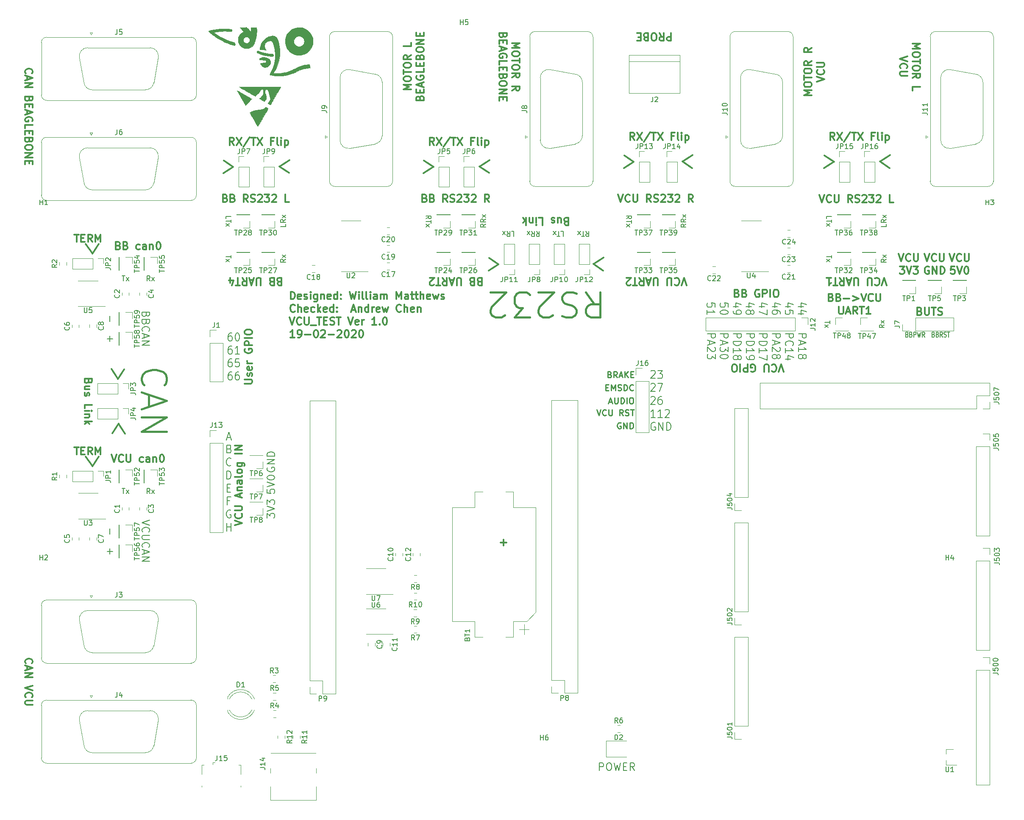
<source format=gbr>
G04 #@! TF.GenerationSoftware,KiCad,Pcbnew,5.1.5-52549c5~84~ubuntu18.04.1*
G04 #@! TF.CreationDate,2020-02-21T15:33:22+00:00*
G04 #@! TF.ProjectId,VCU_tester,5643555f-7465-4737-9465-722e6b696361,-*
G04 #@! TF.SameCoordinates,Original*
G04 #@! TF.FileFunction,Legend,Top*
G04 #@! TF.FilePolarity,Positive*
%FSLAX46Y46*%
G04 Gerber Fmt 4.6, Leading zero omitted, Abs format (unit mm)*
G04 Created by KiCad (PCBNEW 5.1.5-52549c5~84~ubuntu18.04.1) date 2020-02-21 15:33:22*
%MOMM*%
%LPD*%
G04 APERTURE LIST*
%ADD10C,0.200000*%
%ADD11C,0.300000*%
%ADD12C,0.250000*%
%ADD13C,0.400000*%
%ADD14C,0.120000*%
%ADD15C,0.010000*%
%ADD16C,0.150000*%
G04 APERTURE END LIST*
D10*
X180771428Y-39528571D02*
X180885714Y-39576190D01*
X180923809Y-39623809D01*
X180961904Y-39719047D01*
X180961904Y-39861904D01*
X180923809Y-39957142D01*
X180885714Y-40004761D01*
X180809523Y-40052380D01*
X180504761Y-40052380D01*
X180504761Y-39052380D01*
X180771428Y-39052380D01*
X180847619Y-39100000D01*
X180885714Y-39147619D01*
X180923809Y-39242857D01*
X180923809Y-39338095D01*
X180885714Y-39433333D01*
X180847619Y-39480952D01*
X180771428Y-39528571D01*
X180504761Y-39528571D01*
X181571428Y-39528571D02*
X181685714Y-39576190D01*
X181723809Y-39623809D01*
X181761904Y-39719047D01*
X181761904Y-39861904D01*
X181723809Y-39957142D01*
X181685714Y-40004761D01*
X181609523Y-40052380D01*
X181304761Y-40052380D01*
X181304761Y-39052380D01*
X181571428Y-39052380D01*
X181647619Y-39100000D01*
X181685714Y-39147619D01*
X181723809Y-39242857D01*
X181723809Y-39338095D01*
X181685714Y-39433333D01*
X181647619Y-39480952D01*
X181571428Y-39528571D01*
X181304761Y-39528571D01*
X182561904Y-40052380D02*
X182295238Y-39576190D01*
X182104761Y-40052380D02*
X182104761Y-39052380D01*
X182409523Y-39052380D01*
X182485714Y-39100000D01*
X182523809Y-39147619D01*
X182561904Y-39242857D01*
X182561904Y-39385714D01*
X182523809Y-39480952D01*
X182485714Y-39528571D01*
X182409523Y-39576190D01*
X182104761Y-39576190D01*
X182866666Y-40004761D02*
X182980952Y-40052380D01*
X183171428Y-40052380D01*
X183247619Y-40004761D01*
X183285714Y-39957142D01*
X183323809Y-39861904D01*
X183323809Y-39766666D01*
X183285714Y-39671428D01*
X183247619Y-39623809D01*
X183171428Y-39576190D01*
X183019047Y-39528571D01*
X182942857Y-39480952D01*
X182904761Y-39433333D01*
X182866666Y-39338095D01*
X182866666Y-39242857D01*
X182904761Y-39147619D01*
X182942857Y-39100000D01*
X183019047Y-39052380D01*
X183209523Y-39052380D01*
X183323809Y-39100000D01*
X183552380Y-39052380D02*
X184009523Y-39052380D01*
X183780952Y-40052380D02*
X183780952Y-39052380D01*
X175500000Y-39528571D02*
X175614285Y-39576190D01*
X175652380Y-39623809D01*
X175690476Y-39719047D01*
X175690476Y-39861904D01*
X175652380Y-39957142D01*
X175614285Y-40004761D01*
X175538095Y-40052380D01*
X175233333Y-40052380D01*
X175233333Y-39052380D01*
X175500000Y-39052380D01*
X175576190Y-39100000D01*
X175614285Y-39147619D01*
X175652380Y-39242857D01*
X175652380Y-39338095D01*
X175614285Y-39433333D01*
X175576190Y-39480952D01*
X175500000Y-39528571D01*
X175233333Y-39528571D01*
X176300000Y-39528571D02*
X176414285Y-39576190D01*
X176452380Y-39623809D01*
X176490476Y-39719047D01*
X176490476Y-39861904D01*
X176452380Y-39957142D01*
X176414285Y-40004761D01*
X176338095Y-40052380D01*
X176033333Y-40052380D01*
X176033333Y-39052380D01*
X176300000Y-39052380D01*
X176376190Y-39100000D01*
X176414285Y-39147619D01*
X176452380Y-39242857D01*
X176452380Y-39338095D01*
X176414285Y-39433333D01*
X176376190Y-39480952D01*
X176300000Y-39528571D01*
X176033333Y-39528571D01*
X176833333Y-40052380D02*
X176833333Y-39052380D01*
X177138095Y-39052380D01*
X177214285Y-39100000D01*
X177252380Y-39147619D01*
X177290476Y-39242857D01*
X177290476Y-39385714D01*
X177252380Y-39480952D01*
X177214285Y-39528571D01*
X177138095Y-39576190D01*
X176833333Y-39576190D01*
X177557142Y-39052380D02*
X177747619Y-40052380D01*
X177900000Y-39338095D01*
X178052380Y-40052380D01*
X178242857Y-39052380D01*
X179004761Y-40052380D02*
X178738095Y-39576190D01*
X178547619Y-40052380D02*
X178547619Y-39052380D01*
X178852380Y-39052380D01*
X178928571Y-39100000D01*
X178966666Y-39147619D01*
X179004761Y-39242857D01*
X179004761Y-39385714D01*
X178966666Y-39480952D01*
X178928571Y-39528571D01*
X178852380Y-39576190D01*
X178547619Y-39576190D01*
D11*
X52094185Y-4689028D02*
X50165614Y-5974742D01*
X52022757Y-7260457D02*
X50094185Y-5974742D01*
X38905814Y-7310971D02*
X40834385Y-6025257D01*
X38977242Y-4739542D02*
X40905814Y-6025257D01*
X41035714Y-1678571D02*
X40535714Y-964285D01*
X40178571Y-1678571D02*
X40178571Y-178571D01*
X40750000Y-178571D01*
X40892857Y-250000D01*
X40964285Y-321428D01*
X41035714Y-464285D01*
X41035714Y-678571D01*
X40964285Y-821428D01*
X40892857Y-892857D01*
X40750000Y-964285D01*
X40178571Y-964285D01*
X41535714Y-178571D02*
X42535714Y-1678571D01*
X42535714Y-178571D02*
X41535714Y-1678571D01*
X44178571Y-107142D02*
X42892857Y-2035714D01*
X44464285Y-178571D02*
X45321428Y-178571D01*
X44892857Y-1678571D02*
X44892857Y-178571D01*
X45678571Y-178571D02*
X46678571Y-1678571D01*
X46678571Y-178571D02*
X45678571Y-1678571D01*
X48892857Y-892857D02*
X48392857Y-892857D01*
X48392857Y-1678571D02*
X48392857Y-178571D01*
X49107142Y-178571D01*
X49892857Y-1678571D02*
X49750000Y-1607142D01*
X49678571Y-1464285D01*
X49678571Y-178571D01*
X50464285Y-1678571D02*
X50464285Y-678571D01*
X50464285Y-178571D02*
X50392857Y-250000D01*
X50464285Y-321428D01*
X50535714Y-250000D01*
X50464285Y-178571D01*
X50464285Y-321428D01*
X51178571Y-678571D02*
X51178571Y-2178571D01*
X51178571Y-750000D02*
X51321428Y-678571D01*
X51607142Y-678571D01*
X51750000Y-750000D01*
X51821428Y-821428D01*
X51892857Y-964285D01*
X51892857Y-1392857D01*
X51821428Y-1535714D01*
X51750000Y-1607142D01*
X51607142Y-1678571D01*
X51321428Y-1678571D01*
X51178571Y-1607142D01*
X78905814Y-7310971D02*
X80834385Y-6025257D01*
X78977242Y-4739542D02*
X80905814Y-6025257D01*
X92094185Y-4689028D02*
X90165614Y-5974742D01*
X92022757Y-7260457D02*
X90094185Y-5974742D01*
D10*
X124315714Y-46876190D02*
X124387142Y-46800000D01*
X124530000Y-46723809D01*
X124887142Y-46723809D01*
X125030000Y-46800000D01*
X125101428Y-46876190D01*
X125172857Y-47028571D01*
X125172857Y-47180952D01*
X125101428Y-47409523D01*
X124244285Y-48323809D01*
X125172857Y-48323809D01*
X125672857Y-46723809D02*
X126601428Y-46723809D01*
X126101428Y-47333333D01*
X126315714Y-47333333D01*
X126458571Y-47409523D01*
X126530000Y-47485714D01*
X126601428Y-47638095D01*
X126601428Y-48019047D01*
X126530000Y-48171428D01*
X126458571Y-48247619D01*
X126315714Y-48323809D01*
X125887142Y-48323809D01*
X125744285Y-48247619D01*
X125672857Y-48171428D01*
X124315714Y-49476190D02*
X124387142Y-49400000D01*
X124530000Y-49323809D01*
X124887142Y-49323809D01*
X125030000Y-49400000D01*
X125101428Y-49476190D01*
X125172857Y-49628571D01*
X125172857Y-49780952D01*
X125101428Y-50009523D01*
X124244285Y-50923809D01*
X125172857Y-50923809D01*
X125672857Y-49323809D02*
X126672857Y-49323809D01*
X126030000Y-50923809D01*
X124315714Y-52076190D02*
X124387142Y-52000000D01*
X124530000Y-51923809D01*
X124887142Y-51923809D01*
X125030000Y-52000000D01*
X125101428Y-52076190D01*
X125172857Y-52228571D01*
X125172857Y-52380952D01*
X125101428Y-52609523D01*
X124244285Y-53523809D01*
X125172857Y-53523809D01*
X126458571Y-51923809D02*
X126172857Y-51923809D01*
X126030000Y-52000000D01*
X125958571Y-52076190D01*
X125815714Y-52304761D01*
X125744285Y-52609523D01*
X125744285Y-53219047D01*
X125815714Y-53371428D01*
X125887142Y-53447619D01*
X126030000Y-53523809D01*
X126315714Y-53523809D01*
X126458571Y-53447619D01*
X126530000Y-53371428D01*
X126601428Y-53219047D01*
X126601428Y-52838095D01*
X126530000Y-52685714D01*
X126458571Y-52609523D01*
X126315714Y-52533333D01*
X126030000Y-52533333D01*
X125887142Y-52609523D01*
X125815714Y-52685714D01*
X125744285Y-52838095D01*
X125172857Y-56123809D02*
X124315714Y-56123809D01*
X124744285Y-56123809D02*
X124744285Y-54523809D01*
X124601428Y-54752380D01*
X124458571Y-54904761D01*
X124315714Y-54980952D01*
X126601428Y-56123809D02*
X125744285Y-56123809D01*
X126172857Y-56123809D02*
X126172857Y-54523809D01*
X126030000Y-54752380D01*
X125887142Y-54904761D01*
X125744285Y-54980952D01*
X127172857Y-54676190D02*
X127244285Y-54600000D01*
X127387142Y-54523809D01*
X127744285Y-54523809D01*
X127887142Y-54600000D01*
X127958571Y-54676190D01*
X128030000Y-54828571D01*
X128030000Y-54980952D01*
X127958571Y-55209523D01*
X127101428Y-56123809D01*
X128030000Y-56123809D01*
X125172857Y-57200000D02*
X125030000Y-57123809D01*
X124815714Y-57123809D01*
X124601428Y-57200000D01*
X124458571Y-57352380D01*
X124387142Y-57504761D01*
X124315714Y-57809523D01*
X124315714Y-58038095D01*
X124387142Y-58342857D01*
X124458571Y-58495238D01*
X124601428Y-58647619D01*
X124815714Y-58723809D01*
X124958571Y-58723809D01*
X125172857Y-58647619D01*
X125244285Y-58571428D01*
X125244285Y-58038095D01*
X124958571Y-58038095D01*
X125887142Y-58723809D02*
X125887142Y-57123809D01*
X126744285Y-58723809D01*
X126744285Y-57123809D01*
X127458571Y-58723809D02*
X127458571Y-57123809D01*
X127815714Y-57123809D01*
X128030000Y-57200000D01*
X128172857Y-57352380D01*
X128244285Y-57504761D01*
X128315714Y-57809523D01*
X128315714Y-58038095D01*
X128244285Y-58342857D01*
X128172857Y-58495238D01*
X128030000Y-58647619D01*
X127815714Y-58723809D01*
X127458571Y-58723809D01*
D11*
X150850000Y-47021428D02*
X150350000Y-45521428D01*
X149850000Y-47021428D01*
X148492857Y-45664285D02*
X148564285Y-45592857D01*
X148778571Y-45521428D01*
X148921428Y-45521428D01*
X149135714Y-45592857D01*
X149278571Y-45735714D01*
X149350000Y-45878571D01*
X149421428Y-46164285D01*
X149421428Y-46378571D01*
X149350000Y-46664285D01*
X149278571Y-46807142D01*
X149135714Y-46950000D01*
X148921428Y-47021428D01*
X148778571Y-47021428D01*
X148564285Y-46950000D01*
X148492857Y-46878571D01*
X147850000Y-47021428D02*
X147850000Y-45807142D01*
X147778571Y-45664285D01*
X147707142Y-45592857D01*
X147564285Y-45521428D01*
X147278571Y-45521428D01*
X147135714Y-45592857D01*
X147064285Y-45664285D01*
X146992857Y-45807142D01*
X146992857Y-47021428D01*
X144350000Y-46950000D02*
X144492857Y-47021428D01*
X144707142Y-47021428D01*
X144921428Y-46950000D01*
X145064285Y-46807142D01*
X145135714Y-46664285D01*
X145207142Y-46378571D01*
X145207142Y-46164285D01*
X145135714Y-45878571D01*
X145064285Y-45735714D01*
X144921428Y-45592857D01*
X144707142Y-45521428D01*
X144564285Y-45521428D01*
X144350000Y-45592857D01*
X144278571Y-45664285D01*
X144278571Y-46164285D01*
X144564285Y-46164285D01*
X143635714Y-45521428D02*
X143635714Y-47021428D01*
X143064285Y-47021428D01*
X142921428Y-46950000D01*
X142850000Y-46878571D01*
X142778571Y-46735714D01*
X142778571Y-46521428D01*
X142850000Y-46378571D01*
X142921428Y-46307142D01*
X143064285Y-46235714D01*
X143635714Y-46235714D01*
X142135714Y-45521428D02*
X142135714Y-47021428D01*
X141135714Y-47021428D02*
X140850000Y-47021428D01*
X140707142Y-46950000D01*
X140564285Y-46807142D01*
X140492857Y-46521428D01*
X140492857Y-46021428D01*
X140564285Y-45735714D01*
X140707142Y-45592857D01*
X140850000Y-45521428D01*
X141135714Y-45521428D01*
X141278571Y-45592857D01*
X141421428Y-45735714D01*
X141492857Y-46021428D01*
X141492857Y-46521428D01*
X141421428Y-46807142D01*
X141278571Y-46950000D01*
X141135714Y-47021428D01*
D10*
X153776190Y-39387142D02*
X155376190Y-39387142D01*
X155376190Y-39958571D01*
X155300000Y-40101428D01*
X155223809Y-40172857D01*
X155071428Y-40244285D01*
X154842857Y-40244285D01*
X154690476Y-40172857D01*
X154614285Y-40101428D01*
X154538095Y-39958571D01*
X154538095Y-39387142D01*
X154233333Y-40815714D02*
X154233333Y-41530000D01*
X153776190Y-40672857D02*
X155376190Y-41172857D01*
X153776190Y-41672857D01*
X153776190Y-42958571D02*
X153776190Y-42101428D01*
X153776190Y-42530000D02*
X155376190Y-42530000D01*
X155147619Y-42387142D01*
X154995238Y-42244285D01*
X154919047Y-42101428D01*
X154690476Y-43815714D02*
X154766666Y-43672857D01*
X154842857Y-43601428D01*
X154995238Y-43530000D01*
X155071428Y-43530000D01*
X155223809Y-43601428D01*
X155300000Y-43672857D01*
X155376190Y-43815714D01*
X155376190Y-44101428D01*
X155300000Y-44244285D01*
X155223809Y-44315714D01*
X155071428Y-44387142D01*
X154995238Y-44387142D01*
X154842857Y-44315714D01*
X154766666Y-44244285D01*
X154690476Y-44101428D01*
X154690476Y-43815714D01*
X154614285Y-43672857D01*
X154538095Y-43601428D01*
X154385714Y-43530000D01*
X154080952Y-43530000D01*
X153928571Y-43601428D01*
X153852380Y-43672857D01*
X153776190Y-43815714D01*
X153776190Y-44101428D01*
X153852380Y-44244285D01*
X153928571Y-44315714D01*
X154080952Y-44387142D01*
X154385714Y-44387142D01*
X154538095Y-44315714D01*
X154614285Y-44244285D01*
X154690476Y-44101428D01*
X151176190Y-39387142D02*
X152776190Y-39387142D01*
X152776190Y-39958571D01*
X152700000Y-40101428D01*
X152623809Y-40172857D01*
X152471428Y-40244285D01*
X152242857Y-40244285D01*
X152090476Y-40172857D01*
X152014285Y-40101428D01*
X151938095Y-39958571D01*
X151938095Y-39387142D01*
X151328571Y-41744285D02*
X151252380Y-41672857D01*
X151176190Y-41458571D01*
X151176190Y-41315714D01*
X151252380Y-41101428D01*
X151404761Y-40958571D01*
X151557142Y-40887142D01*
X151861904Y-40815714D01*
X152090476Y-40815714D01*
X152395238Y-40887142D01*
X152547619Y-40958571D01*
X152700000Y-41101428D01*
X152776190Y-41315714D01*
X152776190Y-41458571D01*
X152700000Y-41672857D01*
X152623809Y-41744285D01*
X151176190Y-43172857D02*
X151176190Y-42315714D01*
X151176190Y-42744285D02*
X152776190Y-42744285D01*
X152547619Y-42601428D01*
X152395238Y-42458571D01*
X152319047Y-42315714D01*
X152242857Y-44458571D02*
X151176190Y-44458571D01*
X152852380Y-44101428D02*
X151709523Y-43744285D01*
X151709523Y-44672857D01*
X148576190Y-39387142D02*
X150176190Y-39387142D01*
X150176190Y-39958571D01*
X150100000Y-40101428D01*
X150023809Y-40172857D01*
X149871428Y-40244285D01*
X149642857Y-40244285D01*
X149490476Y-40172857D01*
X149414285Y-40101428D01*
X149338095Y-39958571D01*
X149338095Y-39387142D01*
X149033333Y-40815714D02*
X149033333Y-41530000D01*
X148576190Y-40672857D02*
X150176190Y-41172857D01*
X148576190Y-41672857D01*
X150023809Y-42101428D02*
X150100000Y-42172857D01*
X150176190Y-42315714D01*
X150176190Y-42672857D01*
X150100000Y-42815714D01*
X150023809Y-42887142D01*
X149871428Y-42958571D01*
X149719047Y-42958571D01*
X149490476Y-42887142D01*
X148576190Y-42030000D01*
X148576190Y-42958571D01*
X149490476Y-43815714D02*
X149566666Y-43672857D01*
X149642857Y-43601428D01*
X149795238Y-43530000D01*
X149871428Y-43530000D01*
X150023809Y-43601428D01*
X150100000Y-43672857D01*
X150176190Y-43815714D01*
X150176190Y-44101428D01*
X150100000Y-44244285D01*
X150023809Y-44315714D01*
X149871428Y-44387142D01*
X149795238Y-44387142D01*
X149642857Y-44315714D01*
X149566666Y-44244285D01*
X149490476Y-44101428D01*
X149490476Y-43815714D01*
X149414285Y-43672857D01*
X149338095Y-43601428D01*
X149185714Y-43530000D01*
X148880952Y-43530000D01*
X148728571Y-43601428D01*
X148652380Y-43672857D01*
X148576190Y-43815714D01*
X148576190Y-44101428D01*
X148652380Y-44244285D01*
X148728571Y-44315714D01*
X148880952Y-44387142D01*
X149185714Y-44387142D01*
X149338095Y-44315714D01*
X149414285Y-44244285D01*
X149490476Y-44101428D01*
X145976190Y-39387142D02*
X147576190Y-39387142D01*
X147576190Y-39958571D01*
X147500000Y-40101428D01*
X147423809Y-40172857D01*
X147271428Y-40244285D01*
X147042857Y-40244285D01*
X146890476Y-40172857D01*
X146814285Y-40101428D01*
X146738095Y-39958571D01*
X146738095Y-39387142D01*
X145976190Y-40887142D02*
X147576190Y-40887142D01*
X147576190Y-41244285D01*
X147500000Y-41458571D01*
X147347619Y-41601428D01*
X147195238Y-41672857D01*
X146890476Y-41744285D01*
X146661904Y-41744285D01*
X146357142Y-41672857D01*
X146204761Y-41601428D01*
X146052380Y-41458571D01*
X145976190Y-41244285D01*
X145976190Y-40887142D01*
X145976190Y-43172857D02*
X145976190Y-42315714D01*
X145976190Y-42744285D02*
X147576190Y-42744285D01*
X147347619Y-42601428D01*
X147195238Y-42458571D01*
X147119047Y-42315714D01*
X147576190Y-43672857D02*
X147576190Y-44672857D01*
X145976190Y-44030000D01*
X143376190Y-39387142D02*
X144976190Y-39387142D01*
X144976190Y-39958571D01*
X144900000Y-40101428D01*
X144823809Y-40172857D01*
X144671428Y-40244285D01*
X144442857Y-40244285D01*
X144290476Y-40172857D01*
X144214285Y-40101428D01*
X144138095Y-39958571D01*
X144138095Y-39387142D01*
X143376190Y-40887142D02*
X144976190Y-40887142D01*
X144976190Y-41244285D01*
X144900000Y-41458571D01*
X144747619Y-41601428D01*
X144595238Y-41672857D01*
X144290476Y-41744285D01*
X144061904Y-41744285D01*
X143757142Y-41672857D01*
X143604761Y-41601428D01*
X143452380Y-41458571D01*
X143376190Y-41244285D01*
X143376190Y-40887142D01*
X143376190Y-43172857D02*
X143376190Y-42315714D01*
X143376190Y-42744285D02*
X144976190Y-42744285D01*
X144747619Y-42601428D01*
X144595238Y-42458571D01*
X144519047Y-42315714D01*
X143376190Y-43887142D02*
X143376190Y-44172857D01*
X143452380Y-44315714D01*
X143528571Y-44387142D01*
X143757142Y-44530000D01*
X144061904Y-44601428D01*
X144671428Y-44601428D01*
X144823809Y-44530000D01*
X144900000Y-44458571D01*
X144976190Y-44315714D01*
X144976190Y-44030000D01*
X144900000Y-43887142D01*
X144823809Y-43815714D01*
X144671428Y-43744285D01*
X144290476Y-43744285D01*
X144138095Y-43815714D01*
X144061904Y-43887142D01*
X143985714Y-44030000D01*
X143985714Y-44315714D01*
X144061904Y-44458571D01*
X144138095Y-44530000D01*
X144290476Y-44601428D01*
X140776190Y-39387142D02*
X142376190Y-39387142D01*
X142376190Y-39958571D01*
X142300000Y-40101428D01*
X142223809Y-40172857D01*
X142071428Y-40244285D01*
X141842857Y-40244285D01*
X141690476Y-40172857D01*
X141614285Y-40101428D01*
X141538095Y-39958571D01*
X141538095Y-39387142D01*
X140776190Y-40887142D02*
X142376190Y-40887142D01*
X142376190Y-41244285D01*
X142300000Y-41458571D01*
X142147619Y-41601428D01*
X141995238Y-41672857D01*
X141690476Y-41744285D01*
X141461904Y-41744285D01*
X141157142Y-41672857D01*
X141004761Y-41601428D01*
X140852380Y-41458571D01*
X140776190Y-41244285D01*
X140776190Y-40887142D01*
X140776190Y-43172857D02*
X140776190Y-42315714D01*
X140776190Y-42744285D02*
X142376190Y-42744285D01*
X142147619Y-42601428D01*
X141995238Y-42458571D01*
X141919047Y-42315714D01*
X141690476Y-44030000D02*
X141766666Y-43887142D01*
X141842857Y-43815714D01*
X141995238Y-43744285D01*
X142071428Y-43744285D01*
X142223809Y-43815714D01*
X142300000Y-43887142D01*
X142376190Y-44030000D01*
X142376190Y-44315714D01*
X142300000Y-44458571D01*
X142223809Y-44530000D01*
X142071428Y-44601428D01*
X141995238Y-44601428D01*
X141842857Y-44530000D01*
X141766666Y-44458571D01*
X141690476Y-44315714D01*
X141690476Y-44030000D01*
X141614285Y-43887142D01*
X141538095Y-43815714D01*
X141385714Y-43744285D01*
X141080952Y-43744285D01*
X140928571Y-43815714D01*
X140852380Y-43887142D01*
X140776190Y-44030000D01*
X140776190Y-44315714D01*
X140852380Y-44458571D01*
X140928571Y-44530000D01*
X141080952Y-44601428D01*
X141385714Y-44601428D01*
X141538095Y-44530000D01*
X141614285Y-44458571D01*
X141690476Y-44315714D01*
X138176190Y-39387142D02*
X139776190Y-39387142D01*
X139776190Y-39958571D01*
X139700000Y-40101428D01*
X139623809Y-40172857D01*
X139471428Y-40244285D01*
X139242857Y-40244285D01*
X139090476Y-40172857D01*
X139014285Y-40101428D01*
X138938095Y-39958571D01*
X138938095Y-39387142D01*
X138633333Y-40815714D02*
X138633333Y-41530000D01*
X138176190Y-40672857D02*
X139776190Y-41172857D01*
X138176190Y-41672857D01*
X139776190Y-42030000D02*
X139776190Y-42958571D01*
X139166666Y-42458571D01*
X139166666Y-42672857D01*
X139090476Y-42815714D01*
X139014285Y-42887142D01*
X138861904Y-42958571D01*
X138480952Y-42958571D01*
X138328571Y-42887142D01*
X138252380Y-42815714D01*
X138176190Y-42672857D01*
X138176190Y-42244285D01*
X138252380Y-42101428D01*
X138328571Y-42030000D01*
X139776190Y-43887142D02*
X139776190Y-44030000D01*
X139700000Y-44172857D01*
X139623809Y-44244285D01*
X139471428Y-44315714D01*
X139166666Y-44387142D01*
X138785714Y-44387142D01*
X138480952Y-44315714D01*
X138328571Y-44244285D01*
X138252380Y-44172857D01*
X138176190Y-44030000D01*
X138176190Y-43887142D01*
X138252380Y-43744285D01*
X138328571Y-43672857D01*
X138480952Y-43601428D01*
X138785714Y-43530000D01*
X139166666Y-43530000D01*
X139471428Y-43601428D01*
X139623809Y-43672857D01*
X139700000Y-43744285D01*
X139776190Y-43887142D01*
X135576190Y-39387142D02*
X137176190Y-39387142D01*
X137176190Y-39958571D01*
X137100000Y-40101428D01*
X137023809Y-40172857D01*
X136871428Y-40244285D01*
X136642857Y-40244285D01*
X136490476Y-40172857D01*
X136414285Y-40101428D01*
X136338095Y-39958571D01*
X136338095Y-39387142D01*
X136033333Y-40815714D02*
X136033333Y-41530000D01*
X135576190Y-40672857D02*
X137176190Y-41172857D01*
X135576190Y-41672857D01*
X137023809Y-42101428D02*
X137100000Y-42172857D01*
X137176190Y-42315714D01*
X137176190Y-42672857D01*
X137100000Y-42815714D01*
X137023809Y-42887142D01*
X136871428Y-42958571D01*
X136719047Y-42958571D01*
X136490476Y-42887142D01*
X135576190Y-42030000D01*
X135576190Y-42958571D01*
X137176190Y-43458571D02*
X137176190Y-44387142D01*
X136566666Y-43887142D01*
X136566666Y-44101428D01*
X136490476Y-44244285D01*
X136414285Y-44315714D01*
X136261904Y-44387142D01*
X135880952Y-44387142D01*
X135728571Y-44315714D01*
X135652380Y-44244285D01*
X135576190Y-44101428D01*
X135576190Y-43672857D01*
X135652380Y-43530000D01*
X135728571Y-43458571D01*
D12*
X116078928Y-47514285D02*
X116250357Y-47571428D01*
X116307500Y-47628571D01*
X116364642Y-47742857D01*
X116364642Y-47914285D01*
X116307500Y-48028571D01*
X116250357Y-48085714D01*
X116136071Y-48142857D01*
X115678928Y-48142857D01*
X115678928Y-46942857D01*
X116078928Y-46942857D01*
X116193214Y-47000000D01*
X116250357Y-47057142D01*
X116307500Y-47171428D01*
X116307500Y-47285714D01*
X116250357Y-47400000D01*
X116193214Y-47457142D01*
X116078928Y-47514285D01*
X115678928Y-47514285D01*
X117564642Y-48142857D02*
X117164642Y-47571428D01*
X116878928Y-48142857D02*
X116878928Y-46942857D01*
X117336071Y-46942857D01*
X117450357Y-47000000D01*
X117507500Y-47057142D01*
X117564642Y-47171428D01*
X117564642Y-47342857D01*
X117507500Y-47457142D01*
X117450357Y-47514285D01*
X117336071Y-47571428D01*
X116878928Y-47571428D01*
X118021785Y-47800000D02*
X118593214Y-47800000D01*
X117907500Y-48142857D02*
X118307500Y-46942857D01*
X118707500Y-48142857D01*
X119107500Y-48142857D02*
X119107500Y-46942857D01*
X119793214Y-48142857D02*
X119278928Y-47457142D01*
X119793214Y-46942857D02*
X119107500Y-47628571D01*
X120307500Y-47514285D02*
X120707500Y-47514285D01*
X120878928Y-48142857D02*
X120307500Y-48142857D01*
X120307500Y-46942857D01*
X120878928Y-46942857D01*
X115323214Y-50114285D02*
X115723214Y-50114285D01*
X115894642Y-50742857D02*
X115323214Y-50742857D01*
X115323214Y-49542857D01*
X115894642Y-49542857D01*
X116408928Y-50742857D02*
X116408928Y-49542857D01*
X116808928Y-50400000D01*
X117208928Y-49542857D01*
X117208928Y-50742857D01*
X117723214Y-50685714D02*
X117894642Y-50742857D01*
X118180357Y-50742857D01*
X118294642Y-50685714D01*
X118351785Y-50628571D01*
X118408928Y-50514285D01*
X118408928Y-50400000D01*
X118351785Y-50285714D01*
X118294642Y-50228571D01*
X118180357Y-50171428D01*
X117951785Y-50114285D01*
X117837500Y-50057142D01*
X117780357Y-50000000D01*
X117723214Y-49885714D01*
X117723214Y-49771428D01*
X117780357Y-49657142D01*
X117837500Y-49600000D01*
X117951785Y-49542857D01*
X118237500Y-49542857D01*
X118408928Y-49600000D01*
X118923214Y-50742857D02*
X118923214Y-49542857D01*
X119208928Y-49542857D01*
X119380357Y-49600000D01*
X119494642Y-49714285D01*
X119551785Y-49828571D01*
X119608928Y-50057142D01*
X119608928Y-50228571D01*
X119551785Y-50457142D01*
X119494642Y-50571428D01*
X119380357Y-50685714D01*
X119208928Y-50742857D01*
X118923214Y-50742857D01*
X120808928Y-50628571D02*
X120751785Y-50685714D01*
X120580357Y-50742857D01*
X120466071Y-50742857D01*
X120294642Y-50685714D01*
X120180357Y-50571428D01*
X120123214Y-50457142D01*
X120066071Y-50228571D01*
X120066071Y-50057142D01*
X120123214Y-49828571D01*
X120180357Y-49714285D01*
X120294642Y-49600000D01*
X120466071Y-49542857D01*
X120580357Y-49542857D01*
X120751785Y-49600000D01*
X120808928Y-49657142D01*
X115951785Y-53000000D02*
X116523214Y-53000000D01*
X115837500Y-53342857D02*
X116237500Y-52142857D01*
X116637500Y-53342857D01*
X117037500Y-52142857D02*
X117037500Y-53114285D01*
X117094642Y-53228571D01*
X117151785Y-53285714D01*
X117266071Y-53342857D01*
X117494642Y-53342857D01*
X117608928Y-53285714D01*
X117666071Y-53228571D01*
X117723214Y-53114285D01*
X117723214Y-52142857D01*
X118294642Y-53342857D02*
X118294642Y-52142857D01*
X118580357Y-52142857D01*
X118751785Y-52200000D01*
X118866071Y-52314285D01*
X118923214Y-52428571D01*
X118980357Y-52657142D01*
X118980357Y-52828571D01*
X118923214Y-53057142D01*
X118866071Y-53171428D01*
X118751785Y-53285714D01*
X118580357Y-53342857D01*
X118294642Y-53342857D01*
X119494642Y-53342857D02*
X119494642Y-52142857D01*
X120294642Y-52142857D02*
X120523214Y-52142857D01*
X120637500Y-52200000D01*
X120751785Y-52314285D01*
X120808928Y-52542857D01*
X120808928Y-52942857D01*
X120751785Y-53171428D01*
X120637500Y-53285714D01*
X120523214Y-53342857D01*
X120294642Y-53342857D01*
X120180357Y-53285714D01*
X120066071Y-53171428D01*
X120008928Y-52942857D01*
X120008928Y-52542857D01*
X120066071Y-52314285D01*
X120180357Y-52200000D01*
X120294642Y-52142857D01*
X113494642Y-54542857D02*
X113894642Y-55742857D01*
X114294642Y-54542857D01*
X115380357Y-55628571D02*
X115323214Y-55685714D01*
X115151785Y-55742857D01*
X115037500Y-55742857D01*
X114866071Y-55685714D01*
X114751785Y-55571428D01*
X114694642Y-55457142D01*
X114637500Y-55228571D01*
X114637500Y-55057142D01*
X114694642Y-54828571D01*
X114751785Y-54714285D01*
X114866071Y-54600000D01*
X115037500Y-54542857D01*
X115151785Y-54542857D01*
X115323214Y-54600000D01*
X115380357Y-54657142D01*
X115894642Y-54542857D02*
X115894642Y-55514285D01*
X115951785Y-55628571D01*
X116008928Y-55685714D01*
X116123214Y-55742857D01*
X116351785Y-55742857D01*
X116466071Y-55685714D01*
X116523214Y-55628571D01*
X116580357Y-55514285D01*
X116580357Y-54542857D01*
X118751785Y-55742857D02*
X118351785Y-55171428D01*
X118066071Y-55742857D02*
X118066071Y-54542857D01*
X118523214Y-54542857D01*
X118637500Y-54600000D01*
X118694642Y-54657142D01*
X118751785Y-54771428D01*
X118751785Y-54942857D01*
X118694642Y-55057142D01*
X118637500Y-55114285D01*
X118523214Y-55171428D01*
X118066071Y-55171428D01*
X119208928Y-55685714D02*
X119380357Y-55742857D01*
X119666071Y-55742857D01*
X119780357Y-55685714D01*
X119837500Y-55628571D01*
X119894642Y-55514285D01*
X119894642Y-55400000D01*
X119837500Y-55285714D01*
X119780357Y-55228571D01*
X119666071Y-55171428D01*
X119437500Y-55114285D01*
X119323214Y-55057142D01*
X119266071Y-55000000D01*
X119208928Y-54885714D01*
X119208928Y-54771428D01*
X119266071Y-54657142D01*
X119323214Y-54600000D01*
X119437500Y-54542857D01*
X119723214Y-54542857D01*
X119894642Y-54600000D01*
X120237500Y-54542857D02*
X120923214Y-54542857D01*
X120580357Y-55742857D02*
X120580357Y-54542857D01*
X118294642Y-57200000D02*
X118180357Y-57142857D01*
X118008928Y-57142857D01*
X117837500Y-57200000D01*
X117723214Y-57314285D01*
X117666071Y-57428571D01*
X117608928Y-57657142D01*
X117608928Y-57828571D01*
X117666071Y-58057142D01*
X117723214Y-58171428D01*
X117837500Y-58285714D01*
X118008928Y-58342857D01*
X118123214Y-58342857D01*
X118294642Y-58285714D01*
X118351785Y-58228571D01*
X118351785Y-57828571D01*
X118123214Y-57828571D01*
X118866071Y-58342857D02*
X118866071Y-57142857D01*
X119551785Y-58342857D01*
X119551785Y-57142857D01*
X120123214Y-58342857D02*
X120123214Y-57142857D01*
X120408928Y-57142857D01*
X120580357Y-57200000D01*
X120694642Y-57314285D01*
X120751785Y-57428571D01*
X120808928Y-57657142D01*
X120808928Y-57828571D01*
X120751785Y-58057142D01*
X120694642Y-58171428D01*
X120580357Y-58285714D01*
X120408928Y-58342857D01*
X120123214Y-58342857D01*
D11*
X176596428Y18571428D02*
X178096428Y18571428D01*
X177025000Y18071428D01*
X178096428Y17571428D01*
X176596428Y17571428D01*
X178096428Y16571428D02*
X178096428Y16285714D01*
X178025000Y16142857D01*
X177882142Y16000000D01*
X177596428Y15928571D01*
X177096428Y15928571D01*
X176810714Y16000000D01*
X176667857Y16142857D01*
X176596428Y16285714D01*
X176596428Y16571428D01*
X176667857Y16714285D01*
X176810714Y16857142D01*
X177096428Y16928571D01*
X177596428Y16928571D01*
X177882142Y16857142D01*
X178025000Y16714285D01*
X178096428Y16571428D01*
X178096428Y15500000D02*
X178096428Y14642857D01*
X176596428Y15071428D02*
X178096428Y15071428D01*
X178096428Y13857142D02*
X178096428Y13571428D01*
X178025000Y13428571D01*
X177882142Y13285714D01*
X177596428Y13214285D01*
X177096428Y13214285D01*
X176810714Y13285714D01*
X176667857Y13428571D01*
X176596428Y13571428D01*
X176596428Y13857142D01*
X176667857Y14000000D01*
X176810714Y14142857D01*
X177096428Y14214285D01*
X177596428Y14214285D01*
X177882142Y14142857D01*
X178025000Y14000000D01*
X178096428Y13857142D01*
X176596428Y11714285D02*
X177310714Y12214285D01*
X176596428Y12571428D02*
X178096428Y12571428D01*
X178096428Y12000000D01*
X178025000Y11857142D01*
X177953571Y11785714D01*
X177810714Y11714285D01*
X177596428Y11714285D01*
X177453571Y11785714D01*
X177382142Y11857142D01*
X177310714Y12000000D01*
X177310714Y12571428D01*
X176596428Y9214285D02*
X176596428Y9928571D01*
X178096428Y9928571D01*
X175546428Y16035714D02*
X174046428Y15535714D01*
X175546428Y15035714D01*
X174189285Y13678571D02*
X174117857Y13750000D01*
X174046428Y13964285D01*
X174046428Y14107142D01*
X174117857Y14321428D01*
X174260714Y14464285D01*
X174403571Y14535714D01*
X174689285Y14607142D01*
X174903571Y14607142D01*
X175189285Y14535714D01*
X175332142Y14464285D01*
X175475000Y14321428D01*
X175546428Y14107142D01*
X175546428Y13964285D01*
X175475000Y13750000D01*
X175403571Y13678571D01*
X175546428Y13035714D02*
X174332142Y13035714D01*
X174189285Y12964285D01*
X174117857Y12892857D01*
X174046428Y12750000D01*
X174046428Y12464285D01*
X174117857Y12321428D01*
X174189285Y12250000D01*
X174332142Y12178571D01*
X175546428Y12178571D01*
X156403571Y8285714D02*
X154903571Y8285714D01*
X155975000Y8785714D01*
X154903571Y9285714D01*
X156403571Y9285714D01*
X154903571Y10285714D02*
X154903571Y10571428D01*
X154975000Y10714285D01*
X155117857Y10857142D01*
X155403571Y10928571D01*
X155903571Y10928571D01*
X156189285Y10857142D01*
X156332142Y10714285D01*
X156403571Y10571428D01*
X156403571Y10285714D01*
X156332142Y10142857D01*
X156189285Y10000000D01*
X155903571Y9928571D01*
X155403571Y9928571D01*
X155117857Y10000000D01*
X154975000Y10142857D01*
X154903571Y10285714D01*
X154903571Y11357142D02*
X154903571Y12214285D01*
X156403571Y11785714D02*
X154903571Y11785714D01*
X154903571Y13000000D02*
X154903571Y13285714D01*
X154975000Y13428571D01*
X155117857Y13571428D01*
X155403571Y13642857D01*
X155903571Y13642857D01*
X156189285Y13571428D01*
X156332142Y13428571D01*
X156403571Y13285714D01*
X156403571Y13000000D01*
X156332142Y12857142D01*
X156189285Y12714285D01*
X155903571Y12642857D01*
X155403571Y12642857D01*
X155117857Y12714285D01*
X154975000Y12857142D01*
X154903571Y13000000D01*
X156403571Y15142857D02*
X155689285Y14642857D01*
X156403571Y14285714D02*
X154903571Y14285714D01*
X154903571Y14857142D01*
X154975000Y15000000D01*
X155046428Y15071428D01*
X155189285Y15142857D01*
X155403571Y15142857D01*
X155546428Y15071428D01*
X155617857Y15000000D01*
X155689285Y14857142D01*
X155689285Y14285714D01*
X156403571Y17785714D02*
X155689285Y17285714D01*
X156403571Y16928571D02*
X154903571Y16928571D01*
X154903571Y17500000D01*
X154975000Y17642857D01*
X155046428Y17714285D01*
X155189285Y17785714D01*
X155403571Y17785714D01*
X155546428Y17714285D01*
X155617857Y17642857D01*
X155689285Y17500000D01*
X155689285Y16928571D01*
X157453571Y10964285D02*
X158953571Y11464285D01*
X157453571Y11964285D01*
X158810714Y13321428D02*
X158882142Y13250000D01*
X158953571Y13035714D01*
X158953571Y12892857D01*
X158882142Y12678571D01*
X158739285Y12535714D01*
X158596428Y12464285D01*
X158310714Y12392857D01*
X158096428Y12392857D01*
X157810714Y12464285D01*
X157667857Y12535714D01*
X157525000Y12678571D01*
X157453571Y12892857D01*
X157453571Y13035714D01*
X157525000Y13250000D01*
X157596428Y13321428D01*
X157453571Y13964285D02*
X158667857Y13964285D01*
X158810714Y14035714D01*
X158882142Y14107142D01*
X158953571Y14250000D01*
X158953571Y14535714D01*
X158882142Y14678571D01*
X158810714Y14750000D01*
X158667857Y14821428D01*
X157453571Y14821428D01*
X96596428Y18714285D02*
X98096428Y18714285D01*
X97025000Y18214285D01*
X98096428Y17714285D01*
X96596428Y17714285D01*
X98096428Y16714285D02*
X98096428Y16428571D01*
X98025000Y16285714D01*
X97882142Y16142857D01*
X97596428Y16071428D01*
X97096428Y16071428D01*
X96810714Y16142857D01*
X96667857Y16285714D01*
X96596428Y16428571D01*
X96596428Y16714285D01*
X96667857Y16857142D01*
X96810714Y17000000D01*
X97096428Y17071428D01*
X97596428Y17071428D01*
X97882142Y17000000D01*
X98025000Y16857142D01*
X98096428Y16714285D01*
X98096428Y15642857D02*
X98096428Y14785714D01*
X96596428Y15214285D02*
X98096428Y15214285D01*
X98096428Y14000000D02*
X98096428Y13714285D01*
X98025000Y13571428D01*
X97882142Y13428571D01*
X97596428Y13357142D01*
X97096428Y13357142D01*
X96810714Y13428571D01*
X96667857Y13571428D01*
X96596428Y13714285D01*
X96596428Y14000000D01*
X96667857Y14142857D01*
X96810714Y14285714D01*
X97096428Y14357142D01*
X97596428Y14357142D01*
X97882142Y14285714D01*
X98025000Y14142857D01*
X98096428Y14000000D01*
X96596428Y11857142D02*
X97310714Y12357142D01*
X96596428Y12714285D02*
X98096428Y12714285D01*
X98096428Y12142857D01*
X98025000Y12000000D01*
X97953571Y11928571D01*
X97810714Y11857142D01*
X97596428Y11857142D01*
X97453571Y11928571D01*
X97382142Y12000000D01*
X97310714Y12142857D01*
X97310714Y12714285D01*
X96596428Y9214285D02*
X97310714Y9714285D01*
X96596428Y10071428D02*
X98096428Y10071428D01*
X98096428Y9500000D01*
X98025000Y9357142D01*
X97953571Y9285714D01*
X97810714Y9214285D01*
X97596428Y9214285D01*
X97453571Y9285714D01*
X97382142Y9357142D01*
X97310714Y9500000D01*
X97310714Y10071428D01*
X94832142Y20250000D02*
X94760714Y20035714D01*
X94689285Y19964285D01*
X94546428Y19892857D01*
X94332142Y19892857D01*
X94189285Y19964285D01*
X94117857Y20035714D01*
X94046428Y20178571D01*
X94046428Y20750000D01*
X95546428Y20750000D01*
X95546428Y20250000D01*
X95475000Y20107142D01*
X95403571Y20035714D01*
X95260714Y19964285D01*
X95117857Y19964285D01*
X94975000Y20035714D01*
X94903571Y20107142D01*
X94832142Y20250000D01*
X94832142Y20750000D01*
X94832142Y19250000D02*
X94832142Y18750000D01*
X94046428Y18535714D02*
X94046428Y19250000D01*
X95546428Y19250000D01*
X95546428Y18535714D01*
X94475000Y17964285D02*
X94475000Y17250000D01*
X94046428Y18107142D02*
X95546428Y17607142D01*
X94046428Y17107142D01*
X95475000Y15821428D02*
X95546428Y15964285D01*
X95546428Y16178571D01*
X95475000Y16392857D01*
X95332142Y16535714D01*
X95189285Y16607142D01*
X94903571Y16678571D01*
X94689285Y16678571D01*
X94403571Y16607142D01*
X94260714Y16535714D01*
X94117857Y16392857D01*
X94046428Y16178571D01*
X94046428Y16035714D01*
X94117857Y15821428D01*
X94189285Y15750000D01*
X94689285Y15750000D01*
X94689285Y16035714D01*
X94046428Y14392857D02*
X94046428Y15107142D01*
X95546428Y15107142D01*
X94832142Y13892857D02*
X94832142Y13392857D01*
X94046428Y13178571D02*
X94046428Y13892857D01*
X95546428Y13892857D01*
X95546428Y13178571D01*
X94832142Y12035714D02*
X94760714Y11821428D01*
X94689285Y11750000D01*
X94546428Y11678571D01*
X94332142Y11678571D01*
X94189285Y11750000D01*
X94117857Y11821428D01*
X94046428Y11964285D01*
X94046428Y12535714D01*
X95546428Y12535714D01*
X95546428Y12035714D01*
X95475000Y11892857D01*
X95403571Y11821428D01*
X95260714Y11750000D01*
X95117857Y11750000D01*
X94975000Y11821428D01*
X94903571Y11892857D01*
X94832142Y12035714D01*
X94832142Y12535714D01*
X95546428Y10750000D02*
X95546428Y10464285D01*
X95475000Y10321428D01*
X95332142Y10178571D01*
X95046428Y10107142D01*
X94546428Y10107142D01*
X94260714Y10178571D01*
X94117857Y10321428D01*
X94046428Y10464285D01*
X94046428Y10750000D01*
X94117857Y10892857D01*
X94260714Y11035714D01*
X94546428Y11107142D01*
X95046428Y11107142D01*
X95332142Y11035714D01*
X95475000Y10892857D01*
X95546428Y10750000D01*
X94046428Y9464285D02*
X95546428Y9464285D01*
X94046428Y8607142D01*
X95546428Y8607142D01*
X94832142Y7892857D02*
X94832142Y7392857D01*
X94046428Y7178571D02*
X94046428Y7892857D01*
X95546428Y7892857D01*
X95546428Y7178571D01*
X76403571Y9428571D02*
X74903571Y9428571D01*
X75975000Y9928571D01*
X74903571Y10428571D01*
X76403571Y10428571D01*
X74903571Y11428571D02*
X74903571Y11714285D01*
X74975000Y11857142D01*
X75117857Y12000000D01*
X75403571Y12071428D01*
X75903571Y12071428D01*
X76189285Y12000000D01*
X76332142Y11857142D01*
X76403571Y11714285D01*
X76403571Y11428571D01*
X76332142Y11285714D01*
X76189285Y11142857D01*
X75903571Y11071428D01*
X75403571Y11071428D01*
X75117857Y11142857D01*
X74975000Y11285714D01*
X74903571Y11428571D01*
X74903571Y12500000D02*
X74903571Y13357142D01*
X76403571Y12928571D02*
X74903571Y12928571D01*
X74903571Y14142857D02*
X74903571Y14428571D01*
X74975000Y14571428D01*
X75117857Y14714285D01*
X75403571Y14785714D01*
X75903571Y14785714D01*
X76189285Y14714285D01*
X76332142Y14571428D01*
X76403571Y14428571D01*
X76403571Y14142857D01*
X76332142Y14000000D01*
X76189285Y13857142D01*
X75903571Y13785714D01*
X75403571Y13785714D01*
X75117857Y13857142D01*
X74975000Y14000000D01*
X74903571Y14142857D01*
X76403571Y16285714D02*
X75689285Y15785714D01*
X76403571Y15428571D02*
X74903571Y15428571D01*
X74903571Y16000000D01*
X74975000Y16142857D01*
X75046428Y16214285D01*
X75189285Y16285714D01*
X75403571Y16285714D01*
X75546428Y16214285D01*
X75617857Y16142857D01*
X75689285Y16000000D01*
X75689285Y15428571D01*
X76403571Y18785714D02*
X76403571Y18071428D01*
X74903571Y18071428D01*
X78167857Y7750000D02*
X78239285Y7964285D01*
X78310714Y8035714D01*
X78453571Y8107142D01*
X78667857Y8107142D01*
X78810714Y8035714D01*
X78882142Y7964285D01*
X78953571Y7821428D01*
X78953571Y7250000D01*
X77453571Y7250000D01*
X77453571Y7750000D01*
X77525000Y7892857D01*
X77596428Y7964285D01*
X77739285Y8035714D01*
X77882142Y8035714D01*
X78025000Y7964285D01*
X78096428Y7892857D01*
X78167857Y7750000D01*
X78167857Y7250000D01*
X78167857Y8750000D02*
X78167857Y9250000D01*
X78953571Y9464285D02*
X78953571Y8750000D01*
X77453571Y8750000D01*
X77453571Y9464285D01*
X78525000Y10035714D02*
X78525000Y10750000D01*
X78953571Y9892857D02*
X77453571Y10392857D01*
X78953571Y10892857D01*
X77525000Y12178571D02*
X77453571Y12035714D01*
X77453571Y11821428D01*
X77525000Y11607142D01*
X77667857Y11464285D01*
X77810714Y11392857D01*
X78096428Y11321428D01*
X78310714Y11321428D01*
X78596428Y11392857D01*
X78739285Y11464285D01*
X78882142Y11607142D01*
X78953571Y11821428D01*
X78953571Y11964285D01*
X78882142Y12178571D01*
X78810714Y12250000D01*
X78310714Y12250000D01*
X78310714Y11964285D01*
X78953571Y13607142D02*
X78953571Y12892857D01*
X77453571Y12892857D01*
X78167857Y14107142D02*
X78167857Y14607142D01*
X78953571Y14821428D02*
X78953571Y14107142D01*
X77453571Y14107142D01*
X77453571Y14821428D01*
X78167857Y15964285D02*
X78239285Y16178571D01*
X78310714Y16250000D01*
X78453571Y16321428D01*
X78667857Y16321428D01*
X78810714Y16250000D01*
X78882142Y16178571D01*
X78953571Y16035714D01*
X78953571Y15464285D01*
X77453571Y15464285D01*
X77453571Y15964285D01*
X77525000Y16107142D01*
X77596428Y16178571D01*
X77739285Y16250000D01*
X77882142Y16250000D01*
X78025000Y16178571D01*
X78096428Y16107142D01*
X78167857Y15964285D01*
X78167857Y15464285D01*
X77453571Y17250000D02*
X77453571Y17535714D01*
X77525000Y17678571D01*
X77667857Y17821428D01*
X77953571Y17892857D01*
X78453571Y17892857D01*
X78739285Y17821428D01*
X78882142Y17678571D01*
X78953571Y17535714D01*
X78953571Y17250000D01*
X78882142Y17107142D01*
X78739285Y16964285D01*
X78453571Y16892857D01*
X77953571Y16892857D01*
X77667857Y16964285D01*
X77525000Y17107142D01*
X77453571Y17250000D01*
X78953571Y18535714D02*
X77453571Y18535714D01*
X78953571Y19392857D01*
X77453571Y19392857D01*
X78167857Y20107142D02*
X78167857Y20607142D01*
X78953571Y20821428D02*
X78953571Y20107142D01*
X77453571Y20107142D01*
X77453571Y20821428D01*
X-535714Y-105285714D02*
X-607142Y-105214285D01*
X-678571Y-105000000D01*
X-678571Y-104857142D01*
X-607142Y-104642857D01*
X-464285Y-104500000D01*
X-321428Y-104428571D01*
X-35714Y-104357142D01*
X178571Y-104357142D01*
X464285Y-104428571D01*
X607142Y-104500000D01*
X750000Y-104642857D01*
X821428Y-104857142D01*
X821428Y-105000000D01*
X750000Y-105214285D01*
X678571Y-105285714D01*
X-249999Y-105857142D02*
X-249999Y-106571428D01*
X-678571Y-105714285D02*
X821428Y-106214285D01*
X-678571Y-106714285D01*
X-678571Y-107214285D02*
X821428Y-107214285D01*
X-678571Y-108071428D01*
X821428Y-108071428D01*
X821428Y-109714285D02*
X-678571Y-110214285D01*
X821428Y-110714285D01*
X-535714Y-112071428D02*
X-607142Y-112000000D01*
X-678571Y-111785714D01*
X-678571Y-111642857D01*
X-607142Y-111428571D01*
X-464285Y-111285714D01*
X-321428Y-111214285D01*
X-35714Y-111142857D01*
X178571Y-111142857D01*
X464285Y-111214285D01*
X607142Y-111285714D01*
X749999Y-111428571D01*
X821428Y-111642857D01*
X821428Y-111785714D01*
X749999Y-112000000D01*
X678571Y-112071428D01*
X821428Y-112714285D02*
X-392857Y-112714285D01*
X-535714Y-112785714D01*
X-607142Y-112857142D01*
X-678571Y-113000000D01*
X-678571Y-113285714D01*
X-607142Y-113428571D01*
X-535714Y-113500000D01*
X-392857Y-113571428D01*
X821428Y-113571428D01*
X-535714Y12642857D02*
X-607142Y12714285D01*
X-678571Y12928571D01*
X-678571Y13071428D01*
X-607142Y13285714D01*
X-464285Y13428571D01*
X-321428Y13500000D01*
X-35714Y13571428D01*
X178571Y13571428D01*
X464285Y13500000D01*
X607142Y13428571D01*
X750000Y13285714D01*
X821428Y13071428D01*
X821428Y12928571D01*
X750000Y12714285D01*
X678571Y12642857D01*
X-249999Y12071428D02*
X-249999Y11357142D01*
X-678571Y12214285D02*
X821428Y11714285D01*
X-678571Y11214285D01*
X-678571Y10714285D02*
X821428Y10714285D01*
X-678571Y9857142D01*
X821428Y9857142D01*
X107142Y7500000D02*
X35714Y7285714D01*
X-35714Y7214285D01*
X-178571Y7142857D01*
X-392857Y7142857D01*
X-535714Y7214285D01*
X-607142Y7285714D01*
X-678571Y7428571D01*
X-678571Y8000000D01*
X821428Y8000000D01*
X821428Y7500000D01*
X750000Y7357142D01*
X678571Y7285714D01*
X535714Y7214285D01*
X392857Y7214285D01*
X250000Y7285714D01*
X178571Y7357142D01*
X107142Y7500000D01*
X107142Y8000000D01*
X107142Y6500000D02*
X107142Y6000000D01*
X-678571Y5785714D02*
X-678571Y6500000D01*
X821428Y6500000D01*
X821428Y5785714D01*
X-249999Y5214285D02*
X-249999Y4500000D01*
X-678571Y5357142D02*
X821428Y4857142D01*
X-678571Y4357142D01*
X749999Y3071428D02*
X821428Y3214285D01*
X821428Y3428571D01*
X749999Y3642857D01*
X607142Y3785714D01*
X464285Y3857142D01*
X178571Y3928571D01*
X-35714Y3928571D01*
X-321428Y3857142D01*
X-464285Y3785714D01*
X-607142Y3642857D01*
X-678571Y3428571D01*
X-678571Y3285714D01*
X-607142Y3071428D01*
X-535714Y3000000D01*
X-35714Y3000000D01*
X-35714Y3285714D01*
X-678571Y1642857D02*
X-678571Y2357142D01*
X821428Y2357142D01*
X107142Y1142857D02*
X107142Y642857D01*
X-678571Y428571D02*
X-678571Y1142857D01*
X821428Y1142857D01*
X821428Y428571D01*
X107142Y-714285D02*
X35714Y-928571D01*
X-35714Y-999999D01*
X-178571Y-1071428D01*
X-392857Y-1071428D01*
X-535714Y-999999D01*
X-607142Y-928571D01*
X-678571Y-785714D01*
X-678571Y-214285D01*
X821428Y-214285D01*
X821428Y-714285D01*
X749999Y-857142D01*
X678571Y-928571D01*
X535714Y-999999D01*
X392857Y-999999D01*
X249999Y-928571D01*
X178571Y-857142D01*
X107142Y-714285D01*
X107142Y-214285D01*
X821428Y-1999999D02*
X821428Y-2285714D01*
X749999Y-2428571D01*
X607142Y-2571428D01*
X321428Y-2642857D01*
X-178571Y-2642857D01*
X-464285Y-2571428D01*
X-607142Y-2428571D01*
X-678571Y-2285714D01*
X-678571Y-1999999D01*
X-607142Y-1857142D01*
X-464285Y-1714285D01*
X-178571Y-1642857D01*
X321428Y-1642857D01*
X607142Y-1714285D01*
X749999Y-1857142D01*
X821428Y-1999999D01*
X-678571Y-3285714D02*
X821428Y-3285714D01*
X-678571Y-4142857D01*
X821428Y-4142857D01*
X107142Y-4857142D02*
X107142Y-5357142D01*
X-678571Y-5571428D02*
X-678571Y-4857142D01*
X821428Y-4857142D01*
X821428Y-5571428D01*
X52342142Y-32493571D02*
X52342142Y-30993571D01*
X52699285Y-30993571D01*
X52913571Y-31065000D01*
X53056428Y-31207857D01*
X53127857Y-31350714D01*
X53199285Y-31636428D01*
X53199285Y-31850714D01*
X53127857Y-32136428D01*
X53056428Y-32279285D01*
X52913571Y-32422142D01*
X52699285Y-32493571D01*
X52342142Y-32493571D01*
X54413571Y-32422142D02*
X54270714Y-32493571D01*
X53985000Y-32493571D01*
X53842142Y-32422142D01*
X53770714Y-32279285D01*
X53770714Y-31707857D01*
X53842142Y-31565000D01*
X53985000Y-31493571D01*
X54270714Y-31493571D01*
X54413571Y-31565000D01*
X54485000Y-31707857D01*
X54485000Y-31850714D01*
X53770714Y-31993571D01*
X55056428Y-32422142D02*
X55199285Y-32493571D01*
X55485000Y-32493571D01*
X55627857Y-32422142D01*
X55699285Y-32279285D01*
X55699285Y-32207857D01*
X55627857Y-32065000D01*
X55485000Y-31993571D01*
X55270714Y-31993571D01*
X55127857Y-31922142D01*
X55056428Y-31779285D01*
X55056428Y-31707857D01*
X55127857Y-31565000D01*
X55270714Y-31493571D01*
X55485000Y-31493571D01*
X55627857Y-31565000D01*
X56342142Y-32493571D02*
X56342142Y-31493571D01*
X56342142Y-30993571D02*
X56270714Y-31065000D01*
X56342142Y-31136428D01*
X56413571Y-31065000D01*
X56342142Y-30993571D01*
X56342142Y-31136428D01*
X57699285Y-31493571D02*
X57699285Y-32707857D01*
X57627857Y-32850714D01*
X57556428Y-32922142D01*
X57413571Y-32993571D01*
X57199285Y-32993571D01*
X57056428Y-32922142D01*
X57699285Y-32422142D02*
X57556428Y-32493571D01*
X57270714Y-32493571D01*
X57127857Y-32422142D01*
X57056428Y-32350714D01*
X56985000Y-32207857D01*
X56985000Y-31779285D01*
X57056428Y-31636428D01*
X57127857Y-31565000D01*
X57270714Y-31493571D01*
X57556428Y-31493571D01*
X57699285Y-31565000D01*
X58413571Y-31493571D02*
X58413571Y-32493571D01*
X58413571Y-31636428D02*
X58485000Y-31565000D01*
X58627857Y-31493571D01*
X58842142Y-31493571D01*
X58985000Y-31565000D01*
X59056428Y-31707857D01*
X59056428Y-32493571D01*
X60342142Y-32422142D02*
X60199285Y-32493571D01*
X59913571Y-32493571D01*
X59770714Y-32422142D01*
X59699285Y-32279285D01*
X59699285Y-31707857D01*
X59770714Y-31565000D01*
X59913571Y-31493571D01*
X60199285Y-31493571D01*
X60342142Y-31565000D01*
X60413571Y-31707857D01*
X60413571Y-31850714D01*
X59699285Y-31993571D01*
X61699285Y-32493571D02*
X61699285Y-30993571D01*
X61699285Y-32422142D02*
X61556428Y-32493571D01*
X61270714Y-32493571D01*
X61127857Y-32422142D01*
X61056428Y-32350714D01*
X60985000Y-32207857D01*
X60985000Y-31779285D01*
X61056428Y-31636428D01*
X61127857Y-31565000D01*
X61270714Y-31493571D01*
X61556428Y-31493571D01*
X61699285Y-31565000D01*
X62413571Y-32350714D02*
X62485000Y-32422142D01*
X62413571Y-32493571D01*
X62342142Y-32422142D01*
X62413571Y-32350714D01*
X62413571Y-32493571D01*
X62413571Y-31565000D02*
X62485000Y-31636428D01*
X62413571Y-31707857D01*
X62342142Y-31636428D01*
X62413571Y-31565000D01*
X62413571Y-31707857D01*
X64127857Y-30993571D02*
X64485000Y-32493571D01*
X64770714Y-31422142D01*
X65056428Y-32493571D01*
X65413571Y-30993571D01*
X65985000Y-32493571D02*
X65985000Y-31493571D01*
X65985000Y-30993571D02*
X65913571Y-31065000D01*
X65985000Y-31136428D01*
X66056428Y-31065000D01*
X65985000Y-30993571D01*
X65985000Y-31136428D01*
X66913571Y-32493571D02*
X66770714Y-32422142D01*
X66699285Y-32279285D01*
X66699285Y-30993571D01*
X67699285Y-32493571D02*
X67556428Y-32422142D01*
X67485000Y-32279285D01*
X67485000Y-30993571D01*
X68270714Y-32493571D02*
X68270714Y-31493571D01*
X68270714Y-30993571D02*
X68199285Y-31065000D01*
X68270714Y-31136428D01*
X68342142Y-31065000D01*
X68270714Y-30993571D01*
X68270714Y-31136428D01*
X69627857Y-32493571D02*
X69627857Y-31707857D01*
X69556428Y-31565000D01*
X69413571Y-31493571D01*
X69127857Y-31493571D01*
X68985000Y-31565000D01*
X69627857Y-32422142D02*
X69485000Y-32493571D01*
X69127857Y-32493571D01*
X68985000Y-32422142D01*
X68913571Y-32279285D01*
X68913571Y-32136428D01*
X68985000Y-31993571D01*
X69127857Y-31922142D01*
X69485000Y-31922142D01*
X69627857Y-31850714D01*
X70342142Y-32493571D02*
X70342142Y-31493571D01*
X70342142Y-31636428D02*
X70413571Y-31565000D01*
X70556428Y-31493571D01*
X70770714Y-31493571D01*
X70913571Y-31565000D01*
X70985000Y-31707857D01*
X70985000Y-32493571D01*
X70985000Y-31707857D02*
X71056428Y-31565000D01*
X71199285Y-31493571D01*
X71413571Y-31493571D01*
X71556428Y-31565000D01*
X71627857Y-31707857D01*
X71627857Y-32493571D01*
X73485000Y-32493571D02*
X73485000Y-30993571D01*
X73985000Y-32065000D01*
X74485000Y-30993571D01*
X74485000Y-32493571D01*
X75842142Y-32493571D02*
X75842142Y-31707857D01*
X75770714Y-31565000D01*
X75627857Y-31493571D01*
X75342142Y-31493571D01*
X75199285Y-31565000D01*
X75842142Y-32422142D02*
X75699285Y-32493571D01*
X75342142Y-32493571D01*
X75199285Y-32422142D01*
X75127857Y-32279285D01*
X75127857Y-32136428D01*
X75199285Y-31993571D01*
X75342142Y-31922142D01*
X75699285Y-31922142D01*
X75842142Y-31850714D01*
X76342142Y-31493571D02*
X76913571Y-31493571D01*
X76556428Y-30993571D02*
X76556428Y-32279285D01*
X76627857Y-32422142D01*
X76770714Y-32493571D01*
X76913571Y-32493571D01*
X77199285Y-31493571D02*
X77770714Y-31493571D01*
X77413571Y-30993571D02*
X77413571Y-32279285D01*
X77485000Y-32422142D01*
X77627857Y-32493571D01*
X77770714Y-32493571D01*
X78270714Y-32493571D02*
X78270714Y-30993571D01*
X78913571Y-32493571D02*
X78913571Y-31707857D01*
X78842142Y-31565000D01*
X78699285Y-31493571D01*
X78485000Y-31493571D01*
X78342142Y-31565000D01*
X78270714Y-31636428D01*
X80199285Y-32422142D02*
X80056428Y-32493571D01*
X79770714Y-32493571D01*
X79627857Y-32422142D01*
X79556428Y-32279285D01*
X79556428Y-31707857D01*
X79627857Y-31565000D01*
X79770714Y-31493571D01*
X80056428Y-31493571D01*
X80199285Y-31565000D01*
X80270714Y-31707857D01*
X80270714Y-31850714D01*
X79556428Y-31993571D01*
X80770714Y-31493571D02*
X81056428Y-32493571D01*
X81342142Y-31779285D01*
X81627857Y-32493571D01*
X81913571Y-31493571D01*
X82413571Y-32422142D02*
X82556428Y-32493571D01*
X82842142Y-32493571D01*
X82985000Y-32422142D01*
X83056428Y-32279285D01*
X83056428Y-32207857D01*
X82985000Y-32065000D01*
X82842142Y-31993571D01*
X82627857Y-31993571D01*
X82485000Y-31922142D01*
X82413571Y-31779285D01*
X82413571Y-31707857D01*
X82485000Y-31565000D01*
X82627857Y-31493571D01*
X82842142Y-31493571D01*
X82985000Y-31565000D01*
X53199285Y-34900714D02*
X53127857Y-34972142D01*
X52913571Y-35043571D01*
X52770714Y-35043571D01*
X52556428Y-34972142D01*
X52413571Y-34829285D01*
X52342142Y-34686428D01*
X52270714Y-34400714D01*
X52270714Y-34186428D01*
X52342142Y-33900714D01*
X52413571Y-33757857D01*
X52556428Y-33615000D01*
X52770714Y-33543571D01*
X52913571Y-33543571D01*
X53127857Y-33615000D01*
X53199285Y-33686428D01*
X53842142Y-35043571D02*
X53842142Y-33543571D01*
X54485000Y-35043571D02*
X54485000Y-34257857D01*
X54413571Y-34115000D01*
X54270714Y-34043571D01*
X54056428Y-34043571D01*
X53913571Y-34115000D01*
X53842142Y-34186428D01*
X55770714Y-34972142D02*
X55627857Y-35043571D01*
X55342142Y-35043571D01*
X55199285Y-34972142D01*
X55127857Y-34829285D01*
X55127857Y-34257857D01*
X55199285Y-34115000D01*
X55342142Y-34043571D01*
X55627857Y-34043571D01*
X55770714Y-34115000D01*
X55842142Y-34257857D01*
X55842142Y-34400714D01*
X55127857Y-34543571D01*
X57127857Y-34972142D02*
X56985000Y-35043571D01*
X56699285Y-35043571D01*
X56556428Y-34972142D01*
X56485000Y-34900714D01*
X56413571Y-34757857D01*
X56413571Y-34329285D01*
X56485000Y-34186428D01*
X56556428Y-34115000D01*
X56699285Y-34043571D01*
X56985000Y-34043571D01*
X57127857Y-34115000D01*
X57770714Y-35043571D02*
X57770714Y-33543571D01*
X57913571Y-34472142D02*
X58342142Y-35043571D01*
X58342142Y-34043571D02*
X57770714Y-34615000D01*
X59556428Y-34972142D02*
X59413571Y-35043571D01*
X59127857Y-35043571D01*
X58985000Y-34972142D01*
X58913571Y-34829285D01*
X58913571Y-34257857D01*
X58985000Y-34115000D01*
X59127857Y-34043571D01*
X59413571Y-34043571D01*
X59556428Y-34115000D01*
X59627857Y-34257857D01*
X59627857Y-34400714D01*
X58913571Y-34543571D01*
X60913571Y-35043571D02*
X60913571Y-33543571D01*
X60913571Y-34972142D02*
X60770714Y-35043571D01*
X60485000Y-35043571D01*
X60342142Y-34972142D01*
X60270714Y-34900714D01*
X60199285Y-34757857D01*
X60199285Y-34329285D01*
X60270714Y-34186428D01*
X60342142Y-34115000D01*
X60485000Y-34043571D01*
X60770714Y-34043571D01*
X60913571Y-34115000D01*
X61627857Y-34900714D02*
X61699285Y-34972142D01*
X61627857Y-35043571D01*
X61556428Y-34972142D01*
X61627857Y-34900714D01*
X61627857Y-35043571D01*
X61627857Y-34115000D02*
X61699285Y-34186428D01*
X61627857Y-34257857D01*
X61556428Y-34186428D01*
X61627857Y-34115000D01*
X61627857Y-34257857D01*
X64556428Y-34615000D02*
X65270714Y-34615000D01*
X64413571Y-35043571D02*
X64913571Y-33543571D01*
X65413571Y-35043571D01*
X65913571Y-34043571D02*
X65913571Y-35043571D01*
X65913571Y-34186428D02*
X65985000Y-34115000D01*
X66127857Y-34043571D01*
X66342142Y-34043571D01*
X66485000Y-34115000D01*
X66556428Y-34257857D01*
X66556428Y-35043571D01*
X67913571Y-35043571D02*
X67913571Y-33543571D01*
X67913571Y-34972142D02*
X67770714Y-35043571D01*
X67485000Y-35043571D01*
X67342142Y-34972142D01*
X67270714Y-34900714D01*
X67199285Y-34757857D01*
X67199285Y-34329285D01*
X67270714Y-34186428D01*
X67342142Y-34115000D01*
X67485000Y-34043571D01*
X67770714Y-34043571D01*
X67913571Y-34115000D01*
X68627857Y-35043571D02*
X68627857Y-34043571D01*
X68627857Y-34329285D02*
X68699285Y-34186428D01*
X68770714Y-34115000D01*
X68913571Y-34043571D01*
X69056428Y-34043571D01*
X70127857Y-34972142D02*
X69985000Y-35043571D01*
X69699285Y-35043571D01*
X69556428Y-34972142D01*
X69485000Y-34829285D01*
X69485000Y-34257857D01*
X69556428Y-34115000D01*
X69699285Y-34043571D01*
X69985000Y-34043571D01*
X70127857Y-34115000D01*
X70199285Y-34257857D01*
X70199285Y-34400714D01*
X69485000Y-34543571D01*
X70699285Y-34043571D02*
X70985000Y-35043571D01*
X71270714Y-34329285D01*
X71556428Y-35043571D01*
X71842142Y-34043571D01*
X74413571Y-34900714D02*
X74342142Y-34972142D01*
X74127857Y-35043571D01*
X73985000Y-35043571D01*
X73770714Y-34972142D01*
X73627857Y-34829285D01*
X73556428Y-34686428D01*
X73485000Y-34400714D01*
X73485000Y-34186428D01*
X73556428Y-33900714D01*
X73627857Y-33757857D01*
X73770714Y-33615000D01*
X73985000Y-33543571D01*
X74127857Y-33543571D01*
X74342142Y-33615000D01*
X74413571Y-33686428D01*
X75056428Y-35043571D02*
X75056428Y-33543571D01*
X75699285Y-35043571D02*
X75699285Y-34257857D01*
X75627857Y-34115000D01*
X75485000Y-34043571D01*
X75270714Y-34043571D01*
X75127857Y-34115000D01*
X75056428Y-34186428D01*
X76985000Y-34972142D02*
X76842142Y-35043571D01*
X76556428Y-35043571D01*
X76413571Y-34972142D01*
X76342142Y-34829285D01*
X76342142Y-34257857D01*
X76413571Y-34115000D01*
X76556428Y-34043571D01*
X76842142Y-34043571D01*
X76985000Y-34115000D01*
X77056428Y-34257857D01*
X77056428Y-34400714D01*
X76342142Y-34543571D01*
X77699285Y-34043571D02*
X77699285Y-35043571D01*
X77699285Y-34186428D02*
X77770714Y-34115000D01*
X77913571Y-34043571D01*
X78127857Y-34043571D01*
X78270714Y-34115000D01*
X78342142Y-34257857D01*
X78342142Y-35043571D01*
X52127857Y-36093571D02*
X52627857Y-37593571D01*
X53127857Y-36093571D01*
X54485000Y-37450714D02*
X54413571Y-37522142D01*
X54199285Y-37593571D01*
X54056428Y-37593571D01*
X53842142Y-37522142D01*
X53699285Y-37379285D01*
X53627857Y-37236428D01*
X53556428Y-36950714D01*
X53556428Y-36736428D01*
X53627857Y-36450714D01*
X53699285Y-36307857D01*
X53842142Y-36165000D01*
X54056428Y-36093571D01*
X54199285Y-36093571D01*
X54413571Y-36165000D01*
X54485000Y-36236428D01*
X55127857Y-36093571D02*
X55127857Y-37307857D01*
X55199285Y-37450714D01*
X55270714Y-37522142D01*
X55413571Y-37593571D01*
X55699285Y-37593571D01*
X55842142Y-37522142D01*
X55913571Y-37450714D01*
X55985000Y-37307857D01*
X55985000Y-36093571D01*
X56342142Y-37736428D02*
X57485000Y-37736428D01*
X57627857Y-36093571D02*
X58485000Y-36093571D01*
X58056428Y-37593571D02*
X58056428Y-36093571D01*
X58985000Y-36807857D02*
X59485000Y-36807857D01*
X59699285Y-37593571D02*
X58985000Y-37593571D01*
X58985000Y-36093571D01*
X59699285Y-36093571D01*
X60270714Y-37522142D02*
X60485000Y-37593571D01*
X60842142Y-37593571D01*
X60985000Y-37522142D01*
X61056428Y-37450714D01*
X61127857Y-37307857D01*
X61127857Y-37165000D01*
X61056428Y-37022142D01*
X60985000Y-36950714D01*
X60842142Y-36879285D01*
X60556428Y-36807857D01*
X60413571Y-36736428D01*
X60342142Y-36665000D01*
X60270714Y-36522142D01*
X60270714Y-36379285D01*
X60342142Y-36236428D01*
X60413571Y-36165000D01*
X60556428Y-36093571D01*
X60913571Y-36093571D01*
X61127857Y-36165000D01*
X61556428Y-36093571D02*
X62413571Y-36093571D01*
X61985000Y-37593571D02*
X61985000Y-36093571D01*
X63842142Y-36093571D02*
X64342142Y-37593571D01*
X64842142Y-36093571D01*
X65913571Y-37522142D02*
X65770714Y-37593571D01*
X65485000Y-37593571D01*
X65342142Y-37522142D01*
X65270714Y-37379285D01*
X65270714Y-36807857D01*
X65342142Y-36665000D01*
X65485000Y-36593571D01*
X65770714Y-36593571D01*
X65913571Y-36665000D01*
X65985000Y-36807857D01*
X65985000Y-36950714D01*
X65270714Y-37093571D01*
X66627857Y-37593571D02*
X66627857Y-36593571D01*
X66627857Y-36879285D02*
X66699285Y-36736428D01*
X66770714Y-36665000D01*
X66913571Y-36593571D01*
X67056428Y-36593571D01*
X69485000Y-37593571D02*
X68627857Y-37593571D01*
X69056428Y-37593571D02*
X69056428Y-36093571D01*
X68913571Y-36307857D01*
X68770714Y-36450714D01*
X68627857Y-36522142D01*
X70127857Y-37450714D02*
X70199285Y-37522142D01*
X70127857Y-37593571D01*
X70056428Y-37522142D01*
X70127857Y-37450714D01*
X70127857Y-37593571D01*
X71127857Y-36093571D02*
X71270714Y-36093571D01*
X71413571Y-36165000D01*
X71485000Y-36236428D01*
X71556428Y-36379285D01*
X71627857Y-36665000D01*
X71627857Y-37022142D01*
X71556428Y-37307857D01*
X71485000Y-37450714D01*
X71413571Y-37522142D01*
X71270714Y-37593571D01*
X71127857Y-37593571D01*
X70985000Y-37522142D01*
X70913571Y-37450714D01*
X70842142Y-37307857D01*
X70770714Y-37022142D01*
X70770714Y-36665000D01*
X70842142Y-36379285D01*
X70913571Y-36236428D01*
X70985000Y-36165000D01*
X71127857Y-36093571D01*
X53127857Y-40143571D02*
X52270714Y-40143571D01*
X52699285Y-40143571D02*
X52699285Y-38643571D01*
X52556428Y-38857857D01*
X52413571Y-39000714D01*
X52270714Y-39072142D01*
X53842142Y-40143571D02*
X54127857Y-40143571D01*
X54270714Y-40072142D01*
X54342142Y-40000714D01*
X54485000Y-39786428D01*
X54556428Y-39500714D01*
X54556428Y-38929285D01*
X54485000Y-38786428D01*
X54413571Y-38715000D01*
X54270714Y-38643571D01*
X53985000Y-38643571D01*
X53842142Y-38715000D01*
X53770714Y-38786428D01*
X53699285Y-38929285D01*
X53699285Y-39286428D01*
X53770714Y-39429285D01*
X53842142Y-39500714D01*
X53985000Y-39572142D01*
X54270714Y-39572142D01*
X54413571Y-39500714D01*
X54485000Y-39429285D01*
X54556428Y-39286428D01*
X55199285Y-39572142D02*
X56342142Y-39572142D01*
X57342142Y-38643571D02*
X57485000Y-38643571D01*
X57627857Y-38715000D01*
X57699285Y-38786428D01*
X57770714Y-38929285D01*
X57842142Y-39215000D01*
X57842142Y-39572142D01*
X57770714Y-39857857D01*
X57699285Y-40000714D01*
X57627857Y-40072142D01*
X57485000Y-40143571D01*
X57342142Y-40143571D01*
X57199285Y-40072142D01*
X57127857Y-40000714D01*
X57056428Y-39857857D01*
X56985000Y-39572142D01*
X56985000Y-39215000D01*
X57056428Y-38929285D01*
X57127857Y-38786428D01*
X57199285Y-38715000D01*
X57342142Y-38643571D01*
X58413571Y-38786428D02*
X58485000Y-38715000D01*
X58627857Y-38643571D01*
X58985000Y-38643571D01*
X59127857Y-38715000D01*
X59199285Y-38786428D01*
X59270714Y-38929285D01*
X59270714Y-39072142D01*
X59199285Y-39286428D01*
X58342142Y-40143571D01*
X59270714Y-40143571D01*
X59913571Y-39572142D02*
X61056428Y-39572142D01*
X61699285Y-38786428D02*
X61770714Y-38715000D01*
X61913571Y-38643571D01*
X62270714Y-38643571D01*
X62413571Y-38715000D01*
X62485000Y-38786428D01*
X62556428Y-38929285D01*
X62556428Y-39072142D01*
X62485000Y-39286428D01*
X61627857Y-40143571D01*
X62556428Y-40143571D01*
X63485000Y-38643571D02*
X63627857Y-38643571D01*
X63770714Y-38715000D01*
X63842142Y-38786428D01*
X63913571Y-38929285D01*
X63985000Y-39215000D01*
X63985000Y-39572142D01*
X63913571Y-39857857D01*
X63842142Y-40000714D01*
X63770714Y-40072142D01*
X63627857Y-40143571D01*
X63485000Y-40143571D01*
X63342142Y-40072142D01*
X63270714Y-40000714D01*
X63199285Y-39857857D01*
X63127857Y-39572142D01*
X63127857Y-39215000D01*
X63199285Y-38929285D01*
X63270714Y-38786428D01*
X63342142Y-38715000D01*
X63485000Y-38643571D01*
X64556428Y-38786428D02*
X64627857Y-38715000D01*
X64770714Y-38643571D01*
X65127857Y-38643571D01*
X65270714Y-38715000D01*
X65342142Y-38786428D01*
X65413571Y-38929285D01*
X65413571Y-39072142D01*
X65342142Y-39286428D01*
X64485000Y-40143571D01*
X65413571Y-40143571D01*
X66342142Y-38643571D02*
X66485000Y-38643571D01*
X66627857Y-38715000D01*
X66699285Y-38786428D01*
X66770714Y-38929285D01*
X66842142Y-39215000D01*
X66842142Y-39572142D01*
X66770714Y-39857857D01*
X66699285Y-40000714D01*
X66627857Y-40072142D01*
X66485000Y-40143571D01*
X66342142Y-40143571D01*
X66199285Y-40072142D01*
X66127857Y-40000714D01*
X66056428Y-39857857D01*
X65985000Y-39572142D01*
X65985000Y-39215000D01*
X66056428Y-38929285D01*
X66127857Y-38786428D01*
X66199285Y-38715000D01*
X66342142Y-38643571D01*
X172094185Y-3679028D02*
X170165614Y-4964742D01*
X172022757Y-6250457D02*
X170094185Y-4964742D01*
X158905814Y-6310971D02*
X160834385Y-5025257D01*
X158977242Y-3739542D02*
X160905814Y-5025257D01*
X132604185Y-3689028D02*
X130675614Y-4974742D01*
X132532757Y-6260457D02*
X130604185Y-4974742D01*
X118905814Y-6310971D02*
X120834385Y-5025257D01*
X118977242Y-3739542D02*
X120905814Y-5025257D01*
X161035714Y-678571D02*
X160535714Y35714D01*
X160178571Y-678571D02*
X160178571Y821428D01*
X160750000Y821428D01*
X160892857Y750000D01*
X160964285Y678571D01*
X161035714Y535714D01*
X161035714Y321428D01*
X160964285Y178571D01*
X160892857Y107142D01*
X160750000Y35714D01*
X160178571Y35714D01*
X161535714Y821428D02*
X162535714Y-678571D01*
X162535714Y821428D02*
X161535714Y-678571D01*
X164178571Y892857D02*
X162892857Y-1035714D01*
X164464285Y821428D02*
X165321428Y821428D01*
X164892857Y-678571D02*
X164892857Y821428D01*
X165678571Y821428D02*
X166678571Y-678571D01*
X166678571Y821428D02*
X165678571Y-678571D01*
X168892857Y107142D02*
X168392857Y107142D01*
X168392857Y-678571D02*
X168392857Y821428D01*
X169107142Y821428D01*
X169892857Y-678571D02*
X169750000Y-607142D01*
X169678571Y-464285D01*
X169678571Y821428D01*
X170464285Y-678571D02*
X170464285Y321428D01*
X170464285Y821428D02*
X170392857Y750000D01*
X170464285Y678571D01*
X170535714Y750000D01*
X170464285Y821428D01*
X170464285Y678571D01*
X171178571Y321428D02*
X171178571Y-1178571D01*
X171178571Y250000D02*
X171321428Y321428D01*
X171607142Y321428D01*
X171750000Y250000D01*
X171821428Y178571D01*
X171892857Y35714D01*
X171892857Y-392857D01*
X171821428Y-535714D01*
X171750000Y-607142D01*
X171607142Y-678571D01*
X171321428Y-678571D01*
X171178571Y-607142D01*
X121035714Y-678571D02*
X120535714Y35714D01*
X120178571Y-678571D02*
X120178571Y821428D01*
X120750000Y821428D01*
X120892857Y750000D01*
X120964285Y678571D01*
X121035714Y535714D01*
X121035714Y321428D01*
X120964285Y178571D01*
X120892857Y107142D01*
X120750000Y35714D01*
X120178571Y35714D01*
X121535714Y821428D02*
X122535714Y-678571D01*
X122535714Y821428D02*
X121535714Y-678571D01*
X124178571Y892857D02*
X122892857Y-1035714D01*
X124464285Y821428D02*
X125321428Y821428D01*
X124892857Y-678571D02*
X124892857Y821428D01*
X125678571Y821428D02*
X126678571Y-678571D01*
X126678571Y821428D02*
X125678571Y-678571D01*
X128892857Y107142D02*
X128392857Y107142D01*
X128392857Y-678571D02*
X128392857Y821428D01*
X129107142Y821428D01*
X129892857Y-678571D02*
X129750000Y-607142D01*
X129678571Y-464285D01*
X129678571Y821428D01*
X130464285Y-678571D02*
X130464285Y321428D01*
X130464285Y821428D02*
X130392857Y750000D01*
X130464285Y678571D01*
X130535714Y750000D01*
X130464285Y821428D01*
X130464285Y678571D01*
X131178571Y321428D02*
X131178571Y-1178571D01*
X131178571Y250000D02*
X131321428Y321428D01*
X131607142Y321428D01*
X131750000Y250000D01*
X131821428Y178571D01*
X131892857Y35714D01*
X131892857Y-392857D01*
X131821428Y-535714D01*
X131750000Y-607142D01*
X131607142Y-678571D01*
X131321428Y-678571D01*
X131178571Y-607142D01*
X81035714Y-1678571D02*
X80535714Y-964285D01*
X80178571Y-1678571D02*
X80178571Y-178571D01*
X80750000Y-178571D01*
X80892857Y-250000D01*
X80964285Y-321428D01*
X81035714Y-464285D01*
X81035714Y-678571D01*
X80964285Y-821428D01*
X80892857Y-892857D01*
X80750000Y-964285D01*
X80178571Y-964285D01*
X81535714Y-178571D02*
X82535714Y-1678571D01*
X82535714Y-178571D02*
X81535714Y-1678571D01*
X84178571Y-107142D02*
X82892857Y-2035714D01*
X84464285Y-178571D02*
X85321428Y-178571D01*
X84892857Y-1678571D02*
X84892857Y-178571D01*
X85678571Y-178571D02*
X86678571Y-1678571D01*
X86678571Y-178571D02*
X85678571Y-1678571D01*
X88892857Y-892857D02*
X88392857Y-892857D01*
X88392857Y-1678571D02*
X88392857Y-178571D01*
X89107142Y-178571D01*
X89892857Y-1678571D02*
X89750000Y-1607142D01*
X89678571Y-1464285D01*
X89678571Y-178571D01*
X90464285Y-1678571D02*
X90464285Y-678571D01*
X90464285Y-178571D02*
X90392857Y-250000D01*
X90464285Y-321428D01*
X90535714Y-250000D01*
X90464285Y-178571D01*
X90464285Y-321428D01*
X91178571Y-678571D02*
X91178571Y-2178571D01*
X91178571Y-750000D02*
X91321428Y-678571D01*
X91607142Y-678571D01*
X91750000Y-750000D01*
X91821428Y-821428D01*
X91892857Y-964285D01*
X91892857Y-1392857D01*
X91821428Y-1535714D01*
X91750000Y-1607142D01*
X91607142Y-1678571D01*
X91321428Y-1678571D01*
X91178571Y-1607142D01*
D10*
X47678571Y-76207142D02*
X47678571Y-75278571D01*
X48250000Y-75778571D01*
X48250000Y-75564285D01*
X48321428Y-75421428D01*
X48392857Y-75350000D01*
X48535714Y-75278571D01*
X48892857Y-75278571D01*
X49035714Y-75350000D01*
X49107142Y-75421428D01*
X49178571Y-75564285D01*
X49178571Y-75992857D01*
X49107142Y-76135714D01*
X49035714Y-76207142D01*
X47678571Y-74850000D02*
X49178571Y-74350000D01*
X47678571Y-73850000D01*
X47678571Y-73492857D02*
X47678571Y-72564285D01*
X48250000Y-73064285D01*
X48250000Y-72850000D01*
X48321428Y-72707142D01*
X48392857Y-72635714D01*
X48535714Y-72564285D01*
X48892857Y-72564285D01*
X49035714Y-72635714D01*
X49107142Y-72707142D01*
X49178571Y-72850000D01*
X49178571Y-73278571D01*
X49107142Y-73421428D01*
X49035714Y-73492857D01*
D11*
X183964285Y-23403571D02*
X184464285Y-24903571D01*
X184964285Y-23403571D01*
X186321428Y-24760714D02*
X186250000Y-24832142D01*
X186035714Y-24903571D01*
X185892857Y-24903571D01*
X185678571Y-24832142D01*
X185535714Y-24689285D01*
X185464285Y-24546428D01*
X185392857Y-24260714D01*
X185392857Y-24046428D01*
X185464285Y-23760714D01*
X185535714Y-23617857D01*
X185678571Y-23475000D01*
X185892857Y-23403571D01*
X186035714Y-23403571D01*
X186250000Y-23475000D01*
X186321428Y-23546428D01*
X186964285Y-23403571D02*
X186964285Y-24617857D01*
X187035714Y-24760714D01*
X187107142Y-24832142D01*
X187250000Y-24903571D01*
X187535714Y-24903571D01*
X187678571Y-24832142D01*
X187750000Y-24760714D01*
X187821428Y-24617857D01*
X187821428Y-23403571D01*
X185000000Y-25953571D02*
X184285714Y-25953571D01*
X184214285Y-26667857D01*
X184285714Y-26596428D01*
X184428571Y-26525000D01*
X184785714Y-26525000D01*
X184928571Y-26596428D01*
X185000000Y-26667857D01*
X185071428Y-26810714D01*
X185071428Y-27167857D01*
X185000000Y-27310714D01*
X184928571Y-27382142D01*
X184785714Y-27453571D01*
X184428571Y-27453571D01*
X184285714Y-27382142D01*
X184214285Y-27310714D01*
X185500000Y-25953571D02*
X186000000Y-27453571D01*
X186500000Y-25953571D01*
X187285714Y-25953571D02*
X187428571Y-25953571D01*
X187571428Y-26025000D01*
X187642857Y-26096428D01*
X187714285Y-26239285D01*
X187785714Y-26525000D01*
X187785714Y-26882142D01*
X187714285Y-27167857D01*
X187642857Y-27310714D01*
X187571428Y-27382142D01*
X187428571Y-27453571D01*
X187285714Y-27453571D01*
X187142857Y-27382142D01*
X187071428Y-27310714D01*
X187000000Y-27167857D01*
X186928571Y-26882142D01*
X186928571Y-26525000D01*
X187000000Y-26239285D01*
X187071428Y-26096428D01*
X187142857Y-26025000D01*
X187285714Y-25953571D01*
X178964285Y-23403571D02*
X179464285Y-24903571D01*
X179964285Y-23403571D01*
X181321428Y-24760714D02*
X181250000Y-24832142D01*
X181035714Y-24903571D01*
X180892857Y-24903571D01*
X180678571Y-24832142D01*
X180535714Y-24689285D01*
X180464285Y-24546428D01*
X180392857Y-24260714D01*
X180392857Y-24046428D01*
X180464285Y-23760714D01*
X180535714Y-23617857D01*
X180678571Y-23475000D01*
X180892857Y-23403571D01*
X181035714Y-23403571D01*
X181250000Y-23475000D01*
X181321428Y-23546428D01*
X181964285Y-23403571D02*
X181964285Y-24617857D01*
X182035714Y-24760714D01*
X182107142Y-24832142D01*
X182250000Y-24903571D01*
X182535714Y-24903571D01*
X182678571Y-24832142D01*
X182750000Y-24760714D01*
X182821428Y-24617857D01*
X182821428Y-23403571D01*
X179857142Y-26025000D02*
X179714285Y-25953571D01*
X179500000Y-25953571D01*
X179285714Y-26025000D01*
X179142857Y-26167857D01*
X179071428Y-26310714D01*
X179000000Y-26596428D01*
X179000000Y-26810714D01*
X179071428Y-27096428D01*
X179142857Y-27239285D01*
X179285714Y-27382142D01*
X179500000Y-27453571D01*
X179642857Y-27453571D01*
X179857142Y-27382142D01*
X179928571Y-27310714D01*
X179928571Y-26810714D01*
X179642857Y-26810714D01*
X180571428Y-27453571D02*
X180571428Y-25953571D01*
X181428571Y-27453571D01*
X181428571Y-25953571D01*
X182142857Y-27453571D02*
X182142857Y-25953571D01*
X182500000Y-25953571D01*
X182714285Y-26025000D01*
X182857142Y-26167857D01*
X182928571Y-26310714D01*
X183000000Y-26596428D01*
X183000000Y-26810714D01*
X182928571Y-27096428D01*
X182857142Y-27239285D01*
X182714285Y-27382142D01*
X182500000Y-27453571D01*
X182142857Y-27453571D01*
X39310100Y-12275257D02*
X39524385Y-12346685D01*
X39595814Y-12418114D01*
X39667242Y-12560971D01*
X39667242Y-12775257D01*
X39595814Y-12918114D01*
X39524385Y-12989542D01*
X39381528Y-13060971D01*
X38810100Y-13060971D01*
X38810100Y-11560971D01*
X39310100Y-11560971D01*
X39452957Y-11632400D01*
X39524385Y-11703828D01*
X39595814Y-11846685D01*
X39595814Y-11989542D01*
X39524385Y-12132400D01*
X39452957Y-12203828D01*
X39310100Y-12275257D01*
X38810100Y-12275257D01*
X40810100Y-12275257D02*
X41024385Y-12346685D01*
X41095814Y-12418114D01*
X41167242Y-12560971D01*
X41167242Y-12775257D01*
X41095814Y-12918114D01*
X41024385Y-12989542D01*
X40881528Y-13060971D01*
X40310100Y-13060971D01*
X40310100Y-11560971D01*
X40810100Y-11560971D01*
X40952957Y-11632400D01*
X41024385Y-11703828D01*
X41095814Y-11846685D01*
X41095814Y-11989542D01*
X41024385Y-12132400D01*
X40952957Y-12203828D01*
X40810100Y-12275257D01*
X40310100Y-12275257D01*
X43810100Y-13060971D02*
X43310100Y-12346685D01*
X42952957Y-13060971D02*
X42952957Y-11560971D01*
X43524385Y-11560971D01*
X43667242Y-11632400D01*
X43738671Y-11703828D01*
X43810100Y-11846685D01*
X43810100Y-12060971D01*
X43738671Y-12203828D01*
X43667242Y-12275257D01*
X43524385Y-12346685D01*
X42952957Y-12346685D01*
X44381528Y-12989542D02*
X44595814Y-13060971D01*
X44952957Y-13060971D01*
X45095814Y-12989542D01*
X45167242Y-12918114D01*
X45238671Y-12775257D01*
X45238671Y-12632400D01*
X45167242Y-12489542D01*
X45095814Y-12418114D01*
X44952957Y-12346685D01*
X44667242Y-12275257D01*
X44524385Y-12203828D01*
X44452957Y-12132400D01*
X44381528Y-11989542D01*
X44381528Y-11846685D01*
X44452957Y-11703828D01*
X44524385Y-11632400D01*
X44667242Y-11560971D01*
X45024385Y-11560971D01*
X45238671Y-11632400D01*
X45810100Y-11703828D02*
X45881528Y-11632400D01*
X46024385Y-11560971D01*
X46381528Y-11560971D01*
X46524385Y-11632400D01*
X46595814Y-11703828D01*
X46667242Y-11846685D01*
X46667242Y-11989542D01*
X46595814Y-12203828D01*
X45738671Y-13060971D01*
X46667242Y-13060971D01*
X47167242Y-11560971D02*
X48095814Y-11560971D01*
X47595814Y-12132400D01*
X47810100Y-12132400D01*
X47952957Y-12203828D01*
X48024385Y-12275257D01*
X48095814Y-12418114D01*
X48095814Y-12775257D01*
X48024385Y-12918114D01*
X47952957Y-12989542D01*
X47810100Y-13060971D01*
X47381528Y-13060971D01*
X47238671Y-12989542D01*
X47167242Y-12918114D01*
X48667242Y-11703828D02*
X48738671Y-11632400D01*
X48881528Y-11560971D01*
X49238671Y-11560971D01*
X49381528Y-11632400D01*
X49452957Y-11703828D01*
X49524385Y-11846685D01*
X49524385Y-11989542D01*
X49452957Y-12203828D01*
X48595814Y-13060971D01*
X49524385Y-13060971D01*
X52024385Y-13060971D02*
X51310100Y-13060971D01*
X51310100Y-11560971D01*
X79167242Y-12275257D02*
X79381528Y-12346685D01*
X79452957Y-12418114D01*
X79524385Y-12560971D01*
X79524385Y-12775257D01*
X79452957Y-12918114D01*
X79381528Y-12989542D01*
X79238671Y-13060971D01*
X78667242Y-13060971D01*
X78667242Y-11560971D01*
X79167242Y-11560971D01*
X79310100Y-11632400D01*
X79381528Y-11703828D01*
X79452957Y-11846685D01*
X79452957Y-11989542D01*
X79381528Y-12132400D01*
X79310100Y-12203828D01*
X79167242Y-12275257D01*
X78667242Y-12275257D01*
X80667242Y-12275257D02*
X80881528Y-12346685D01*
X80952957Y-12418114D01*
X81024385Y-12560971D01*
X81024385Y-12775257D01*
X80952957Y-12918114D01*
X80881528Y-12989542D01*
X80738671Y-13060971D01*
X80167242Y-13060971D01*
X80167242Y-11560971D01*
X80667242Y-11560971D01*
X80810100Y-11632400D01*
X80881528Y-11703828D01*
X80952957Y-11846685D01*
X80952957Y-11989542D01*
X80881528Y-12132400D01*
X80810100Y-12203828D01*
X80667242Y-12275257D01*
X80167242Y-12275257D01*
X83667242Y-13060971D02*
X83167242Y-12346685D01*
X82810100Y-13060971D02*
X82810100Y-11560971D01*
X83381528Y-11560971D01*
X83524385Y-11632400D01*
X83595814Y-11703828D01*
X83667242Y-11846685D01*
X83667242Y-12060971D01*
X83595814Y-12203828D01*
X83524385Y-12275257D01*
X83381528Y-12346685D01*
X82810100Y-12346685D01*
X84238671Y-12989542D02*
X84452957Y-13060971D01*
X84810100Y-13060971D01*
X84952957Y-12989542D01*
X85024385Y-12918114D01*
X85095814Y-12775257D01*
X85095814Y-12632400D01*
X85024385Y-12489542D01*
X84952957Y-12418114D01*
X84810100Y-12346685D01*
X84524385Y-12275257D01*
X84381528Y-12203828D01*
X84310100Y-12132400D01*
X84238671Y-11989542D01*
X84238671Y-11846685D01*
X84310100Y-11703828D01*
X84381528Y-11632400D01*
X84524385Y-11560971D01*
X84881528Y-11560971D01*
X85095814Y-11632400D01*
X85667242Y-11703828D02*
X85738671Y-11632400D01*
X85881528Y-11560971D01*
X86238671Y-11560971D01*
X86381528Y-11632400D01*
X86452957Y-11703828D01*
X86524385Y-11846685D01*
X86524385Y-11989542D01*
X86452957Y-12203828D01*
X85595814Y-13060971D01*
X86524385Y-13060971D01*
X87024385Y-11560971D02*
X87952957Y-11560971D01*
X87452957Y-12132400D01*
X87667242Y-12132400D01*
X87810100Y-12203828D01*
X87881528Y-12275257D01*
X87952957Y-12418114D01*
X87952957Y-12775257D01*
X87881528Y-12918114D01*
X87810100Y-12989542D01*
X87667242Y-13060971D01*
X87238671Y-13060971D01*
X87095814Y-12989542D01*
X87024385Y-12918114D01*
X88524385Y-11703828D02*
X88595814Y-11632400D01*
X88738671Y-11560971D01*
X89095814Y-11560971D01*
X89238671Y-11632400D01*
X89310100Y-11703828D01*
X89381528Y-11846685D01*
X89381528Y-11989542D01*
X89310100Y-12203828D01*
X88452957Y-13060971D01*
X89381528Y-13060971D01*
X92024385Y-13060971D02*
X91524385Y-12346685D01*
X91167242Y-13060971D02*
X91167242Y-11560971D01*
X91738671Y-11560971D01*
X91881528Y-11632400D01*
X91952957Y-11703828D01*
X92024385Y-11846685D01*
X92024385Y-12060971D01*
X91952957Y-12203828D01*
X91881528Y-12275257D01*
X91738671Y-12346685D01*
X91167242Y-12346685D01*
X117774385Y-11560971D02*
X118274385Y-13060971D01*
X118774385Y-11560971D01*
X120131528Y-12918114D02*
X120060100Y-12989542D01*
X119845814Y-13060971D01*
X119702957Y-13060971D01*
X119488671Y-12989542D01*
X119345814Y-12846685D01*
X119274385Y-12703828D01*
X119202957Y-12418114D01*
X119202957Y-12203828D01*
X119274385Y-11918114D01*
X119345814Y-11775257D01*
X119488671Y-11632400D01*
X119702957Y-11560971D01*
X119845814Y-11560971D01*
X120060100Y-11632400D01*
X120131528Y-11703828D01*
X120774385Y-11560971D02*
X120774385Y-12775257D01*
X120845814Y-12918114D01*
X120917242Y-12989542D01*
X121060100Y-13060971D01*
X121345814Y-13060971D01*
X121488671Y-12989542D01*
X121560100Y-12918114D01*
X121631528Y-12775257D01*
X121631528Y-11560971D01*
X124345814Y-13060971D02*
X123845814Y-12346685D01*
X123488671Y-13060971D02*
X123488671Y-11560971D01*
X124060100Y-11560971D01*
X124202957Y-11632400D01*
X124274385Y-11703828D01*
X124345814Y-11846685D01*
X124345814Y-12060971D01*
X124274385Y-12203828D01*
X124202957Y-12275257D01*
X124060100Y-12346685D01*
X123488671Y-12346685D01*
X124917242Y-12989542D02*
X125131528Y-13060971D01*
X125488671Y-13060971D01*
X125631528Y-12989542D01*
X125702957Y-12918114D01*
X125774385Y-12775257D01*
X125774385Y-12632400D01*
X125702957Y-12489542D01*
X125631528Y-12418114D01*
X125488671Y-12346685D01*
X125202957Y-12275257D01*
X125060100Y-12203828D01*
X124988671Y-12132400D01*
X124917242Y-11989542D01*
X124917242Y-11846685D01*
X124988671Y-11703828D01*
X125060100Y-11632400D01*
X125202957Y-11560971D01*
X125560100Y-11560971D01*
X125774385Y-11632400D01*
X126345814Y-11703828D02*
X126417242Y-11632400D01*
X126560100Y-11560971D01*
X126917242Y-11560971D01*
X127060100Y-11632400D01*
X127131528Y-11703828D01*
X127202957Y-11846685D01*
X127202957Y-11989542D01*
X127131528Y-12203828D01*
X126274385Y-13060971D01*
X127202957Y-13060971D01*
X127702957Y-11560971D02*
X128631528Y-11560971D01*
X128131528Y-12132400D01*
X128345814Y-12132400D01*
X128488671Y-12203828D01*
X128560100Y-12275257D01*
X128631528Y-12418114D01*
X128631528Y-12775257D01*
X128560100Y-12918114D01*
X128488671Y-12989542D01*
X128345814Y-13060971D01*
X127917242Y-13060971D01*
X127774385Y-12989542D01*
X127702957Y-12918114D01*
X129202957Y-11703828D02*
X129274385Y-11632400D01*
X129417242Y-11560971D01*
X129774385Y-11560971D01*
X129917242Y-11632400D01*
X129988671Y-11703828D01*
X130060100Y-11846685D01*
X130060100Y-11989542D01*
X129988671Y-12203828D01*
X129131528Y-13060971D01*
X130060100Y-13060971D01*
X132702957Y-13060971D02*
X132202957Y-12346685D01*
X131845814Y-13060971D02*
X131845814Y-11560971D01*
X132417242Y-11560971D01*
X132560100Y-11632400D01*
X132631528Y-11703828D01*
X132702957Y-11846685D01*
X132702957Y-12060971D01*
X132631528Y-12203828D01*
X132560100Y-12275257D01*
X132417242Y-12346685D01*
X131845814Y-12346685D01*
X157977242Y-11620971D02*
X158477242Y-13120971D01*
X158977242Y-11620971D01*
X160334385Y-12978114D02*
X160262957Y-13049542D01*
X160048671Y-13120971D01*
X159905814Y-13120971D01*
X159691528Y-13049542D01*
X159548671Y-12906685D01*
X159477242Y-12763828D01*
X159405814Y-12478114D01*
X159405814Y-12263828D01*
X159477242Y-11978114D01*
X159548671Y-11835257D01*
X159691528Y-11692400D01*
X159905814Y-11620971D01*
X160048671Y-11620971D01*
X160262957Y-11692400D01*
X160334385Y-11763828D01*
X160977242Y-11620971D02*
X160977242Y-12835257D01*
X161048671Y-12978114D01*
X161120100Y-13049542D01*
X161262957Y-13120971D01*
X161548671Y-13120971D01*
X161691528Y-13049542D01*
X161762957Y-12978114D01*
X161834385Y-12835257D01*
X161834385Y-11620971D01*
X164548671Y-13120971D02*
X164048671Y-12406685D01*
X163691528Y-13120971D02*
X163691528Y-11620971D01*
X164262957Y-11620971D01*
X164405814Y-11692400D01*
X164477242Y-11763828D01*
X164548671Y-11906685D01*
X164548671Y-12120971D01*
X164477242Y-12263828D01*
X164405814Y-12335257D01*
X164262957Y-12406685D01*
X163691528Y-12406685D01*
X165120100Y-13049542D02*
X165334385Y-13120971D01*
X165691528Y-13120971D01*
X165834385Y-13049542D01*
X165905814Y-12978114D01*
X165977242Y-12835257D01*
X165977242Y-12692400D01*
X165905814Y-12549542D01*
X165834385Y-12478114D01*
X165691528Y-12406685D01*
X165405814Y-12335257D01*
X165262957Y-12263828D01*
X165191528Y-12192400D01*
X165120100Y-12049542D01*
X165120100Y-11906685D01*
X165191528Y-11763828D01*
X165262957Y-11692400D01*
X165405814Y-11620971D01*
X165762957Y-11620971D01*
X165977242Y-11692400D01*
X166548671Y-11763828D02*
X166620100Y-11692400D01*
X166762957Y-11620971D01*
X167120100Y-11620971D01*
X167262957Y-11692400D01*
X167334385Y-11763828D01*
X167405814Y-11906685D01*
X167405814Y-12049542D01*
X167334385Y-12263828D01*
X166477242Y-13120971D01*
X167405814Y-13120971D01*
X167905814Y-11620971D02*
X168834385Y-11620971D01*
X168334385Y-12192400D01*
X168548671Y-12192400D01*
X168691528Y-12263828D01*
X168762957Y-12335257D01*
X168834385Y-12478114D01*
X168834385Y-12835257D01*
X168762957Y-12978114D01*
X168691528Y-13049542D01*
X168548671Y-13120971D01*
X168120100Y-13120971D01*
X167977242Y-13049542D01*
X167905814Y-12978114D01*
X169405814Y-11763828D02*
X169477242Y-11692400D01*
X169620100Y-11620971D01*
X169977242Y-11620971D01*
X170120100Y-11692400D01*
X170191528Y-11763828D01*
X170262957Y-11906685D01*
X170262957Y-12049542D01*
X170191528Y-12263828D01*
X169334385Y-13120971D01*
X170262957Y-13120971D01*
X172762957Y-13120971D02*
X172048671Y-13120971D01*
X172048671Y-11620971D01*
D10*
X170952380Y-37595238D02*
X170476190Y-37928571D01*
X170952380Y-38166666D02*
X169952380Y-38166666D01*
X169952380Y-37785714D01*
X170000000Y-37690476D01*
X170047619Y-37642857D01*
X170142857Y-37595238D01*
X170285714Y-37595238D01*
X170380952Y-37642857D01*
X170428571Y-37690476D01*
X170476190Y-37785714D01*
X170476190Y-38166666D01*
X170952380Y-37261904D02*
X170285714Y-36738095D01*
X170285714Y-37261904D02*
X170952380Y-36738095D01*
X160047619Y-36809523D02*
X160047619Y-37380952D01*
X159047619Y-37095238D02*
X160047619Y-37095238D01*
X159047619Y-37619047D02*
X159714285Y-38142857D01*
X159714285Y-37619047D02*
X159047619Y-38142857D01*
D11*
X160321428Y-32117857D02*
X160535714Y-32189285D01*
X160607142Y-32260714D01*
X160678571Y-32403571D01*
X160678571Y-32617857D01*
X160607142Y-32760714D01*
X160535714Y-32832142D01*
X160392857Y-32903571D01*
X159821428Y-32903571D01*
X159821428Y-31403571D01*
X160321428Y-31403571D01*
X160464285Y-31475000D01*
X160535714Y-31546428D01*
X160607142Y-31689285D01*
X160607142Y-31832142D01*
X160535714Y-31975000D01*
X160464285Y-32046428D01*
X160321428Y-32117857D01*
X159821428Y-32117857D01*
X161821428Y-32117857D02*
X162035714Y-32189285D01*
X162107142Y-32260714D01*
X162178571Y-32403571D01*
X162178571Y-32617857D01*
X162107142Y-32760714D01*
X162035714Y-32832142D01*
X161892857Y-32903571D01*
X161321428Y-32903571D01*
X161321428Y-31403571D01*
X161821428Y-31403571D01*
X161964285Y-31475000D01*
X162035714Y-31546428D01*
X162107142Y-31689285D01*
X162107142Y-31832142D01*
X162035714Y-31975000D01*
X161964285Y-32046428D01*
X161821428Y-32117857D01*
X161321428Y-32117857D01*
X162821428Y-32332142D02*
X163964285Y-32332142D01*
X164678571Y-31903571D02*
X165821428Y-32332142D01*
X164678571Y-32760714D01*
X166321428Y-31403571D02*
X166821428Y-32903571D01*
X167321428Y-31403571D01*
X168678571Y-32760714D02*
X168607142Y-32832142D01*
X168392857Y-32903571D01*
X168250000Y-32903571D01*
X168035714Y-32832142D01*
X167892857Y-32689285D01*
X167821428Y-32546428D01*
X167750000Y-32260714D01*
X167750000Y-32046428D01*
X167821428Y-31760714D01*
X167892857Y-31617857D01*
X168035714Y-31475000D01*
X168250000Y-31403571D01*
X168392857Y-31403571D01*
X168607142Y-31475000D01*
X168678571Y-31546428D01*
X169321428Y-31403571D02*
X169321428Y-32617857D01*
X169392857Y-32760714D01*
X169464285Y-32832142D01*
X169607142Y-32903571D01*
X169892857Y-32903571D01*
X170035714Y-32832142D01*
X170107142Y-32760714D01*
X170178571Y-32617857D01*
X170178571Y-31403571D01*
X161892857Y-33953571D02*
X161892857Y-35167857D01*
X161964285Y-35310714D01*
X162035714Y-35382142D01*
X162178571Y-35453571D01*
X162464285Y-35453571D01*
X162607142Y-35382142D01*
X162678571Y-35310714D01*
X162750000Y-35167857D01*
X162750000Y-33953571D01*
X163392857Y-35025000D02*
X164107142Y-35025000D01*
X163250000Y-35453571D02*
X163750000Y-33953571D01*
X164250000Y-35453571D01*
X165607142Y-35453571D02*
X165107142Y-34739285D01*
X164750000Y-35453571D02*
X164750000Y-33953571D01*
X165321428Y-33953571D01*
X165464285Y-34025000D01*
X165535714Y-34096428D01*
X165607142Y-34239285D01*
X165607142Y-34453571D01*
X165535714Y-34596428D01*
X165464285Y-34667857D01*
X165321428Y-34739285D01*
X164750000Y-34739285D01*
X166035714Y-33953571D02*
X166892857Y-33953571D01*
X166464285Y-35453571D02*
X166464285Y-33953571D01*
X168178571Y-35453571D02*
X167321428Y-35453571D01*
X167750000Y-35453571D02*
X167750000Y-33953571D01*
X167607142Y-34167857D01*
X167464285Y-34310714D01*
X167321428Y-34382142D01*
X94892857Y-80560971D02*
X94892857Y-81703828D01*
X94321428Y-81132400D02*
X95464285Y-81132400D01*
X128357142Y20678571D02*
X128357142Y19178571D01*
X127785714Y19178571D01*
X127642857Y19250000D01*
X127571428Y19321428D01*
X127500000Y19464285D01*
X127500000Y19678571D01*
X127571428Y19821428D01*
X127642857Y19892857D01*
X127785714Y19964285D01*
X128357142Y19964285D01*
X126000000Y20678571D02*
X126500000Y19964285D01*
X126857142Y20678571D02*
X126857142Y19178571D01*
X126285714Y19178571D01*
X126142857Y19250000D01*
X126071428Y19321428D01*
X126000000Y19464285D01*
X126000000Y19678571D01*
X126071428Y19821428D01*
X126142857Y19892857D01*
X126285714Y19964285D01*
X126857142Y19964285D01*
X125071428Y19178571D02*
X124785714Y19178571D01*
X124642857Y19250000D01*
X124500000Y19392857D01*
X124428571Y19678571D01*
X124428571Y20178571D01*
X124500000Y20464285D01*
X124642857Y20607142D01*
X124785714Y20678571D01*
X125071428Y20678571D01*
X125214285Y20607142D01*
X125357142Y20464285D01*
X125428571Y20178571D01*
X125428571Y19678571D01*
X125357142Y19392857D01*
X125214285Y19250000D01*
X125071428Y19178571D01*
X123285714Y19892857D02*
X123071428Y19964285D01*
X123000000Y20035714D01*
X122928571Y20178571D01*
X122928571Y20392857D01*
X123000000Y20535714D01*
X123071428Y20607142D01*
X123214285Y20678571D01*
X123785714Y20678571D01*
X123785714Y19178571D01*
X123285714Y19178571D01*
X123142857Y19250000D01*
X123071428Y19321428D01*
X123000000Y19464285D01*
X123000000Y19607142D01*
X123071428Y19750000D01*
X123142857Y19821428D01*
X123285714Y19892857D01*
X123785714Y19892857D01*
X122285714Y19892857D02*
X121785714Y19892857D01*
X121571428Y20678571D02*
X122285714Y20678571D01*
X122285714Y19178571D01*
X121571428Y19178571D01*
X173834385Y-23403571D02*
X174334385Y-24903571D01*
X174834385Y-23403571D01*
X176191528Y-24760714D02*
X176120100Y-24832142D01*
X175905814Y-24903571D01*
X175762957Y-24903571D01*
X175548671Y-24832142D01*
X175405814Y-24689285D01*
X175334385Y-24546428D01*
X175262957Y-24260714D01*
X175262957Y-24046428D01*
X175334385Y-23760714D01*
X175405814Y-23617857D01*
X175548671Y-23475000D01*
X175762957Y-23403571D01*
X175905814Y-23403571D01*
X176120100Y-23475000D01*
X176191528Y-23546428D01*
X176834385Y-23403571D02*
X176834385Y-24617857D01*
X176905814Y-24760714D01*
X176977242Y-24832142D01*
X177120100Y-24903571D01*
X177405814Y-24903571D01*
X177548671Y-24832142D01*
X177620100Y-24760714D01*
X177691528Y-24617857D01*
X177691528Y-23403571D01*
X174012957Y-25953571D02*
X174941528Y-25953571D01*
X174441528Y-26525000D01*
X174655814Y-26525000D01*
X174798671Y-26596428D01*
X174870100Y-26667857D01*
X174941528Y-26810714D01*
X174941528Y-27167857D01*
X174870100Y-27310714D01*
X174798671Y-27382142D01*
X174655814Y-27453571D01*
X174227242Y-27453571D01*
X174084385Y-27382142D01*
X174012957Y-27310714D01*
X175370100Y-25953571D02*
X175870100Y-27453571D01*
X176370100Y-25953571D01*
X176727242Y-25953571D02*
X177655814Y-25953571D01*
X177155814Y-26525000D01*
X177370100Y-26525000D01*
X177512957Y-26596428D01*
X177584385Y-26667857D01*
X177655814Y-26810714D01*
X177655814Y-27167857D01*
X177584385Y-27310714D01*
X177512957Y-27382142D01*
X177370100Y-27453571D01*
X176941528Y-27453571D01*
X176798671Y-27382142D01*
X176727242Y-27310714D01*
D10*
X39642857Y-60166666D02*
X40357142Y-60166666D01*
X39500000Y-60623809D02*
X40000000Y-59023809D01*
X40500000Y-60623809D01*
X40107142Y-62385714D02*
X40321428Y-62461904D01*
X40392857Y-62538095D01*
X40464285Y-62690476D01*
X40464285Y-62919047D01*
X40392857Y-63071428D01*
X40321428Y-63147619D01*
X40178571Y-63223809D01*
X39607142Y-63223809D01*
X39607142Y-61623809D01*
X40107142Y-61623809D01*
X40250000Y-61700000D01*
X40321428Y-61776190D01*
X40392857Y-61928571D01*
X40392857Y-62080952D01*
X40321428Y-62233333D01*
X40250000Y-62309523D01*
X40107142Y-62385714D01*
X39607142Y-62385714D01*
X40464285Y-65671428D02*
X40392857Y-65747619D01*
X40178571Y-65823809D01*
X40035714Y-65823809D01*
X39821428Y-65747619D01*
X39678571Y-65595238D01*
X39607142Y-65442857D01*
X39535714Y-65138095D01*
X39535714Y-64909523D01*
X39607142Y-64604761D01*
X39678571Y-64452380D01*
X39821428Y-64300000D01*
X40035714Y-64223809D01*
X40178571Y-64223809D01*
X40392857Y-64300000D01*
X40464285Y-64376190D01*
X39607142Y-68423809D02*
X39607142Y-66823809D01*
X39964285Y-66823809D01*
X40178571Y-66900000D01*
X40321428Y-67052380D01*
X40392857Y-67204761D01*
X40464285Y-67509523D01*
X40464285Y-67738095D01*
X40392857Y-68042857D01*
X40321428Y-68195238D01*
X40178571Y-68347619D01*
X39964285Y-68423809D01*
X39607142Y-68423809D01*
X39678571Y-70185714D02*
X40178571Y-70185714D01*
X40392857Y-71023809D02*
X39678571Y-71023809D01*
X39678571Y-69423809D01*
X40392857Y-69423809D01*
X40214285Y-72785714D02*
X39714285Y-72785714D01*
X39714285Y-73623809D02*
X39714285Y-72023809D01*
X40428571Y-72023809D01*
X40392857Y-74700000D02*
X40250000Y-74623809D01*
X40035714Y-74623809D01*
X39821428Y-74700000D01*
X39678571Y-74852380D01*
X39607142Y-75004761D01*
X39535714Y-75309523D01*
X39535714Y-75538095D01*
X39607142Y-75842857D01*
X39678571Y-75995238D01*
X39821428Y-76147619D01*
X40035714Y-76223809D01*
X40178571Y-76223809D01*
X40392857Y-76147619D01*
X40464285Y-76071428D01*
X40464285Y-75538095D01*
X40178571Y-75538095D01*
X39571428Y-78823809D02*
X39571428Y-77223809D01*
X39571428Y-77985714D02*
X40428571Y-77985714D01*
X40428571Y-78823809D02*
X40428571Y-77223809D01*
D11*
X41178571Y-77701328D02*
X42678571Y-77201328D01*
X41178571Y-76701328D01*
X42535714Y-75344185D02*
X42607142Y-75415614D01*
X42678571Y-75629900D01*
X42678571Y-75772757D01*
X42607142Y-75987042D01*
X42464285Y-76129900D01*
X42321428Y-76201328D01*
X42035714Y-76272757D01*
X41821428Y-76272757D01*
X41535714Y-76201328D01*
X41392857Y-76129900D01*
X41250000Y-75987042D01*
X41178571Y-75772757D01*
X41178571Y-75629900D01*
X41250000Y-75415614D01*
X41321428Y-75344185D01*
X41178571Y-74701328D02*
X42392857Y-74701328D01*
X42535714Y-74629900D01*
X42607142Y-74558471D01*
X42678571Y-74415614D01*
X42678571Y-74129900D01*
X42607142Y-73987042D01*
X42535714Y-73915614D01*
X42392857Y-73844185D01*
X41178571Y-73844185D01*
X42250000Y-72058471D02*
X42250000Y-71344185D01*
X42678571Y-72201328D02*
X41178571Y-71701328D01*
X42678571Y-71201328D01*
X41678571Y-70701328D02*
X42678571Y-70701328D01*
X41821428Y-70701328D02*
X41750000Y-70629900D01*
X41678571Y-70487042D01*
X41678571Y-70272757D01*
X41750000Y-70129900D01*
X41892857Y-70058471D01*
X42678571Y-70058471D01*
X42678571Y-68701328D02*
X41892857Y-68701328D01*
X41750000Y-68772757D01*
X41678571Y-68915614D01*
X41678571Y-69201328D01*
X41750000Y-69344185D01*
X42607142Y-68701328D02*
X42678571Y-68844185D01*
X42678571Y-69201328D01*
X42607142Y-69344185D01*
X42464285Y-69415614D01*
X42321428Y-69415614D01*
X42178571Y-69344185D01*
X42107142Y-69201328D01*
X42107142Y-68844185D01*
X42035714Y-68701328D01*
X42678571Y-67772757D02*
X42607142Y-67915614D01*
X42464285Y-67987042D01*
X41178571Y-67987042D01*
X42678571Y-66987042D02*
X42607142Y-67129900D01*
X42535714Y-67201328D01*
X42392857Y-67272757D01*
X41964285Y-67272757D01*
X41821428Y-67201328D01*
X41750000Y-67129900D01*
X41678571Y-66987042D01*
X41678571Y-66772757D01*
X41750000Y-66629900D01*
X41821428Y-66558471D01*
X41964285Y-66487042D01*
X42392857Y-66487042D01*
X42535714Y-66558471D01*
X42607142Y-66629900D01*
X42678571Y-66772757D01*
X42678571Y-66987042D01*
X41678571Y-65201328D02*
X42892857Y-65201328D01*
X43035714Y-65272757D01*
X43107142Y-65344185D01*
X43178571Y-65487042D01*
X43178571Y-65701328D01*
X43107142Y-65844185D01*
X42607142Y-65201328D02*
X42678571Y-65344185D01*
X42678571Y-65629900D01*
X42607142Y-65772757D01*
X42535714Y-65844185D01*
X42392857Y-65915614D01*
X41964285Y-65915614D01*
X41821428Y-65844185D01*
X41750000Y-65772757D01*
X41678571Y-65629900D01*
X41678571Y-65344185D01*
X41750000Y-65201328D01*
X42678571Y-63344185D02*
X41178571Y-63344185D01*
X42678571Y-62629900D02*
X41178571Y-62629900D01*
X42678571Y-61772757D01*
X41178571Y-61772757D01*
X141512957Y-31275257D02*
X141727242Y-31346685D01*
X141798671Y-31418114D01*
X141870100Y-31560971D01*
X141870100Y-31775257D01*
X141798671Y-31918114D01*
X141727242Y-31989542D01*
X141584385Y-32060971D01*
X141012957Y-32060971D01*
X141012957Y-30560971D01*
X141512957Y-30560971D01*
X141655814Y-30632400D01*
X141727242Y-30703828D01*
X141798671Y-30846685D01*
X141798671Y-30989542D01*
X141727242Y-31132400D01*
X141655814Y-31203828D01*
X141512957Y-31275257D01*
X141012957Y-31275257D01*
X143012957Y-31275257D02*
X143227242Y-31346685D01*
X143298671Y-31418114D01*
X143370100Y-31560971D01*
X143370100Y-31775257D01*
X143298671Y-31918114D01*
X143227242Y-31989542D01*
X143084385Y-32060971D01*
X142512957Y-32060971D01*
X142512957Y-30560971D01*
X143012957Y-30560971D01*
X143155814Y-30632400D01*
X143227242Y-30703828D01*
X143298671Y-30846685D01*
X143298671Y-30989542D01*
X143227242Y-31132400D01*
X143155814Y-31203828D01*
X143012957Y-31275257D01*
X142512957Y-31275257D01*
X145941528Y-30632400D02*
X145798671Y-30560971D01*
X145584385Y-30560971D01*
X145370100Y-30632400D01*
X145227242Y-30775257D01*
X145155814Y-30918114D01*
X145084385Y-31203828D01*
X145084385Y-31418114D01*
X145155814Y-31703828D01*
X145227242Y-31846685D01*
X145370100Y-31989542D01*
X145584385Y-32060971D01*
X145727242Y-32060971D01*
X145941528Y-31989542D01*
X146012957Y-31918114D01*
X146012957Y-31418114D01*
X145727242Y-31418114D01*
X146655814Y-32060971D02*
X146655814Y-30560971D01*
X147227242Y-30560971D01*
X147370100Y-30632400D01*
X147441528Y-30703828D01*
X147512957Y-30846685D01*
X147512957Y-31060971D01*
X147441528Y-31203828D01*
X147370100Y-31275257D01*
X147227242Y-31346685D01*
X146655814Y-31346685D01*
X148155814Y-32060971D02*
X148155814Y-30560971D01*
X149155814Y-30560971D02*
X149441528Y-30560971D01*
X149584385Y-30632400D01*
X149727242Y-30775257D01*
X149798671Y-31060971D01*
X149798671Y-31560971D01*
X149727242Y-31846685D01*
X149584385Y-31989542D01*
X149441528Y-32060971D01*
X149155814Y-32060971D01*
X149012957Y-31989542D01*
X148870100Y-31846685D01*
X148798671Y-31560971D01*
X148798671Y-31060971D01*
X148870100Y-30775257D01*
X149012957Y-30632400D01*
X149155814Y-30560971D01*
D10*
X154812957Y-33953828D02*
X153746290Y-33953828D01*
X155422480Y-33596685D02*
X154279623Y-33239542D01*
X154279623Y-34168114D01*
X154812957Y-35382400D02*
X153746290Y-35382400D01*
X155422480Y-35025257D02*
X154279623Y-34668114D01*
X154279623Y-35596685D01*
X152212957Y-33953828D02*
X151146290Y-33953828D01*
X152822480Y-33596685D02*
X151679623Y-33239542D01*
X151679623Y-34168114D01*
X152746290Y-35453828D02*
X152746290Y-34739542D01*
X151984385Y-34668114D01*
X152060576Y-34739542D01*
X152136766Y-34882400D01*
X152136766Y-35239542D01*
X152060576Y-35382400D01*
X151984385Y-35453828D01*
X151832004Y-35525257D01*
X151451052Y-35525257D01*
X151298671Y-35453828D01*
X151222480Y-35382400D01*
X151146290Y-35239542D01*
X151146290Y-34882400D01*
X151222480Y-34739542D01*
X151298671Y-34668114D01*
X149612957Y-33953828D02*
X148546290Y-33953828D01*
X150222480Y-33596685D02*
X149079623Y-33239542D01*
X149079623Y-34168114D01*
X150146290Y-35382400D02*
X150146290Y-35096685D01*
X150070100Y-34953828D01*
X149993909Y-34882400D01*
X149765338Y-34739542D01*
X149460576Y-34668114D01*
X148851052Y-34668114D01*
X148698671Y-34739542D01*
X148622480Y-34810971D01*
X148546290Y-34953828D01*
X148546290Y-35239542D01*
X148622480Y-35382400D01*
X148698671Y-35453828D01*
X148851052Y-35525257D01*
X149232004Y-35525257D01*
X149384385Y-35453828D01*
X149460576Y-35382400D01*
X149536766Y-35239542D01*
X149536766Y-34953828D01*
X149460576Y-34810971D01*
X149384385Y-34739542D01*
X149232004Y-34668114D01*
X147012957Y-33953828D02*
X145946290Y-33953828D01*
X147622480Y-33596685D02*
X146479623Y-33239542D01*
X146479623Y-34168114D01*
X147546290Y-34596685D02*
X147546290Y-35596685D01*
X145946290Y-34953828D01*
X144412957Y-33953828D02*
X143346290Y-33953828D01*
X145022480Y-33596685D02*
X143879623Y-33239542D01*
X143879623Y-34168114D01*
X144260576Y-34953828D02*
X144336766Y-34810971D01*
X144412957Y-34739542D01*
X144565338Y-34668114D01*
X144641528Y-34668114D01*
X144793909Y-34739542D01*
X144870100Y-34810971D01*
X144946290Y-34953828D01*
X144946290Y-35239542D01*
X144870100Y-35382400D01*
X144793909Y-35453828D01*
X144641528Y-35525257D01*
X144565338Y-35525257D01*
X144412957Y-35453828D01*
X144336766Y-35382400D01*
X144260576Y-35239542D01*
X144260576Y-34953828D01*
X144184385Y-34810971D01*
X144108195Y-34739542D01*
X143955814Y-34668114D01*
X143651052Y-34668114D01*
X143498671Y-34739542D01*
X143422480Y-34810971D01*
X143346290Y-34953828D01*
X143346290Y-35239542D01*
X143422480Y-35382400D01*
X143498671Y-35453828D01*
X143651052Y-35525257D01*
X143955814Y-35525257D01*
X144108195Y-35453828D01*
X144184385Y-35382400D01*
X144260576Y-35239542D01*
X141812957Y-33953828D02*
X140746290Y-33953828D01*
X142422480Y-33596685D02*
X141279623Y-33239542D01*
X141279623Y-34168114D01*
X140746290Y-34810971D02*
X140746290Y-35096685D01*
X140822480Y-35239542D01*
X140898671Y-35310971D01*
X141127242Y-35453828D01*
X141432004Y-35525257D01*
X142041528Y-35525257D01*
X142193909Y-35453828D01*
X142270100Y-35382400D01*
X142346290Y-35239542D01*
X142346290Y-34953828D01*
X142270100Y-34810971D01*
X142193909Y-34739542D01*
X142041528Y-34668114D01*
X141660576Y-34668114D01*
X141508195Y-34739542D01*
X141432004Y-34810971D01*
X141355814Y-34953828D01*
X141355814Y-35239542D01*
X141432004Y-35382400D01*
X141508195Y-35453828D01*
X141660576Y-35525257D01*
X139746290Y-34025257D02*
X139746290Y-33310971D01*
X138984385Y-33239542D01*
X139060576Y-33310971D01*
X139136766Y-33453828D01*
X139136766Y-33810971D01*
X139060576Y-33953828D01*
X138984385Y-34025257D01*
X138832004Y-34096685D01*
X138451052Y-34096685D01*
X138298671Y-34025257D01*
X138222480Y-33953828D01*
X138146290Y-33810971D01*
X138146290Y-33453828D01*
X138222480Y-33310971D01*
X138298671Y-33239542D01*
X139746290Y-35025257D02*
X139746290Y-35168114D01*
X139670100Y-35310971D01*
X139593909Y-35382400D01*
X139441528Y-35453828D01*
X139136766Y-35525257D01*
X138755814Y-35525257D01*
X138451052Y-35453828D01*
X138298671Y-35382400D01*
X138222480Y-35310971D01*
X138146290Y-35168114D01*
X138146290Y-35025257D01*
X138222480Y-34882400D01*
X138298671Y-34810971D01*
X138451052Y-34739542D01*
X138755814Y-34668114D01*
X139136766Y-34668114D01*
X139441528Y-34739542D01*
X139593909Y-34810971D01*
X139670100Y-34882400D01*
X139746290Y-35025257D01*
X137146290Y-34025257D02*
X137146290Y-33310971D01*
X136384385Y-33239542D01*
X136460576Y-33310971D01*
X136536766Y-33453828D01*
X136536766Y-33810971D01*
X136460576Y-33953828D01*
X136384385Y-34025257D01*
X136232004Y-34096685D01*
X135851052Y-34096685D01*
X135698671Y-34025257D01*
X135622480Y-33953828D01*
X135546290Y-33810971D01*
X135546290Y-33453828D01*
X135622480Y-33310971D01*
X135698671Y-33239542D01*
X135546290Y-35525257D02*
X135546290Y-34668114D01*
X135546290Y-35096685D02*
X137146290Y-35096685D01*
X136917719Y-34953828D01*
X136765338Y-34810971D01*
X136689147Y-34668114D01*
D11*
X16548671Y-63560971D02*
X17048671Y-65060971D01*
X17548671Y-63560971D01*
X18905814Y-64918114D02*
X18834385Y-64989542D01*
X18620100Y-65060971D01*
X18477242Y-65060971D01*
X18262957Y-64989542D01*
X18120100Y-64846685D01*
X18048671Y-64703828D01*
X17977242Y-64418114D01*
X17977242Y-64203828D01*
X18048671Y-63918114D01*
X18120100Y-63775257D01*
X18262957Y-63632400D01*
X18477242Y-63560971D01*
X18620100Y-63560971D01*
X18834385Y-63632400D01*
X18905814Y-63703828D01*
X19548671Y-63560971D02*
X19548671Y-64775257D01*
X19620100Y-64918114D01*
X19691528Y-64989542D01*
X19834385Y-65060971D01*
X20120100Y-65060971D01*
X20262957Y-64989542D01*
X20334385Y-64918114D01*
X20405814Y-64775257D01*
X20405814Y-63560971D01*
X22905814Y-64989542D02*
X22762957Y-65060971D01*
X22477242Y-65060971D01*
X22334385Y-64989542D01*
X22262957Y-64918114D01*
X22191528Y-64775257D01*
X22191528Y-64346685D01*
X22262957Y-64203828D01*
X22334385Y-64132400D01*
X22477242Y-64060971D01*
X22762957Y-64060971D01*
X22905814Y-64132400D01*
X24191528Y-65060971D02*
X24191528Y-64275257D01*
X24120100Y-64132400D01*
X23977242Y-64060971D01*
X23691528Y-64060971D01*
X23548671Y-64132400D01*
X24191528Y-64989542D02*
X24048671Y-65060971D01*
X23691528Y-65060971D01*
X23548671Y-64989542D01*
X23477242Y-64846685D01*
X23477242Y-64703828D01*
X23548671Y-64560971D01*
X23691528Y-64489542D01*
X24048671Y-64489542D01*
X24191528Y-64418114D01*
X24905814Y-64060971D02*
X24905814Y-65060971D01*
X24905814Y-64203828D02*
X24977242Y-64132400D01*
X25120100Y-64060971D01*
X25334385Y-64060971D01*
X25477242Y-64132400D01*
X25548671Y-64275257D01*
X25548671Y-65060971D01*
X26548671Y-63560971D02*
X26691528Y-63560971D01*
X26834385Y-63632400D01*
X26905814Y-63703828D01*
X26977242Y-63846685D01*
X27048671Y-64132400D01*
X27048671Y-64489542D01*
X26977242Y-64775257D01*
X26905814Y-64918114D01*
X26834385Y-64989542D01*
X26691528Y-65060971D01*
X26548671Y-65060971D01*
X26405814Y-64989542D01*
X26334385Y-64918114D01*
X26262957Y-64775257D01*
X26191528Y-64489542D01*
X26191528Y-64132400D01*
X26262957Y-63846685D01*
X26334385Y-63703828D01*
X26405814Y-63632400D01*
X26548671Y-63560971D01*
X17941528Y-21775257D02*
X18155814Y-21846685D01*
X18227242Y-21918114D01*
X18298671Y-22060971D01*
X18298671Y-22275257D01*
X18227242Y-22418114D01*
X18155814Y-22489542D01*
X18012957Y-22560971D01*
X17441528Y-22560971D01*
X17441528Y-21060971D01*
X17941528Y-21060971D01*
X18084385Y-21132400D01*
X18155814Y-21203828D01*
X18227242Y-21346685D01*
X18227242Y-21489542D01*
X18155814Y-21632400D01*
X18084385Y-21703828D01*
X17941528Y-21775257D01*
X17441528Y-21775257D01*
X19441528Y-21775257D02*
X19655814Y-21846685D01*
X19727242Y-21918114D01*
X19798671Y-22060971D01*
X19798671Y-22275257D01*
X19727242Y-22418114D01*
X19655814Y-22489542D01*
X19512957Y-22560971D01*
X18941528Y-22560971D01*
X18941528Y-21060971D01*
X19441528Y-21060971D01*
X19584385Y-21132400D01*
X19655814Y-21203828D01*
X19727242Y-21346685D01*
X19727242Y-21489542D01*
X19655814Y-21632400D01*
X19584385Y-21703828D01*
X19441528Y-21775257D01*
X18941528Y-21775257D01*
X22227242Y-22489542D02*
X22084385Y-22560971D01*
X21798671Y-22560971D01*
X21655814Y-22489542D01*
X21584385Y-22418114D01*
X21512957Y-22275257D01*
X21512957Y-21846685D01*
X21584385Y-21703828D01*
X21655814Y-21632400D01*
X21798671Y-21560971D01*
X22084385Y-21560971D01*
X22227242Y-21632400D01*
X23512957Y-22560971D02*
X23512957Y-21775257D01*
X23441528Y-21632400D01*
X23298671Y-21560971D01*
X23012957Y-21560971D01*
X22870100Y-21632400D01*
X23512957Y-22489542D02*
X23370100Y-22560971D01*
X23012957Y-22560971D01*
X22870100Y-22489542D01*
X22798671Y-22346685D01*
X22798671Y-22203828D01*
X22870100Y-22060971D01*
X23012957Y-21989542D01*
X23370100Y-21989542D01*
X23512957Y-21918114D01*
X24227242Y-21560971D02*
X24227242Y-22560971D01*
X24227242Y-21703828D02*
X24298671Y-21632400D01*
X24441528Y-21560971D01*
X24655814Y-21560971D01*
X24798671Y-21632400D01*
X24870100Y-21775257D01*
X24870100Y-22560971D01*
X25870100Y-21060971D02*
X26012957Y-21060971D01*
X26155814Y-21132400D01*
X26227242Y-21203828D01*
X26298671Y-21346685D01*
X26370100Y-21632400D01*
X26370100Y-21989542D01*
X26298671Y-22275257D01*
X26227242Y-22418114D01*
X26155814Y-22489542D01*
X26012957Y-22560971D01*
X25870100Y-22560971D01*
X25727242Y-22489542D01*
X25655814Y-22418114D01*
X25584385Y-22275257D01*
X25512957Y-21989542D01*
X25512957Y-21632400D01*
X25584385Y-21346685D01*
X25655814Y-21203828D01*
X25727242Y-21132400D01*
X25870100Y-21060971D01*
X131441528Y-29703828D02*
X130941528Y-28203828D01*
X130441528Y-29703828D01*
X129084385Y-28346685D02*
X129155814Y-28275257D01*
X129370100Y-28203828D01*
X129512957Y-28203828D01*
X129727242Y-28275257D01*
X129870100Y-28418114D01*
X129941528Y-28560971D01*
X130012957Y-28846685D01*
X130012957Y-29060971D01*
X129941528Y-29346685D01*
X129870100Y-29489542D01*
X129727242Y-29632400D01*
X129512957Y-29703828D01*
X129370100Y-29703828D01*
X129155814Y-29632400D01*
X129084385Y-29560971D01*
X128441528Y-29703828D02*
X128441528Y-28489542D01*
X128370100Y-28346685D01*
X128298671Y-28275257D01*
X128155814Y-28203828D01*
X127870100Y-28203828D01*
X127727242Y-28275257D01*
X127655814Y-28346685D01*
X127584385Y-28489542D01*
X127584385Y-29703828D01*
X125727242Y-29703828D02*
X125727242Y-28489542D01*
X125655814Y-28346685D01*
X125584385Y-28275257D01*
X125441528Y-28203828D01*
X125155814Y-28203828D01*
X125012957Y-28275257D01*
X124941528Y-28346685D01*
X124870100Y-28489542D01*
X124870100Y-29703828D01*
X124227242Y-28632400D02*
X123512957Y-28632400D01*
X124370100Y-28203828D02*
X123870100Y-29703828D01*
X123370100Y-28203828D01*
X122012957Y-28203828D02*
X122512957Y-28918114D01*
X122870100Y-28203828D02*
X122870100Y-29703828D01*
X122298671Y-29703828D01*
X122155814Y-29632400D01*
X122084385Y-29560971D01*
X122012957Y-29418114D01*
X122012957Y-29203828D01*
X122084385Y-29060971D01*
X122155814Y-28989542D01*
X122298671Y-28918114D01*
X122870100Y-28918114D01*
X121584385Y-29703828D02*
X120727242Y-29703828D01*
X121155814Y-28203828D02*
X121155814Y-29703828D01*
X120298671Y-29560971D02*
X120227242Y-29632400D01*
X120084385Y-29703828D01*
X119727242Y-29703828D01*
X119584385Y-29632400D01*
X119512957Y-29560971D01*
X119441528Y-29418114D01*
X119441528Y-29275257D01*
X119512957Y-29060971D01*
X120370100Y-28203828D01*
X119441528Y-28203828D01*
X90048671Y-28989542D02*
X89834385Y-28918114D01*
X89762957Y-28846685D01*
X89691528Y-28703828D01*
X89691528Y-28489542D01*
X89762957Y-28346685D01*
X89834385Y-28275257D01*
X89977242Y-28203828D01*
X90548671Y-28203828D01*
X90548671Y-29703828D01*
X90048671Y-29703828D01*
X89905814Y-29632400D01*
X89834385Y-29560971D01*
X89762957Y-29418114D01*
X89762957Y-29275257D01*
X89834385Y-29132400D01*
X89905814Y-29060971D01*
X90048671Y-28989542D01*
X90548671Y-28989542D01*
X88548671Y-28989542D02*
X88334385Y-28918114D01*
X88262957Y-28846685D01*
X88191528Y-28703828D01*
X88191528Y-28489542D01*
X88262957Y-28346685D01*
X88334385Y-28275257D01*
X88477242Y-28203828D01*
X89048671Y-28203828D01*
X89048671Y-29703828D01*
X88548671Y-29703828D01*
X88405814Y-29632400D01*
X88334385Y-29560971D01*
X88262957Y-29418114D01*
X88262957Y-29275257D01*
X88334385Y-29132400D01*
X88405814Y-29060971D01*
X88548671Y-28989542D01*
X89048671Y-28989542D01*
X86405814Y-29703828D02*
X86405814Y-28489542D01*
X86334385Y-28346685D01*
X86262957Y-28275257D01*
X86120100Y-28203828D01*
X85834385Y-28203828D01*
X85691528Y-28275257D01*
X85620100Y-28346685D01*
X85548671Y-28489542D01*
X85548671Y-29703828D01*
X84905814Y-28632400D02*
X84191528Y-28632400D01*
X85048671Y-28203828D02*
X84548671Y-29703828D01*
X84048671Y-28203828D01*
X82691528Y-28203828D02*
X83191528Y-28918114D01*
X83548671Y-28203828D02*
X83548671Y-29703828D01*
X82977242Y-29703828D01*
X82834385Y-29632400D01*
X82762957Y-29560971D01*
X82691528Y-29418114D01*
X82691528Y-29203828D01*
X82762957Y-29060971D01*
X82834385Y-28989542D01*
X82977242Y-28918114D01*
X83548671Y-28918114D01*
X82262957Y-29703828D02*
X81405814Y-29703828D01*
X81834385Y-28203828D02*
X81834385Y-29703828D01*
X80977242Y-29560971D02*
X80905814Y-29632400D01*
X80762957Y-29703828D01*
X80405814Y-29703828D01*
X80262957Y-29632400D01*
X80191528Y-29560971D01*
X80120100Y-29418114D01*
X80120100Y-29275257D01*
X80191528Y-29060971D01*
X81048671Y-28203828D01*
X80120100Y-28203828D01*
X171441528Y-29703828D02*
X170941528Y-28203828D01*
X170441528Y-29703828D01*
X169084385Y-28346685D02*
X169155814Y-28275257D01*
X169370100Y-28203828D01*
X169512957Y-28203828D01*
X169727242Y-28275257D01*
X169870100Y-28418114D01*
X169941528Y-28560971D01*
X170012957Y-28846685D01*
X170012957Y-29060971D01*
X169941528Y-29346685D01*
X169870100Y-29489542D01*
X169727242Y-29632400D01*
X169512957Y-29703828D01*
X169370100Y-29703828D01*
X169155814Y-29632400D01*
X169084385Y-29560971D01*
X168441528Y-29703828D02*
X168441528Y-28489542D01*
X168370100Y-28346685D01*
X168298671Y-28275257D01*
X168155814Y-28203828D01*
X167870100Y-28203828D01*
X167727242Y-28275257D01*
X167655814Y-28346685D01*
X167584385Y-28489542D01*
X167584385Y-29703828D01*
X165727242Y-29703828D02*
X165727242Y-28489542D01*
X165655814Y-28346685D01*
X165584385Y-28275257D01*
X165441528Y-28203828D01*
X165155814Y-28203828D01*
X165012957Y-28275257D01*
X164941528Y-28346685D01*
X164870100Y-28489542D01*
X164870100Y-29703828D01*
X164227242Y-28632400D02*
X163512957Y-28632400D01*
X164370100Y-28203828D02*
X163870100Y-29703828D01*
X163370100Y-28203828D01*
X162012957Y-28203828D02*
X162512957Y-28918114D01*
X162870100Y-28203828D02*
X162870100Y-29703828D01*
X162298671Y-29703828D01*
X162155814Y-29632400D01*
X162084385Y-29560971D01*
X162012957Y-29418114D01*
X162012957Y-29203828D01*
X162084385Y-29060971D01*
X162155814Y-28989542D01*
X162298671Y-28918114D01*
X162870100Y-28918114D01*
X161584385Y-29703828D02*
X160727242Y-29703828D01*
X161155814Y-28203828D02*
X161155814Y-29703828D01*
X159441528Y-28203828D02*
X160298671Y-28203828D01*
X159870100Y-28203828D02*
X159870100Y-29703828D01*
X160012957Y-29489542D01*
X160155814Y-29346685D01*
X160298671Y-29275257D01*
X50048671Y-28989542D02*
X49834385Y-28918114D01*
X49762957Y-28846685D01*
X49691528Y-28703828D01*
X49691528Y-28489542D01*
X49762957Y-28346685D01*
X49834385Y-28275257D01*
X49977242Y-28203828D01*
X50548671Y-28203828D01*
X50548671Y-29703828D01*
X50048671Y-29703828D01*
X49905814Y-29632400D01*
X49834385Y-29560971D01*
X49762957Y-29418114D01*
X49762957Y-29275257D01*
X49834385Y-29132400D01*
X49905814Y-29060971D01*
X50048671Y-28989542D01*
X50548671Y-28989542D01*
X48548671Y-28989542D02*
X48334385Y-28918114D01*
X48262957Y-28846685D01*
X48191528Y-28703828D01*
X48191528Y-28489542D01*
X48262957Y-28346685D01*
X48334385Y-28275257D01*
X48477242Y-28203828D01*
X49048671Y-28203828D01*
X49048671Y-29703828D01*
X48548671Y-29703828D01*
X48405814Y-29632400D01*
X48334385Y-29560971D01*
X48262957Y-29418114D01*
X48262957Y-29275257D01*
X48334385Y-29132400D01*
X48405814Y-29060971D01*
X48548671Y-28989542D01*
X49048671Y-28989542D01*
X46405814Y-29703828D02*
X46405814Y-28489542D01*
X46334385Y-28346685D01*
X46262957Y-28275257D01*
X46120100Y-28203828D01*
X45834385Y-28203828D01*
X45691528Y-28275257D01*
X45620100Y-28346685D01*
X45548671Y-28489542D01*
X45548671Y-29703828D01*
X44905814Y-28632400D02*
X44191528Y-28632400D01*
X45048671Y-28203828D02*
X44548671Y-29703828D01*
X44048671Y-28203828D01*
X42691528Y-28203828D02*
X43191528Y-28918114D01*
X43548671Y-28203828D02*
X43548671Y-29703828D01*
X42977242Y-29703828D01*
X42834385Y-29632400D01*
X42762957Y-29560971D01*
X42691528Y-29418114D01*
X42691528Y-29203828D01*
X42762957Y-29060971D01*
X42834385Y-28989542D01*
X42977242Y-28918114D01*
X43548671Y-28918114D01*
X42262957Y-29703828D02*
X41405814Y-29703828D01*
X41834385Y-28203828D02*
X41834385Y-29703828D01*
X40262957Y-29203828D02*
X40262957Y-28203828D01*
X40620100Y-29775257D02*
X40977242Y-28703828D01*
X40048671Y-28703828D01*
D10*
X40417719Y-23691923D02*
X40417719Y-24263352D01*
X39417719Y-23977638D02*
X40417719Y-23977638D01*
X39417719Y-24501447D02*
X40084385Y-25025257D01*
X40084385Y-24501447D02*
X39417719Y-25025257D01*
X160417719Y-23691923D02*
X160417719Y-24263352D01*
X159417719Y-23977638D02*
X160417719Y-23977638D01*
X159417719Y-24501447D02*
X160084385Y-25025257D01*
X160084385Y-24501447D02*
X159417719Y-25025257D01*
X18679623Y-27834780D02*
X19251052Y-27834780D01*
X18965338Y-28834780D02*
X18965338Y-27834780D01*
X19489147Y-28834780D02*
X20012957Y-28168114D01*
X19489147Y-28168114D02*
X20012957Y-28834780D01*
X24274861Y-28834780D02*
X23941528Y-28358590D01*
X23703433Y-28834780D02*
X23703433Y-27834780D01*
X24084385Y-27834780D01*
X24179623Y-27882400D01*
X24227242Y-27930019D01*
X24274861Y-28025257D01*
X24274861Y-28168114D01*
X24227242Y-28263352D01*
X24179623Y-28310971D01*
X24084385Y-28358590D01*
X23703433Y-28358590D01*
X24608195Y-28834780D02*
X25132004Y-28168114D01*
X24608195Y-28168114D02*
X25132004Y-28834780D01*
X18679623Y-70334780D02*
X19251052Y-70334780D01*
X18965338Y-71334780D02*
X18965338Y-70334780D01*
X19489147Y-71334780D02*
X20012957Y-70668114D01*
X19489147Y-70668114D02*
X20012957Y-71334780D01*
X24274861Y-71334780D02*
X23941528Y-70858590D01*
X23703433Y-71334780D02*
X23703433Y-70334780D01*
X24084385Y-70334780D01*
X24179623Y-70382400D01*
X24227242Y-70430019D01*
X24274861Y-70525257D01*
X24274861Y-70668114D01*
X24227242Y-70763352D01*
X24179623Y-70810971D01*
X24084385Y-70858590D01*
X23703433Y-70858590D01*
X24608195Y-71334780D02*
X25132004Y-70668114D01*
X24608195Y-70668114D02*
X25132004Y-71334780D01*
X171322480Y-24477638D02*
X170846290Y-24810971D01*
X171322480Y-25049066D02*
X170322480Y-25049066D01*
X170322480Y-24668114D01*
X170370100Y-24572876D01*
X170417719Y-24525257D01*
X170512957Y-24477638D01*
X170655814Y-24477638D01*
X170751052Y-24525257D01*
X170798671Y-24572876D01*
X170846290Y-24668114D01*
X170846290Y-25049066D01*
X171322480Y-24144304D02*
X170655814Y-23620495D01*
X170655814Y-24144304D02*
X171322480Y-23620495D01*
X51322480Y-24477638D02*
X50846290Y-24810971D01*
X51322480Y-25049066D02*
X50322480Y-25049066D01*
X50322480Y-24668114D01*
X50370100Y-24572876D01*
X50417719Y-24525257D01*
X50512957Y-24477638D01*
X50655814Y-24477638D01*
X50751052Y-24525257D01*
X50798671Y-24572876D01*
X50846290Y-24668114D01*
X50846290Y-25049066D01*
X51322480Y-24144304D02*
X50655814Y-23620495D01*
X50655814Y-24144304D02*
X51322480Y-23620495D01*
D11*
X178035714Y-34892857D02*
X178250000Y-34964285D01*
X178321428Y-35035714D01*
X178392857Y-35178571D01*
X178392857Y-35392857D01*
X178321428Y-35535714D01*
X178250000Y-35607142D01*
X178107142Y-35678571D01*
X177535714Y-35678571D01*
X177535714Y-34178571D01*
X178035714Y-34178571D01*
X178178571Y-34250000D01*
X178250000Y-34321428D01*
X178321428Y-34464285D01*
X178321428Y-34607142D01*
X178250000Y-34750000D01*
X178178571Y-34821428D01*
X178035714Y-34892857D01*
X177535714Y-34892857D01*
X179035714Y-34178571D02*
X179035714Y-35392857D01*
X179107142Y-35535714D01*
X179178571Y-35607142D01*
X179321428Y-35678571D01*
X179607142Y-35678571D01*
X179750000Y-35607142D01*
X179821428Y-35535714D01*
X179892857Y-35392857D01*
X179892857Y-34178571D01*
X180392857Y-34178571D02*
X181250000Y-34178571D01*
X180821428Y-35678571D02*
X180821428Y-34178571D01*
X181678571Y-35607142D02*
X181892857Y-35678571D01*
X182250000Y-35678571D01*
X182392857Y-35607142D01*
X182464285Y-35535714D01*
X182535714Y-35392857D01*
X182535714Y-35250000D01*
X182464285Y-35107142D01*
X182392857Y-35035714D01*
X182250000Y-34964285D01*
X181964285Y-34892857D01*
X181821428Y-34821428D01*
X181750000Y-34750000D01*
X181678571Y-34607142D01*
X181678571Y-34464285D01*
X181750000Y-34321428D01*
X181821428Y-34250000D01*
X181964285Y-34178571D01*
X182321428Y-34178571D01*
X182535714Y-34250000D01*
D10*
X159417719Y-16406209D02*
X159417719Y-15930019D01*
X160417719Y-15930019D01*
X160417719Y-16596685D02*
X160417719Y-17168114D01*
X159417719Y-16882400D02*
X160417719Y-16882400D01*
X159417719Y-17406209D02*
X160084385Y-17930019D01*
X160084385Y-17406209D02*
X159417719Y-17930019D01*
X171322480Y-17477638D02*
X171322480Y-17953828D01*
X170322480Y-17953828D01*
X171322480Y-16572876D02*
X170846290Y-16906209D01*
X171322480Y-17144304D02*
X170322480Y-17144304D01*
X170322480Y-16763352D01*
X170370100Y-16668114D01*
X170417719Y-16620495D01*
X170512957Y-16572876D01*
X170655814Y-16572876D01*
X170751052Y-16620495D01*
X170798671Y-16668114D01*
X170846290Y-16763352D01*
X170846290Y-17144304D01*
X171322480Y-16239542D02*
X170655814Y-15715733D01*
X170655814Y-16239542D02*
X171322480Y-15715733D01*
X51322480Y-17477638D02*
X51322480Y-17953828D01*
X50322480Y-17953828D01*
X51322480Y-16572876D02*
X50846290Y-16906209D01*
X51322480Y-17144304D02*
X50322480Y-17144304D01*
X50322480Y-16763352D01*
X50370100Y-16668114D01*
X50417719Y-16620495D01*
X50512957Y-16572876D01*
X50655814Y-16572876D01*
X50751052Y-16620495D01*
X50798671Y-16668114D01*
X50846290Y-16763352D01*
X50846290Y-17144304D01*
X51322480Y-16239542D02*
X50655814Y-15715733D01*
X50655814Y-16239542D02*
X51322480Y-15715733D01*
X39417719Y-16406209D02*
X39417719Y-15930019D01*
X40417719Y-15930019D01*
X40417719Y-16596685D02*
X40417719Y-17168114D01*
X39417719Y-16882400D02*
X40417719Y-16882400D01*
X39417719Y-17406209D02*
X40084385Y-17930019D01*
X40084385Y-17406209D02*
X39417719Y-17930019D01*
X131322480Y-17477638D02*
X130846290Y-17810971D01*
X131322480Y-18049066D02*
X130322480Y-18049066D01*
X130322480Y-17668114D01*
X130370100Y-17572876D01*
X130417719Y-17525257D01*
X130512957Y-17477638D01*
X130655814Y-17477638D01*
X130751052Y-17525257D01*
X130798671Y-17572876D01*
X130846290Y-17668114D01*
X130846290Y-18049066D01*
X131322480Y-16477638D02*
X130846290Y-16810971D01*
X131322480Y-17049066D02*
X130322480Y-17049066D01*
X130322480Y-16668114D01*
X130370100Y-16572876D01*
X130417719Y-16525257D01*
X130512957Y-16477638D01*
X130655814Y-16477638D01*
X130751052Y-16525257D01*
X130798671Y-16572876D01*
X130846290Y-16668114D01*
X130846290Y-17049066D01*
X131322480Y-16144304D02*
X130655814Y-15620495D01*
X130655814Y-16144304D02*
X131322480Y-15620495D01*
X119417719Y-16406209D02*
X119893909Y-16072876D01*
X119417719Y-15834780D02*
X120417719Y-15834780D01*
X120417719Y-16215733D01*
X120370100Y-16310971D01*
X120322480Y-16358590D01*
X120227242Y-16406209D01*
X120084385Y-16406209D01*
X119989147Y-16358590D01*
X119941528Y-16310971D01*
X119893909Y-16215733D01*
X119893909Y-15834780D01*
X120417719Y-16691923D02*
X120417719Y-17263352D01*
X119417719Y-16977638D02*
X120417719Y-16977638D01*
X119417719Y-17501447D02*
X120084385Y-18025257D01*
X120084385Y-17501447D02*
X119417719Y-18025257D01*
X79417719Y-16406209D02*
X79893909Y-16072876D01*
X79417719Y-15834780D02*
X80417719Y-15834780D01*
X80417719Y-16215733D01*
X80370100Y-16310971D01*
X80322480Y-16358590D01*
X80227242Y-16406209D01*
X80084385Y-16406209D01*
X79989147Y-16358590D01*
X79941528Y-16310971D01*
X79893909Y-16215733D01*
X79893909Y-15834780D01*
X80417719Y-16691923D02*
X80417719Y-17263352D01*
X79417719Y-16977638D02*
X80417719Y-16977638D01*
X79417719Y-17501447D02*
X80084385Y-18025257D01*
X80084385Y-17501447D02*
X79417719Y-18025257D01*
X91322480Y-17477638D02*
X90846290Y-17810971D01*
X91322480Y-18049066D02*
X90322480Y-18049066D01*
X90322480Y-17668114D01*
X90370100Y-17572876D01*
X90417719Y-17525257D01*
X90512957Y-17477638D01*
X90655814Y-17477638D01*
X90751052Y-17525257D01*
X90798671Y-17572876D01*
X90846290Y-17668114D01*
X90846290Y-18049066D01*
X91322480Y-16477638D02*
X90846290Y-16810971D01*
X91322480Y-17049066D02*
X90322480Y-17049066D01*
X90322480Y-16668114D01*
X90370100Y-16572876D01*
X90417719Y-16525257D01*
X90512957Y-16477638D01*
X90655814Y-16477638D01*
X90751052Y-16525257D01*
X90798671Y-16572876D01*
X90846290Y-16668114D01*
X90846290Y-17049066D01*
X91322480Y-16144304D02*
X90655814Y-15620495D01*
X90655814Y-16144304D02*
X91322480Y-15620495D01*
X111346290Y-18930019D02*
X111679623Y-19406209D01*
X111917719Y-18930019D02*
X111917719Y-19930019D01*
X111536766Y-19930019D01*
X111441528Y-19882400D01*
X111393909Y-19834780D01*
X111346290Y-19739542D01*
X111346290Y-19596685D01*
X111393909Y-19501447D01*
X111441528Y-19453828D01*
X111536766Y-19406209D01*
X111917719Y-19406209D01*
X111060576Y-19930019D02*
X110489147Y-19930019D01*
X110774861Y-18930019D02*
X110774861Y-19930019D01*
X110251052Y-18930019D02*
X109727242Y-19596685D01*
X110251052Y-19596685D02*
X109727242Y-18930019D01*
X106346290Y-18930019D02*
X106822480Y-18930019D01*
X106822480Y-19930019D01*
X106155814Y-19930019D02*
X105584385Y-19930019D01*
X105870100Y-18930019D02*
X105870100Y-19930019D01*
X105346290Y-18930019D02*
X104822480Y-19596685D01*
X105346290Y-19596685D02*
X104822480Y-18930019D01*
X101465338Y-18930019D02*
X101798671Y-19406209D01*
X102036766Y-18930019D02*
X102036766Y-19930019D01*
X101655814Y-19930019D01*
X101560576Y-19882400D01*
X101512957Y-19834780D01*
X101465338Y-19739542D01*
X101465338Y-19596685D01*
X101512957Y-19501447D01*
X101560576Y-19453828D01*
X101655814Y-19406209D01*
X102036766Y-19406209D01*
X100465338Y-18930019D02*
X100798671Y-19406209D01*
X101036766Y-18930019D02*
X101036766Y-19930019D01*
X100655814Y-19930019D01*
X100560576Y-19882400D01*
X100512957Y-19834780D01*
X100465338Y-19739542D01*
X100465338Y-19596685D01*
X100512957Y-19501447D01*
X100560576Y-19453828D01*
X100655814Y-19406209D01*
X101036766Y-19406209D01*
X100132004Y-18930019D02*
X99608195Y-19596685D01*
X100132004Y-19596685D02*
X99608195Y-18930019D01*
X96465338Y-18930019D02*
X96941528Y-18930019D01*
X96941528Y-19930019D01*
X95560576Y-18930019D02*
X95893909Y-19406209D01*
X96132004Y-18930019D02*
X96132004Y-19930019D01*
X95751052Y-19930019D01*
X95655814Y-19882400D01*
X95608195Y-19834780D01*
X95560576Y-19739542D01*
X95560576Y-19596685D01*
X95608195Y-19501447D01*
X95655814Y-19453828D01*
X95751052Y-19406209D01*
X96132004Y-19406209D01*
X95227242Y-18930019D02*
X94703433Y-19596685D01*
X95227242Y-19596685D02*
X94703433Y-18930019D01*
D11*
X107370100Y-16989542D02*
X107155814Y-16918114D01*
X107084385Y-16846685D01*
X107012957Y-16703828D01*
X107012957Y-16489542D01*
X107084385Y-16346685D01*
X107155814Y-16275257D01*
X107298671Y-16203828D01*
X107870100Y-16203828D01*
X107870100Y-17703828D01*
X107370100Y-17703828D01*
X107227242Y-17632400D01*
X107155814Y-17560971D01*
X107084385Y-17418114D01*
X107084385Y-17275257D01*
X107155814Y-17132400D01*
X107227242Y-17060971D01*
X107370100Y-16989542D01*
X107870100Y-16989542D01*
X105727242Y-17203828D02*
X105727242Y-16203828D01*
X106370100Y-17203828D02*
X106370100Y-16418114D01*
X106298671Y-16275257D01*
X106155814Y-16203828D01*
X105941528Y-16203828D01*
X105798671Y-16275257D01*
X105727242Y-16346685D01*
X105084385Y-16275257D02*
X104941528Y-16203828D01*
X104655814Y-16203828D01*
X104512957Y-16275257D01*
X104441528Y-16418114D01*
X104441528Y-16489542D01*
X104512957Y-16632400D01*
X104655814Y-16703828D01*
X104870100Y-16703828D01*
X105012957Y-16775257D01*
X105084385Y-16918114D01*
X105084385Y-16989542D01*
X105012957Y-17132400D01*
X104870100Y-17203828D01*
X104655814Y-17203828D01*
X104512957Y-17132400D01*
X101941528Y-16203828D02*
X102655814Y-16203828D01*
X102655814Y-17703828D01*
X101441528Y-16203828D02*
X101441528Y-17203828D01*
X101441528Y-17703828D02*
X101512957Y-17632400D01*
X101441528Y-17560971D01*
X101370100Y-17632400D01*
X101441528Y-17703828D01*
X101441528Y-17560971D01*
X100727242Y-17203828D02*
X100727242Y-16203828D01*
X100727242Y-17060971D02*
X100655814Y-17132400D01*
X100512957Y-17203828D01*
X100298671Y-17203828D01*
X100155814Y-17132400D01*
X100084385Y-16989542D01*
X100084385Y-16203828D01*
X99370100Y-16203828D02*
X99370100Y-17703828D01*
X99227242Y-16775257D02*
X98798671Y-16203828D01*
X98798671Y-17203828D02*
X99370100Y-16632400D01*
X91905814Y-26810971D02*
X93834385Y-25525257D01*
X91977242Y-24239542D02*
X93905814Y-25525257D01*
X114834385Y-24171428D02*
X112905814Y-25457142D01*
X114762957Y-26742857D02*
X112834385Y-25457142D01*
X19298671Y-59346685D02*
X18012957Y-57418114D01*
X16727242Y-59275257D02*
X18012957Y-57346685D01*
X16571428Y-46435714D02*
X17857142Y-48364285D01*
X19142857Y-46507142D02*
X17857142Y-48435714D01*
X9155814Y-19560971D02*
X10012957Y-19560971D01*
X9584385Y-21060971D02*
X9584385Y-19560971D01*
X10512957Y-20275257D02*
X11012957Y-20275257D01*
X11227242Y-21060971D02*
X10512957Y-21060971D01*
X10512957Y-19560971D01*
X11227242Y-19560971D01*
X12727242Y-21060971D02*
X12227242Y-20346685D01*
X11870100Y-21060971D02*
X11870100Y-19560971D01*
X12441528Y-19560971D01*
X12584385Y-19632400D01*
X12655814Y-19703828D01*
X12727242Y-19846685D01*
X12727242Y-20060971D01*
X12655814Y-20203828D01*
X12584385Y-20275257D01*
X12441528Y-20346685D01*
X11870100Y-20346685D01*
X13370100Y-21060971D02*
X13370100Y-19560971D01*
X13870100Y-20632400D01*
X14370100Y-19560971D01*
X14370100Y-21060971D01*
X11441528Y-21418114D02*
X12727242Y-23346685D01*
X14012957Y-21489542D02*
X12727242Y-23418114D01*
X11441528Y-63918114D02*
X12727242Y-65846685D01*
X14012957Y-63989542D02*
X12727242Y-65918114D01*
X9155814Y-62060971D02*
X10012957Y-62060971D01*
X9584385Y-63560971D02*
X9584385Y-62060971D01*
X10512957Y-62775257D02*
X11012957Y-62775257D01*
X11227242Y-63560971D02*
X10512957Y-63560971D01*
X10512957Y-62060971D01*
X11227242Y-62060971D01*
X12727242Y-63560971D02*
X12227242Y-62846685D01*
X11870100Y-63560971D02*
X11870100Y-62060971D01*
X12441528Y-62060971D01*
X12584385Y-62132400D01*
X12655814Y-62203828D01*
X12727242Y-62346685D01*
X12727242Y-62560971D01*
X12655814Y-62703828D01*
X12584385Y-62775257D01*
X12441528Y-62846685D01*
X11870100Y-62846685D01*
X13370100Y-63560971D02*
X13370100Y-62060971D01*
X13870100Y-63132400D01*
X14370100Y-62060971D01*
X14370100Y-63560971D01*
D13*
X111346290Y-31120495D02*
X113012957Y-33501447D01*
X114203433Y-31120495D02*
X114203433Y-36120495D01*
X112298671Y-36120495D01*
X111822480Y-35882400D01*
X111584385Y-35644304D01*
X111346290Y-35168114D01*
X111346290Y-34453828D01*
X111584385Y-33977638D01*
X111822480Y-33739542D01*
X112298671Y-33501447D01*
X114203433Y-33501447D01*
X109441528Y-31358590D02*
X108727242Y-31120495D01*
X107536766Y-31120495D01*
X107060576Y-31358590D01*
X106822480Y-31596685D01*
X106584385Y-32072876D01*
X106584385Y-32549066D01*
X106822480Y-33025257D01*
X107060576Y-33263352D01*
X107536766Y-33501447D01*
X108489147Y-33739542D01*
X108965338Y-33977638D01*
X109203433Y-34215733D01*
X109441528Y-34691923D01*
X109441528Y-35168114D01*
X109203433Y-35644304D01*
X108965338Y-35882400D01*
X108489147Y-36120495D01*
X107298671Y-36120495D01*
X106584385Y-35882400D01*
X104679623Y-35644304D02*
X104441528Y-35882400D01*
X103965338Y-36120495D01*
X102774861Y-36120495D01*
X102298671Y-35882400D01*
X102060576Y-35644304D01*
X101822480Y-35168114D01*
X101822480Y-34691923D01*
X102060576Y-33977638D01*
X104917719Y-31120495D01*
X101822480Y-31120495D01*
X100155814Y-36120495D02*
X97060576Y-36120495D01*
X98727242Y-34215733D01*
X98012957Y-34215733D01*
X97536766Y-33977638D01*
X97298671Y-33739542D01*
X97060576Y-33263352D01*
X97060576Y-32072876D01*
X97298671Y-31596685D01*
X97536766Y-31358590D01*
X98012957Y-31120495D01*
X99441528Y-31120495D01*
X99917719Y-31358590D01*
X100155814Y-31596685D01*
X95155814Y-35644304D02*
X94917719Y-35882400D01*
X94441528Y-36120495D01*
X93251052Y-36120495D01*
X92774861Y-35882400D01*
X92536766Y-35644304D01*
X92298671Y-35168114D01*
X92298671Y-34691923D01*
X92536766Y-33977638D01*
X95393909Y-31120495D01*
X92298671Y-31120495D01*
X23084385Y-49668114D02*
X22846290Y-49430019D01*
X22608195Y-48715733D01*
X22608195Y-48239542D01*
X22846290Y-47525257D01*
X23322480Y-47049066D01*
X23798671Y-46810971D01*
X24751052Y-46572876D01*
X25465338Y-46572876D01*
X26417719Y-46810971D01*
X26893909Y-47049066D01*
X27370100Y-47525257D01*
X27608195Y-48239542D01*
X27608195Y-48715733D01*
X27370100Y-49430019D01*
X27132004Y-49668114D01*
X24036766Y-51572876D02*
X24036766Y-53953828D01*
X22608195Y-51096685D02*
X27608195Y-52763352D01*
X22608195Y-54430019D01*
X22608195Y-56096685D02*
X27608195Y-56096685D01*
X22608195Y-58953828D01*
X27608195Y-58953828D01*
D10*
X16262957Y-78310971D02*
X16262957Y-79453828D01*
X16262957Y-82310971D02*
X16262957Y-83453828D01*
X15691528Y-82882400D02*
X16834385Y-82882400D01*
X24191528Y-76668114D02*
X22691528Y-77168114D01*
X24191528Y-77668114D01*
X22834385Y-79025257D02*
X22762957Y-78953828D01*
X22691528Y-78739542D01*
X22691528Y-78596685D01*
X22762957Y-78382400D01*
X22905814Y-78239542D01*
X23048671Y-78168114D01*
X23334385Y-78096685D01*
X23548671Y-78096685D01*
X23834385Y-78168114D01*
X23977242Y-78239542D01*
X24120100Y-78382400D01*
X24191528Y-78596685D01*
X24191528Y-78739542D01*
X24120100Y-78953828D01*
X24048671Y-79025257D01*
X24191528Y-79668114D02*
X22977242Y-79668114D01*
X22834385Y-79739542D01*
X22762957Y-79810971D01*
X22691528Y-79953828D01*
X22691528Y-80239542D01*
X22762957Y-80382400D01*
X22834385Y-80453828D01*
X22977242Y-80525257D01*
X24191528Y-80525257D01*
X22834385Y-82096685D02*
X22762957Y-82025257D01*
X22691528Y-81810971D01*
X22691528Y-81668114D01*
X22762957Y-81453828D01*
X22905814Y-81310971D01*
X23048671Y-81239542D01*
X23334385Y-81168114D01*
X23548671Y-81168114D01*
X23834385Y-81239542D01*
X23977242Y-81310971D01*
X24120100Y-81453828D01*
X24191528Y-81668114D01*
X24191528Y-81810971D01*
X24120100Y-82025257D01*
X24048671Y-82096685D01*
X23120100Y-82668114D02*
X23120100Y-83382400D01*
X22691528Y-82525257D02*
X24191528Y-83025257D01*
X22691528Y-83525257D01*
X22691528Y-84025257D02*
X24191528Y-84025257D01*
X22691528Y-84882400D01*
X24191528Y-84882400D01*
X16262957Y-35810971D02*
X16262957Y-36953828D01*
X16262957Y-39810971D02*
X16262957Y-40953828D01*
X15691528Y-40382400D02*
X16834385Y-40382400D01*
X23477242Y-35560971D02*
X23405814Y-35775257D01*
X23334385Y-35846685D01*
X23191528Y-35918114D01*
X22977242Y-35918114D01*
X22834385Y-35846685D01*
X22762957Y-35775257D01*
X22691528Y-35632400D01*
X22691528Y-35060971D01*
X24191528Y-35060971D01*
X24191528Y-35560971D01*
X24120100Y-35703828D01*
X24048671Y-35775257D01*
X23905814Y-35846685D01*
X23762957Y-35846685D01*
X23620100Y-35775257D01*
X23548671Y-35703828D01*
X23477242Y-35560971D01*
X23477242Y-35060971D01*
X23477242Y-37060971D02*
X23405814Y-37275257D01*
X23334385Y-37346685D01*
X23191528Y-37418114D01*
X22977242Y-37418114D01*
X22834385Y-37346685D01*
X22762957Y-37275257D01*
X22691528Y-37132400D01*
X22691528Y-36560971D01*
X24191528Y-36560971D01*
X24191528Y-37060971D01*
X24120100Y-37203828D01*
X24048671Y-37275257D01*
X23905814Y-37346685D01*
X23762957Y-37346685D01*
X23620100Y-37275257D01*
X23548671Y-37203828D01*
X23477242Y-37060971D01*
X23477242Y-36560971D01*
X22834385Y-38918114D02*
X22762957Y-38846685D01*
X22691528Y-38632400D01*
X22691528Y-38489542D01*
X22762957Y-38275257D01*
X22905814Y-38132400D01*
X23048671Y-38060971D01*
X23334385Y-37989542D01*
X23548671Y-37989542D01*
X23834385Y-38060971D01*
X23977242Y-38132400D01*
X24120100Y-38275257D01*
X24191528Y-38489542D01*
X24191528Y-38632400D01*
X24120100Y-38846685D01*
X24048671Y-38918114D01*
X23120100Y-39489542D02*
X23120100Y-40203828D01*
X22691528Y-39346685D02*
X24191528Y-39846685D01*
X22691528Y-40346685D01*
X22691528Y-40846685D02*
X24191528Y-40846685D01*
X22691528Y-41703828D01*
X24191528Y-41703828D01*
X114035714Y-126678571D02*
X114035714Y-125178571D01*
X114607142Y-125178571D01*
X114750000Y-125250000D01*
X114821428Y-125321428D01*
X114892857Y-125464285D01*
X114892857Y-125678571D01*
X114821428Y-125821428D01*
X114750000Y-125892857D01*
X114607142Y-125964285D01*
X114035714Y-125964285D01*
X115821428Y-125178571D02*
X116107142Y-125178571D01*
X116250000Y-125250000D01*
X116392857Y-125392857D01*
X116464285Y-125678571D01*
X116464285Y-126178571D01*
X116392857Y-126464285D01*
X116250000Y-126607142D01*
X116107142Y-126678571D01*
X115821428Y-126678571D01*
X115678571Y-126607142D01*
X115535714Y-126464285D01*
X115464285Y-126178571D01*
X115464285Y-125678571D01*
X115535714Y-125392857D01*
X115678571Y-125250000D01*
X115821428Y-125178571D01*
X116964285Y-125178571D02*
X117321428Y-126678571D01*
X117607142Y-125607142D01*
X117892857Y-126678571D01*
X118250000Y-125178571D01*
X118821428Y-125892857D02*
X119321428Y-125892857D01*
X119535714Y-126678571D02*
X118821428Y-126678571D01*
X118821428Y-125178571D01*
X119535714Y-125178571D01*
X121035714Y-126678571D02*
X120535714Y-125964285D01*
X120178571Y-126678571D02*
X120178571Y-125178571D01*
X120750000Y-125178571D01*
X120892857Y-125250000D01*
X120964285Y-125321428D01*
X121035714Y-125464285D01*
X121035714Y-125678571D01*
X120964285Y-125821428D01*
X120892857Y-125892857D01*
X120750000Y-125964285D01*
X120178571Y-125964285D01*
X47678571Y-70500000D02*
X47678571Y-71214285D01*
X48392857Y-71285714D01*
X48321428Y-71214285D01*
X48250000Y-71071428D01*
X48250000Y-70714285D01*
X48321428Y-70571428D01*
X48392857Y-70500000D01*
X48535714Y-70428571D01*
X48892857Y-70428571D01*
X49035714Y-70500000D01*
X49107142Y-70571428D01*
X49178571Y-70714285D01*
X49178571Y-71071428D01*
X49107142Y-71214285D01*
X49035714Y-71285714D01*
X47678571Y-70000000D02*
X49178571Y-69500000D01*
X47678571Y-69000000D01*
X47678571Y-68214285D02*
X47678571Y-68071428D01*
X47750000Y-67928571D01*
X47821428Y-67857142D01*
X47964285Y-67785714D01*
X48250000Y-67714285D01*
X48607142Y-67714285D01*
X48892857Y-67785714D01*
X49035714Y-67857142D01*
X49107142Y-67928571D01*
X49178571Y-68071428D01*
X49178571Y-68214285D01*
X49107142Y-68357142D01*
X49035714Y-68428571D01*
X48892857Y-68500000D01*
X48607142Y-68571428D01*
X48250000Y-68571428D01*
X47964285Y-68500000D01*
X47821428Y-68428571D01*
X47750000Y-68357142D01*
X47678571Y-68214285D01*
X47750000Y-66142857D02*
X47678571Y-66285714D01*
X47678571Y-66500000D01*
X47750000Y-66714285D01*
X47892857Y-66857142D01*
X48035714Y-66928571D01*
X48321428Y-67000000D01*
X48535714Y-67000000D01*
X48821428Y-66928571D01*
X48964285Y-66857142D01*
X49107142Y-66714285D01*
X49178571Y-66500000D01*
X49178571Y-66357142D01*
X49107142Y-66142857D01*
X49035714Y-66071428D01*
X48535714Y-66071428D01*
X48535714Y-66357142D01*
X49178571Y-65428571D02*
X47678571Y-65428571D01*
X49178571Y-64571428D01*
X47678571Y-64571428D01*
X49178571Y-63857142D02*
X47678571Y-63857142D01*
X47678571Y-63500000D01*
X47750000Y-63285714D01*
X47892857Y-63142857D01*
X48035714Y-63071428D01*
X48321428Y-63000000D01*
X48535714Y-63000000D01*
X48821428Y-63071428D01*
X48964285Y-63142857D01*
X49107142Y-63285714D01*
X49178571Y-63500000D01*
X49178571Y-63857142D01*
D11*
X11977242Y-48882400D02*
X11905814Y-49096685D01*
X11834385Y-49168114D01*
X11691528Y-49239542D01*
X11477242Y-49239542D01*
X11334385Y-49168114D01*
X11262957Y-49096685D01*
X11191528Y-48953828D01*
X11191528Y-48382400D01*
X12691528Y-48382400D01*
X12691528Y-48882400D01*
X12620100Y-49025257D01*
X12548671Y-49096685D01*
X12405814Y-49168114D01*
X12262957Y-49168114D01*
X12120100Y-49096685D01*
X12048671Y-49025257D01*
X11977242Y-48882400D01*
X11977242Y-48382400D01*
X12191528Y-50525257D02*
X11191528Y-50525257D01*
X12191528Y-49882400D02*
X11405814Y-49882400D01*
X11262957Y-49953828D01*
X11191528Y-50096685D01*
X11191528Y-50310971D01*
X11262957Y-50453828D01*
X11334385Y-50525257D01*
X11262957Y-51168114D02*
X11191528Y-51310971D01*
X11191528Y-51596685D01*
X11262957Y-51739542D01*
X11405814Y-51810971D01*
X11477242Y-51810971D01*
X11620100Y-51739542D01*
X11691528Y-51596685D01*
X11691528Y-51382400D01*
X11762957Y-51239542D01*
X11905814Y-51168114D01*
X11977242Y-51168114D01*
X12120100Y-51239542D01*
X12191528Y-51382400D01*
X12191528Y-51596685D01*
X12120100Y-51739542D01*
X11191528Y-54310971D02*
X11191528Y-53596685D01*
X12691528Y-53596685D01*
X11191528Y-54810971D02*
X12191528Y-54810971D01*
X12691528Y-54810971D02*
X12620100Y-54739542D01*
X12548671Y-54810971D01*
X12620100Y-54882400D01*
X12691528Y-54810971D01*
X12548671Y-54810971D01*
X12191528Y-55525257D02*
X11191528Y-55525257D01*
X12048671Y-55525257D02*
X12120100Y-55596685D01*
X12191528Y-55739542D01*
X12191528Y-55953828D01*
X12120100Y-56096685D01*
X11977242Y-56168114D01*
X11191528Y-56168114D01*
X11191528Y-56882400D02*
X12691528Y-56882400D01*
X11762957Y-57025257D02*
X11191528Y-57453828D01*
X12191528Y-57453828D02*
X11620100Y-56882400D01*
X43178571Y-49357142D02*
X44392857Y-49357142D01*
X44535714Y-49285714D01*
X44607142Y-49214285D01*
X44678571Y-49071428D01*
X44678571Y-48785714D01*
X44607142Y-48642857D01*
X44535714Y-48571428D01*
X44392857Y-48500000D01*
X43178571Y-48500000D01*
X44607142Y-47857142D02*
X44678571Y-47714285D01*
X44678571Y-47428571D01*
X44607142Y-47285714D01*
X44464285Y-47214285D01*
X44392857Y-47214285D01*
X44250000Y-47285714D01*
X44178571Y-47428571D01*
X44178571Y-47642857D01*
X44107142Y-47785714D01*
X43964285Y-47857142D01*
X43892857Y-47857142D01*
X43750000Y-47785714D01*
X43678571Y-47642857D01*
X43678571Y-47428571D01*
X43750000Y-47285714D01*
X44607142Y-46000000D02*
X44678571Y-46142857D01*
X44678571Y-46428571D01*
X44607142Y-46571428D01*
X44464285Y-46642857D01*
X43892857Y-46642857D01*
X43750000Y-46571428D01*
X43678571Y-46428571D01*
X43678571Y-46142857D01*
X43750000Y-46000000D01*
X43892857Y-45928571D01*
X44035714Y-45928571D01*
X44178571Y-46642857D01*
X44678571Y-45285714D02*
X43678571Y-45285714D01*
X43964285Y-45285714D02*
X43821428Y-45214285D01*
X43750000Y-45142857D01*
X43678571Y-45000000D01*
X43678571Y-44857142D01*
X43250000Y-42428571D02*
X43178571Y-42571428D01*
X43178571Y-42785714D01*
X43250000Y-43000000D01*
X43392857Y-43142857D01*
X43535714Y-43214285D01*
X43821428Y-43285714D01*
X44035714Y-43285714D01*
X44321428Y-43214285D01*
X44464285Y-43142857D01*
X44607142Y-43000000D01*
X44678571Y-42785714D01*
X44678571Y-42642857D01*
X44607142Y-42428571D01*
X44535714Y-42357142D01*
X44035714Y-42357142D01*
X44035714Y-42642857D01*
X44678571Y-41714285D02*
X43178571Y-41714285D01*
X43178571Y-41142857D01*
X43250000Y-41000000D01*
X43321428Y-40928571D01*
X43464285Y-40857142D01*
X43678571Y-40857142D01*
X43821428Y-40928571D01*
X43892857Y-41000000D01*
X43964285Y-41142857D01*
X43964285Y-41714285D01*
X44678571Y-40214285D02*
X43178571Y-40214285D01*
X43178571Y-39214285D02*
X43178571Y-38928571D01*
X43250000Y-38785714D01*
X43392857Y-38642857D01*
X43678571Y-38571428D01*
X44178571Y-38571428D01*
X44464285Y-38642857D01*
X44607142Y-38785714D01*
X44678571Y-38928571D01*
X44678571Y-39214285D01*
X44607142Y-39357142D01*
X44464285Y-39500000D01*
X44178571Y-39571428D01*
X43678571Y-39571428D01*
X43392857Y-39500000D01*
X43250000Y-39357142D01*
X43178571Y-39214285D01*
D10*
X40571428Y-39223809D02*
X40285714Y-39223809D01*
X40142857Y-39300000D01*
X40071428Y-39376190D01*
X39928571Y-39604761D01*
X39857142Y-39909523D01*
X39857142Y-40519047D01*
X39928571Y-40671428D01*
X40000000Y-40747619D01*
X40142857Y-40823809D01*
X40428571Y-40823809D01*
X40571428Y-40747619D01*
X40642857Y-40671428D01*
X40714285Y-40519047D01*
X40714285Y-40138095D01*
X40642857Y-39985714D01*
X40571428Y-39909523D01*
X40428571Y-39833333D01*
X40142857Y-39833333D01*
X40000000Y-39909523D01*
X39928571Y-39985714D01*
X39857142Y-40138095D01*
X41642857Y-39223809D02*
X41785714Y-39223809D01*
X41928571Y-39300000D01*
X42000000Y-39376190D01*
X42071428Y-39528571D01*
X42142857Y-39833333D01*
X42142857Y-40214285D01*
X42071428Y-40519047D01*
X42000000Y-40671428D01*
X41928571Y-40747619D01*
X41785714Y-40823809D01*
X41642857Y-40823809D01*
X41500000Y-40747619D01*
X41428571Y-40671428D01*
X41357142Y-40519047D01*
X41285714Y-40214285D01*
X41285714Y-39833333D01*
X41357142Y-39528571D01*
X41428571Y-39376190D01*
X41500000Y-39300000D01*
X41642857Y-39223809D01*
X40571428Y-41823809D02*
X40285714Y-41823809D01*
X40142857Y-41900000D01*
X40071428Y-41976190D01*
X39928571Y-42204761D01*
X39857142Y-42509523D01*
X39857142Y-43119047D01*
X39928571Y-43271428D01*
X40000000Y-43347619D01*
X40142857Y-43423809D01*
X40428571Y-43423809D01*
X40571428Y-43347619D01*
X40642857Y-43271428D01*
X40714285Y-43119047D01*
X40714285Y-42738095D01*
X40642857Y-42585714D01*
X40571428Y-42509523D01*
X40428571Y-42433333D01*
X40142857Y-42433333D01*
X40000000Y-42509523D01*
X39928571Y-42585714D01*
X39857142Y-42738095D01*
X42142857Y-43423809D02*
X41285714Y-43423809D01*
X41714285Y-43423809D02*
X41714285Y-41823809D01*
X41571428Y-42052380D01*
X41428571Y-42204761D01*
X41285714Y-42280952D01*
X40571428Y-44423809D02*
X40285714Y-44423809D01*
X40142857Y-44500000D01*
X40071428Y-44576190D01*
X39928571Y-44804761D01*
X39857142Y-45109523D01*
X39857142Y-45719047D01*
X39928571Y-45871428D01*
X40000000Y-45947619D01*
X40142857Y-46023809D01*
X40428571Y-46023809D01*
X40571428Y-45947619D01*
X40642857Y-45871428D01*
X40714285Y-45719047D01*
X40714285Y-45338095D01*
X40642857Y-45185714D01*
X40571428Y-45109523D01*
X40428571Y-45033333D01*
X40142857Y-45033333D01*
X40000000Y-45109523D01*
X39928571Y-45185714D01*
X39857142Y-45338095D01*
X42071428Y-44423809D02*
X41357142Y-44423809D01*
X41285714Y-45185714D01*
X41357142Y-45109523D01*
X41500000Y-45033333D01*
X41857142Y-45033333D01*
X42000000Y-45109523D01*
X42071428Y-45185714D01*
X42142857Y-45338095D01*
X42142857Y-45719047D01*
X42071428Y-45871428D01*
X42000000Y-45947619D01*
X41857142Y-46023809D01*
X41500000Y-46023809D01*
X41357142Y-45947619D01*
X41285714Y-45871428D01*
X40571428Y-47023809D02*
X40285714Y-47023809D01*
X40142857Y-47100000D01*
X40071428Y-47176190D01*
X39928571Y-47404761D01*
X39857142Y-47709523D01*
X39857142Y-48319047D01*
X39928571Y-48471428D01*
X40000000Y-48547619D01*
X40142857Y-48623809D01*
X40428571Y-48623809D01*
X40571428Y-48547619D01*
X40642857Y-48471428D01*
X40714285Y-48319047D01*
X40714285Y-47938095D01*
X40642857Y-47785714D01*
X40571428Y-47709523D01*
X40428571Y-47633333D01*
X40142857Y-47633333D01*
X40000000Y-47709523D01*
X39928571Y-47785714D01*
X39857142Y-47938095D01*
X42000000Y-47023809D02*
X41714285Y-47023809D01*
X41571428Y-47100000D01*
X41500000Y-47176190D01*
X41357142Y-47404761D01*
X41285714Y-47709523D01*
X41285714Y-48319047D01*
X41357142Y-48471428D01*
X41428571Y-48547619D01*
X41571428Y-48623809D01*
X41857142Y-48623809D01*
X42000000Y-48547619D01*
X42071428Y-48471428D01*
X42142857Y-48319047D01*
X42142857Y-47938095D01*
X42071428Y-47785714D01*
X42000000Y-47709523D01*
X41857142Y-47633333D01*
X41571428Y-47633333D01*
X41428571Y-47709523D01*
X41357142Y-47785714D01*
X41285714Y-47938095D01*
D14*
X107060000Y-21440000D02*
X104940000Y-21440000D01*
X107060000Y-25500000D02*
X107060000Y-21440000D01*
X104940000Y-25500000D02*
X104940000Y-21440000D01*
X107060000Y-25500000D02*
X104940000Y-25500000D01*
X107060000Y-26500000D02*
X107060000Y-27560000D01*
X107060000Y-27560000D02*
X106000000Y-27560000D01*
X166940000Y-2940000D02*
X168000000Y-2940000D01*
X166940000Y-4000000D02*
X166940000Y-2940000D01*
X166940000Y-5000000D02*
X169060000Y-5000000D01*
X169060000Y-5000000D02*
X169060000Y-9060000D01*
X166940000Y-5000000D02*
X166940000Y-9060000D01*
X166940000Y-9060000D02*
X169060000Y-9060000D01*
X161940000Y-2940000D02*
X163000000Y-2940000D01*
X161940000Y-4000000D02*
X161940000Y-2940000D01*
X161940000Y-5000000D02*
X164060000Y-5000000D01*
X164060000Y-5000000D02*
X164060000Y-9060000D01*
X161940000Y-5000000D02*
X161940000Y-9060000D01*
X161940000Y-9060000D02*
X164060000Y-9060000D01*
X127440000Y-2940000D02*
X128500000Y-2940000D01*
X127440000Y-4000000D02*
X127440000Y-2940000D01*
X127440000Y-5000000D02*
X129560000Y-5000000D01*
X129560000Y-5000000D02*
X129560000Y-9060000D01*
X127440000Y-5000000D02*
X127440000Y-9060000D01*
X127440000Y-9060000D02*
X129560000Y-9060000D01*
X121940000Y-2940000D02*
X123000000Y-2940000D01*
X121940000Y-4000000D02*
X121940000Y-2940000D01*
X121940000Y-5000000D02*
X124060000Y-5000000D01*
X124060000Y-5000000D02*
X124060000Y-9060000D01*
X121940000Y-5000000D02*
X121940000Y-9060000D01*
X121940000Y-9060000D02*
X124060000Y-9060000D01*
X46940000Y-3940000D02*
X48000000Y-3940000D01*
X46940000Y-5000000D02*
X46940000Y-3940000D01*
X46940000Y-6000000D02*
X49060000Y-6000000D01*
X49060000Y-6000000D02*
X49060000Y-10060000D01*
X46940000Y-6000000D02*
X46940000Y-10060000D01*
X46940000Y-10060000D02*
X49060000Y-10060000D01*
X41940000Y-3940000D02*
X43000000Y-3940000D01*
X41940000Y-5000000D02*
X41940000Y-3940000D01*
X41940000Y-6000000D02*
X44060000Y-6000000D01*
X44060000Y-6000000D02*
X44060000Y-10060000D01*
X41940000Y-6000000D02*
X41940000Y-10060000D01*
X41940000Y-10060000D02*
X44060000Y-10060000D01*
X86940000Y-3940000D02*
X88000000Y-3940000D01*
X86940000Y-5000000D02*
X86940000Y-3940000D01*
X86940000Y-6000000D02*
X89060000Y-6000000D01*
X89060000Y-6000000D02*
X89060000Y-10060000D01*
X86940000Y-6000000D02*
X86940000Y-10060000D01*
X86940000Y-10060000D02*
X89060000Y-10060000D01*
X81940000Y-3940000D02*
X83000000Y-3940000D01*
X81940000Y-5000000D02*
X81940000Y-3940000D01*
X81940000Y-6000000D02*
X84060000Y-6000000D01*
X84060000Y-6000000D02*
X84060000Y-10060000D01*
X81940000Y-6000000D02*
X81940000Y-10060000D01*
X81940000Y-10060000D02*
X84060000Y-10060000D01*
X121270000Y-46270000D02*
X122600000Y-46270000D01*
X121270000Y-47600000D02*
X121270000Y-46270000D01*
X121270000Y-48870000D02*
X123930000Y-48870000D01*
X123930000Y-48870000D02*
X123930000Y-59090000D01*
X121270000Y-48870000D02*
X121270000Y-59090000D01*
X121270000Y-59090000D02*
X123930000Y-59090000D01*
D15*
G36*
X47129724Y13881529D02*
G01*
X46953177Y13917887D01*
X46791800Y13987967D01*
X46753267Y14011774D01*
X46686284Y14066380D01*
X46606130Y14147420D01*
X46521346Y14244990D01*
X46440472Y14349182D01*
X46372048Y14450090D01*
X46363986Y14463328D01*
X46315592Y14545123D01*
X46289858Y14598360D01*
X46288369Y14631194D01*
X46312705Y14651780D01*
X46364448Y14668271D01*
X46405775Y14678705D01*
X46546678Y14710217D01*
X46699499Y14737908D01*
X46850513Y14759750D01*
X46986000Y14773717D01*
X47077334Y14777879D01*
X47217024Y14790848D01*
X47323575Y14828933D01*
X47398389Y14892778D01*
X47426003Y14938016D01*
X47449416Y14995804D01*
X47452325Y15041625D01*
X47436053Y15099781D01*
X47434981Y15102825D01*
X47402877Y15166769D01*
X47361207Y15218325D01*
X47352500Y15225533D01*
X47286448Y15258296D01*
X47183444Y15288299D01*
X47048829Y15314677D01*
X46887942Y15336562D01*
X46706123Y15353090D01*
X46508711Y15363395D01*
X46500542Y15363667D01*
X46124834Y15375868D01*
X46125123Y15484142D01*
X46127834Y15576468D01*
X46140520Y15638073D01*
X46170899Y15680512D01*
X46226692Y15715337D01*
X46301649Y15748322D01*
X46501956Y15814665D01*
X46721111Y15858081D01*
X46945750Y15877279D01*
X47162509Y15870967D01*
X47320750Y15846796D01*
X47565668Y15775435D01*
X47788930Y15672320D01*
X48001716Y15532254D01*
X48008667Y15526958D01*
X48110470Y15445815D01*
X48182901Y15378019D01*
X48232560Y15314600D01*
X48266047Y15246590D01*
X48289963Y15165018D01*
X48296376Y15136002D01*
X48318517Y14931296D01*
X48299708Y14729999D01*
X48241323Y14536488D01*
X48144733Y14355142D01*
X48011313Y14190340D01*
X47994631Y14173590D01*
X47847395Y14055044D01*
X47680276Y13965651D01*
X47500284Y13906325D01*
X47314430Y13877980D01*
X47129724Y13881529D01*
G37*
X47129724Y13881529D02*
X46953177Y13917887D01*
X46791800Y13987967D01*
X46753267Y14011774D01*
X46686284Y14066380D01*
X46606130Y14147420D01*
X46521346Y14244990D01*
X46440472Y14349182D01*
X46372048Y14450090D01*
X46363986Y14463328D01*
X46315592Y14545123D01*
X46289858Y14598360D01*
X46288369Y14631194D01*
X46312705Y14651780D01*
X46364448Y14668271D01*
X46405775Y14678705D01*
X46546678Y14710217D01*
X46699499Y14737908D01*
X46850513Y14759750D01*
X46986000Y14773717D01*
X47077334Y14777879D01*
X47217024Y14790848D01*
X47323575Y14828933D01*
X47398389Y14892778D01*
X47426003Y14938016D01*
X47449416Y14995804D01*
X47452325Y15041625D01*
X47436053Y15099781D01*
X47434981Y15102825D01*
X47402877Y15166769D01*
X47361207Y15218325D01*
X47352500Y15225533D01*
X47286448Y15258296D01*
X47183444Y15288299D01*
X47048829Y15314677D01*
X46887942Y15336562D01*
X46706123Y15353090D01*
X46508711Y15363395D01*
X46500542Y15363667D01*
X46124834Y15375868D01*
X46125123Y15484142D01*
X46127834Y15576468D01*
X46140520Y15638073D01*
X46170899Y15680512D01*
X46226692Y15715337D01*
X46301649Y15748322D01*
X46501956Y15814665D01*
X46721111Y15858081D01*
X46945750Y15877279D01*
X47162509Y15870967D01*
X47320750Y15846796D01*
X47565668Y15775435D01*
X47788930Y15672320D01*
X48001716Y15532254D01*
X48008667Y15526958D01*
X48110470Y15445815D01*
X48182901Y15378019D01*
X48232560Y15314600D01*
X48266047Y15246590D01*
X48289963Y15165018D01*
X48296376Y15136002D01*
X48318517Y14931296D01*
X48299708Y14729999D01*
X48241323Y14536488D01*
X48144733Y14355142D01*
X48011313Y14190340D01*
X47994631Y14173590D01*
X47847395Y14055044D01*
X47680276Y13965651D01*
X47500284Y13906325D01*
X47314430Y13877980D01*
X47129724Y13881529D01*
G36*
X48446755Y16075105D02*
G01*
X47916315Y16117557D01*
X47387079Y16202201D01*
X46859617Y16328903D01*
X46334493Y16497526D01*
X45823962Y16702755D01*
X45730541Y16745237D01*
X45668613Y16777478D01*
X45630384Y16805003D01*
X45608059Y16833332D01*
X45594779Y16865108D01*
X45584704Y16956302D01*
X45609160Y17044457D01*
X45661930Y17118802D01*
X45736795Y17168560D01*
X45776601Y17180165D01*
X45832193Y17181682D01*
X45870834Y17170032D01*
X45914187Y17147232D01*
X45990187Y17114086D01*
X46091251Y17073429D01*
X46209797Y17028095D01*
X46338242Y16980917D01*
X46469004Y16934731D01*
X46594500Y16892371D01*
X46707148Y16856671D01*
X46717500Y16853551D01*
X47174136Y16731590D01*
X47627057Y16641733D01*
X48090235Y16581540D01*
X48418842Y16556268D01*
X48539339Y16548188D01*
X48647320Y16538731D01*
X48734673Y16528780D01*
X48793286Y16519217D01*
X48812453Y16513459D01*
X48864052Y16464978D01*
X48901776Y16389573D01*
X48918558Y16302101D01*
X48918834Y16289851D01*
X48910321Y16230029D01*
X48879197Y16176318D01*
X48843630Y16137396D01*
X48768427Y16062192D01*
X48446755Y16075105D01*
G37*
X48446755Y16075105D02*
X47916315Y16117557D01*
X47387079Y16202201D01*
X46859617Y16328903D01*
X46334493Y16497526D01*
X45823962Y16702755D01*
X45730541Y16745237D01*
X45668613Y16777478D01*
X45630384Y16805003D01*
X45608059Y16833332D01*
X45594779Y16865108D01*
X45584704Y16956302D01*
X45609160Y17044457D01*
X45661930Y17118802D01*
X45736795Y17168560D01*
X45776601Y17180165D01*
X45832193Y17181682D01*
X45870834Y17170032D01*
X45914187Y17147232D01*
X45990187Y17114086D01*
X46091251Y17073429D01*
X46209797Y17028095D01*
X46338242Y16980917D01*
X46469004Y16934731D01*
X46594500Y16892371D01*
X46707148Y16856671D01*
X46717500Y16853551D01*
X47174136Y16731590D01*
X47627057Y16641733D01*
X48090235Y16581540D01*
X48418842Y16556268D01*
X48539339Y16548188D01*
X48647320Y16538731D01*
X48734673Y16528780D01*
X48793286Y16519217D01*
X48812453Y16513459D01*
X48864052Y16464978D01*
X48901776Y16389573D01*
X48918558Y16302101D01*
X48918834Y16289851D01*
X48910321Y16230029D01*
X48879197Y16176318D01*
X48843630Y16137396D01*
X48768427Y16062192D01*
X48446755Y16075105D01*
G36*
X49585303Y12148715D02*
G01*
X49052754Y12203148D01*
X48971750Y12215050D01*
X48887613Y12229201D01*
X48783846Y12248583D01*
X48668417Y12271485D01*
X48549297Y12296198D01*
X48434455Y12321010D01*
X48331862Y12344211D01*
X48249487Y12364089D01*
X48195300Y12378935D01*
X48178606Y12385292D01*
X48173028Y12404512D01*
X48186717Y12446747D01*
X48221384Y12516005D01*
X48272904Y12606407D01*
X48523905Y13074066D01*
X48739620Y13562638D01*
X48919060Y14068210D01*
X49061230Y14586871D01*
X49165139Y15114710D01*
X49229795Y15647817D01*
X49254206Y16182280D01*
X49250638Y16460250D01*
X49230516Y16811077D01*
X49194182Y17166922D01*
X49143336Y17515943D01*
X49079677Y17846298D01*
X49012367Y18119564D01*
X48982339Y18222658D01*
X48944679Y18344143D01*
X48902714Y18474061D01*
X48859768Y18602454D01*
X48819169Y18719364D01*
X48784242Y18814835D01*
X48759941Y18875258D01*
X48696764Y18984469D01*
X48613623Y19065588D01*
X48506110Y19120843D01*
X48369819Y19152465D01*
X48200342Y19162682D01*
X48191761Y19162674D01*
X47983146Y19142283D01*
X47789507Y19084885D01*
X47614415Y18994050D01*
X47461442Y18873350D01*
X47334160Y18726356D01*
X47236141Y18556641D01*
X47170956Y18367775D01*
X47142177Y18163331D01*
X47141085Y18112094D01*
X47159606Y17906991D01*
X47215652Y17717158D01*
X47311037Y17537635D01*
X47390529Y17429577D01*
X47487380Y17310682D01*
X47404065Y17325096D01*
X47205074Y17357723D01*
X47031499Y17381684D01*
X46867708Y17398676D01*
X46698073Y17410396D01*
X46561084Y17416616D01*
X46203584Y17430153D01*
X46217462Y17633118D01*
X46260631Y17960044D01*
X46343432Y18277504D01*
X46463605Y18582144D01*
X46618892Y18870611D01*
X46807034Y19139551D01*
X47025773Y19385611D01*
X47272850Y19605438D01*
X47546007Y19795679D01*
X47750191Y19908781D01*
X47952599Y19998619D01*
X48163075Y20071500D01*
X48373837Y20125897D01*
X48577104Y20160283D01*
X48765092Y20173131D01*
X48930021Y20162914D01*
X48988716Y20151811D01*
X49111302Y20110704D01*
X49243780Y20045913D01*
X49368897Y19966240D01*
X49402439Y19940734D01*
X49484246Y19866799D01*
X49558101Y19779708D01*
X49626442Y19674690D01*
X49691705Y19546973D01*
X49756328Y19391785D01*
X49822750Y19204354D01*
X49893407Y18979909D01*
X49893655Y18979083D01*
X50030850Y18451139D01*
X50127510Y17916398D01*
X50183840Y17377557D01*
X50200046Y16837316D01*
X50176334Y16298374D01*
X50112908Y15763428D01*
X50009976Y15235179D01*
X49867741Y14716325D01*
X49686410Y14209564D01*
X49497996Y13782666D01*
X49395038Y13573669D01*
X49301099Y13393447D01*
X49210147Y13231209D01*
X49116151Y13076165D01*
X49021413Y12930018D01*
X48970387Y12851812D01*
X48929590Y12786330D01*
X48903962Y12741685D01*
X48897667Y12726780D01*
X48917910Y12715137D01*
X48975004Y12705198D01*
X49063502Y12697011D01*
X49177954Y12690625D01*
X49312912Y12686087D01*
X49462927Y12683448D01*
X49622550Y12682754D01*
X49786332Y12684054D01*
X49948825Y12687398D01*
X50104579Y12692832D01*
X50248146Y12700407D01*
X50374077Y12710170D01*
X50406017Y12713364D01*
X50640328Y12740782D01*
X50849842Y12771462D01*
X51052098Y12808454D01*
X51264632Y12854808D01*
X51384750Y12883555D01*
X51624423Y12945535D01*
X51849618Y13011151D01*
X52067058Y13083125D01*
X52283466Y13164176D01*
X52505568Y13257025D01*
X52740086Y13364393D01*
X52993743Y13489000D01*
X53273264Y13633567D01*
X53385000Y13692880D01*
X53715442Y13856020D01*
X54066605Y14004899D01*
X54430194Y14137005D01*
X54797915Y14249822D01*
X55161471Y14340839D01*
X55512568Y14407542D01*
X55842911Y14447417D01*
X55885967Y14450643D01*
X56090349Y14464735D01*
X56114928Y14340659D01*
X56130741Y14264961D01*
X56152868Y14164324D01*
X56177712Y14054962D01*
X56191004Y13997930D01*
X56212194Y13906514D01*
X56229151Y13830609D01*
X56239834Y13779526D01*
X56242500Y13763065D01*
X56222670Y13755966D01*
X56168465Y13748148D01*
X56087812Y13740493D01*
X55988639Y13733884D01*
X55972625Y13733035D01*
X55793080Y13720670D01*
X55622561Y13701533D01*
X55449025Y13673679D01*
X55260430Y13635160D01*
X55044731Y13584031D01*
X55033621Y13581259D01*
X54739303Y13502035D01*
X54461981Y13414798D01*
X54191138Y13315492D01*
X53916256Y13200061D01*
X53626818Y13064449D01*
X53407485Y12954086D01*
X53266278Y12882822D01*
X53118285Y12810750D01*
X52974377Y12742984D01*
X52845425Y12684638D01*
X52742300Y12640825D01*
X52737262Y12638806D01*
X52238941Y12462358D01*
X51723992Y12323161D01*
X51196785Y12221706D01*
X50661688Y12158486D01*
X50123071Y12133992D01*
X49585303Y12148715D01*
G37*
X49585303Y12148715D02*
X49052754Y12203148D01*
X48971750Y12215050D01*
X48887613Y12229201D01*
X48783846Y12248583D01*
X48668417Y12271485D01*
X48549297Y12296198D01*
X48434455Y12321010D01*
X48331862Y12344211D01*
X48249487Y12364089D01*
X48195300Y12378935D01*
X48178606Y12385292D01*
X48173028Y12404512D01*
X48186717Y12446747D01*
X48221384Y12516005D01*
X48272904Y12606407D01*
X48523905Y13074066D01*
X48739620Y13562638D01*
X48919060Y14068210D01*
X49061230Y14586871D01*
X49165139Y15114710D01*
X49229795Y15647817D01*
X49254206Y16182280D01*
X49250638Y16460250D01*
X49230516Y16811077D01*
X49194182Y17166922D01*
X49143336Y17515943D01*
X49079677Y17846298D01*
X49012367Y18119564D01*
X48982339Y18222658D01*
X48944679Y18344143D01*
X48902714Y18474061D01*
X48859768Y18602454D01*
X48819169Y18719364D01*
X48784242Y18814835D01*
X48759941Y18875258D01*
X48696764Y18984469D01*
X48613623Y19065588D01*
X48506110Y19120843D01*
X48369819Y19152465D01*
X48200342Y19162682D01*
X48191761Y19162674D01*
X47983146Y19142283D01*
X47789507Y19084885D01*
X47614415Y18994050D01*
X47461442Y18873350D01*
X47334160Y18726356D01*
X47236141Y18556641D01*
X47170956Y18367775D01*
X47142177Y18163331D01*
X47141085Y18112094D01*
X47159606Y17906991D01*
X47215652Y17717158D01*
X47311037Y17537635D01*
X47390529Y17429577D01*
X47487380Y17310682D01*
X47404065Y17325096D01*
X47205074Y17357723D01*
X47031499Y17381684D01*
X46867708Y17398676D01*
X46698073Y17410396D01*
X46561084Y17416616D01*
X46203584Y17430153D01*
X46217462Y17633118D01*
X46260631Y17960044D01*
X46343432Y18277504D01*
X46463605Y18582144D01*
X46618892Y18870611D01*
X46807034Y19139551D01*
X47025773Y19385611D01*
X47272850Y19605438D01*
X47546007Y19795679D01*
X47750191Y19908781D01*
X47952599Y19998619D01*
X48163075Y20071500D01*
X48373837Y20125897D01*
X48577104Y20160283D01*
X48765092Y20173131D01*
X48930021Y20162914D01*
X48988716Y20151811D01*
X49111302Y20110704D01*
X49243780Y20045913D01*
X49368897Y19966240D01*
X49402439Y19940734D01*
X49484246Y19866799D01*
X49558101Y19779708D01*
X49626442Y19674690D01*
X49691705Y19546973D01*
X49756328Y19391785D01*
X49822750Y19204354D01*
X49893407Y18979909D01*
X49893655Y18979083D01*
X50030850Y18451139D01*
X50127510Y17916398D01*
X50183840Y17377557D01*
X50200046Y16837316D01*
X50176334Y16298374D01*
X50112908Y15763428D01*
X50009976Y15235179D01*
X49867741Y14716325D01*
X49686410Y14209564D01*
X49497996Y13782666D01*
X49395038Y13573669D01*
X49301099Y13393447D01*
X49210147Y13231209D01*
X49116151Y13076165D01*
X49021413Y12930018D01*
X48970387Y12851812D01*
X48929590Y12786330D01*
X48903962Y12741685D01*
X48897667Y12726780D01*
X48917910Y12715137D01*
X48975004Y12705198D01*
X49063502Y12697011D01*
X49177954Y12690625D01*
X49312912Y12686087D01*
X49462927Y12683448D01*
X49622550Y12682754D01*
X49786332Y12684054D01*
X49948825Y12687398D01*
X50104579Y12692832D01*
X50248146Y12700407D01*
X50374077Y12710170D01*
X50406017Y12713364D01*
X50640328Y12740782D01*
X50849842Y12771462D01*
X51052098Y12808454D01*
X51264632Y12854808D01*
X51384750Y12883555D01*
X51624423Y12945535D01*
X51849618Y13011151D01*
X52067058Y13083125D01*
X52283466Y13164176D01*
X52505568Y13257025D01*
X52740086Y13364393D01*
X52993743Y13489000D01*
X53273264Y13633567D01*
X53385000Y13692880D01*
X53715442Y13856020D01*
X54066605Y14004899D01*
X54430194Y14137005D01*
X54797915Y14249822D01*
X55161471Y14340839D01*
X55512568Y14407542D01*
X55842911Y14447417D01*
X55885967Y14450643D01*
X56090349Y14464735D01*
X56114928Y14340659D01*
X56130741Y14264961D01*
X56152868Y14164324D01*
X56177712Y14054962D01*
X56191004Y13997930D01*
X56212194Y13906514D01*
X56229151Y13830609D01*
X56239834Y13779526D01*
X56242500Y13763065D01*
X56222670Y13755966D01*
X56168465Y13748148D01*
X56087812Y13740493D01*
X55988639Y13733884D01*
X55972625Y13733035D01*
X55793080Y13720670D01*
X55622561Y13701533D01*
X55449025Y13673679D01*
X55260430Y13635160D01*
X55044731Y13584031D01*
X55033621Y13581259D01*
X54739303Y13502035D01*
X54461981Y13414798D01*
X54191138Y13315492D01*
X53916256Y13200061D01*
X53626818Y13064449D01*
X53407485Y12954086D01*
X53266278Y12882822D01*
X53118285Y12810750D01*
X52974377Y12742984D01*
X52845425Y12684638D01*
X52742300Y12640825D01*
X52737262Y12638806D01*
X52238941Y12462358D01*
X51723992Y12323161D01*
X51196785Y12221706D01*
X50661688Y12158486D01*
X50123071Y12133992D01*
X49585303Y12148715D01*
G36*
X41133091Y18245309D02*
G01*
X41074004Y18257912D01*
X40987474Y18279294D01*
X40880072Y18307827D01*
X40758369Y18341881D01*
X40748500Y18344712D01*
X40353547Y18464468D01*
X39983700Y18590422D01*
X39625252Y18727871D01*
X39264500Y18882113D01*
X38887737Y19058446D01*
X38832917Y19085204D01*
X38373693Y19320740D01*
X37945676Y19562687D01*
X37537743Y19818058D01*
X37138774Y20093866D01*
X36737645Y20397122D01*
X36680573Y20442254D01*
X36563179Y20537134D01*
X36443952Y20636307D01*
X36327154Y20735939D01*
X36217047Y20832194D01*
X36117893Y20921241D01*
X36033954Y20999244D01*
X35969491Y21062370D01*
X35928767Y21106784D01*
X35916042Y21128654D01*
X35916568Y21129551D01*
X35943870Y21141119D01*
X36006012Y21159844D01*
X36096408Y21184148D01*
X36208475Y21212457D01*
X36335630Y21243194D01*
X36471288Y21274782D01*
X36608865Y21305644D01*
X36741777Y21334206D01*
X36863441Y21358889D01*
X36917334Y21369161D01*
X37223881Y21423096D01*
X37508553Y21466466D01*
X37782180Y21500288D01*
X38055592Y21525580D01*
X38339621Y21543359D01*
X38645098Y21554644D01*
X38949334Y21560111D01*
X39118664Y21561659D01*
X39279035Y21562581D01*
X39424273Y21562884D01*
X39548204Y21562573D01*
X39644657Y21561654D01*
X39707456Y21560135D01*
X39721917Y21559349D01*
X39927923Y21543701D01*
X40095899Y21530495D01*
X40230032Y21519028D01*
X40334509Y21508600D01*
X40413516Y21498511D01*
X40471240Y21488059D01*
X40511868Y21476543D01*
X40539586Y21463263D01*
X40558581Y21447517D01*
X40573041Y21428605D01*
X40581255Y21415489D01*
X40619401Y21318962D01*
X40615745Y21225620D01*
X40570658Y21138722D01*
X40546748Y21112014D01*
X40497964Y21067241D01*
X40458618Y21047589D01*
X40410388Y21046220D01*
X40380142Y21049852D01*
X40267315Y21062120D01*
X40120757Y21073208D01*
X39949061Y21082825D01*
X39760820Y21090681D01*
X39564628Y21096485D01*
X39369077Y21099945D01*
X39182761Y21100772D01*
X39014273Y21098673D01*
X38971657Y21097528D01*
X38670890Y21084442D01*
X38361090Y21063786D01*
X38051161Y21036512D01*
X37750010Y21003571D01*
X37466543Y20965914D01*
X37209668Y20924491D01*
X37037330Y20890997D01*
X36935075Y20869257D01*
X37121996Y20731070D01*
X37684929Y20341125D01*
X38273347Y19984520D01*
X38885706Y19662016D01*
X39520460Y19374375D01*
X40176064Y19122358D01*
X40789801Y18924529D01*
X40918380Y18884227D01*
X41021981Y18846593D01*
X41094694Y18813927D01*
X41125968Y18793563D01*
X41185247Y18718553D01*
X41231024Y18622899D01*
X41254307Y18526770D01*
X41255571Y18502833D01*
X41247543Y18443963D01*
X41227211Y18373357D01*
X41200203Y18306022D01*
X41172146Y18256961D01*
X41158163Y18243116D01*
X41133091Y18245309D01*
G37*
X41133091Y18245309D02*
X41074004Y18257912D01*
X40987474Y18279294D01*
X40880072Y18307827D01*
X40758369Y18341881D01*
X40748500Y18344712D01*
X40353547Y18464468D01*
X39983700Y18590422D01*
X39625252Y18727871D01*
X39264500Y18882113D01*
X38887737Y19058446D01*
X38832917Y19085204D01*
X38373693Y19320740D01*
X37945676Y19562687D01*
X37537743Y19818058D01*
X37138774Y20093866D01*
X36737645Y20397122D01*
X36680573Y20442254D01*
X36563179Y20537134D01*
X36443952Y20636307D01*
X36327154Y20735939D01*
X36217047Y20832194D01*
X36117893Y20921241D01*
X36033954Y20999244D01*
X35969491Y21062370D01*
X35928767Y21106784D01*
X35916042Y21128654D01*
X35916568Y21129551D01*
X35943870Y21141119D01*
X36006012Y21159844D01*
X36096408Y21184148D01*
X36208475Y21212457D01*
X36335630Y21243194D01*
X36471288Y21274782D01*
X36608865Y21305644D01*
X36741777Y21334206D01*
X36863441Y21358889D01*
X36917334Y21369161D01*
X37223881Y21423096D01*
X37508553Y21466466D01*
X37782180Y21500288D01*
X38055592Y21525580D01*
X38339621Y21543359D01*
X38645098Y21554644D01*
X38949334Y21560111D01*
X39118664Y21561659D01*
X39279035Y21562581D01*
X39424273Y21562884D01*
X39548204Y21562573D01*
X39644657Y21561654D01*
X39707456Y21560135D01*
X39721917Y21559349D01*
X39927923Y21543701D01*
X40095899Y21530495D01*
X40230032Y21519028D01*
X40334509Y21508600D01*
X40413516Y21498511D01*
X40471240Y21488059D01*
X40511868Y21476543D01*
X40539586Y21463263D01*
X40558581Y21447517D01*
X40573041Y21428605D01*
X40581255Y21415489D01*
X40619401Y21318962D01*
X40615745Y21225620D01*
X40570658Y21138722D01*
X40546748Y21112014D01*
X40497964Y21067241D01*
X40458618Y21047589D01*
X40410388Y21046220D01*
X40380142Y21049852D01*
X40267315Y21062120D01*
X40120757Y21073208D01*
X39949061Y21082825D01*
X39760820Y21090681D01*
X39564628Y21096485D01*
X39369077Y21099945D01*
X39182761Y21100772D01*
X39014273Y21098673D01*
X38971657Y21097528D01*
X38670890Y21084442D01*
X38361090Y21063786D01*
X38051161Y21036512D01*
X37750010Y21003571D01*
X37466543Y20965914D01*
X37209668Y20924491D01*
X37037330Y20890997D01*
X36935075Y20869257D01*
X37121996Y20731070D01*
X37684929Y20341125D01*
X38273347Y19984520D01*
X38885706Y19662016D01*
X39520460Y19374375D01*
X40176064Y19122358D01*
X40789801Y18924529D01*
X40918380Y18884227D01*
X41021981Y18846593D01*
X41094694Y18813927D01*
X41125968Y18793563D01*
X41185247Y18718553D01*
X41231024Y18622899D01*
X41254307Y18526770D01*
X41255571Y18502833D01*
X41247543Y18443963D01*
X41227211Y18373357D01*
X41200203Y18306022D01*
X41172146Y18256961D01*
X41158163Y18243116D01*
X41133091Y18245309D01*
G36*
X53651533Y16330758D02*
G01*
X53328246Y16393150D01*
X53014436Y16493223D01*
X52714694Y16630874D01*
X52691140Y16643683D01*
X52412872Y16820445D01*
X52157338Y17030264D01*
X51927666Y17269036D01*
X51726987Y17532652D01*
X51558432Y17817008D01*
X51425132Y18117996D01*
X51331131Y18427625D01*
X51273549Y18760679D01*
X51256937Y19093044D01*
X51280006Y19421467D01*
X51341469Y19742695D01*
X51440040Y20053475D01*
X51574432Y20350555D01*
X51743357Y20630681D01*
X51945529Y20890601D01*
X52179660Y21127062D01*
X52444463Y21336810D01*
X52496106Y21372023D01*
X52791356Y21544443D01*
X53098506Y21676380D01*
X53418044Y21767959D01*
X53750456Y21819304D01*
X54096231Y21830541D01*
X54254929Y21822649D01*
X54588521Y21777236D01*
X54909080Y21691724D01*
X55215413Y21566660D01*
X55506325Y21402588D01*
X55780625Y21200054D01*
X55949427Y21048058D01*
X56181570Y20796241D01*
X56376016Y20526856D01*
X56534119Y20237439D01*
X56657235Y19925524D01*
X56743583Y19603500D01*
X56763854Y19473268D01*
X56777070Y19313757D01*
X56782159Y19168273D01*
X55075619Y19168273D01*
X55045887Y19338176D01*
X54975813Y19526156D01*
X54870937Y19695457D01*
X54736074Y19842327D01*
X54576038Y19963011D01*
X54395642Y20053755D01*
X54199701Y20110808D01*
X54030584Y20129824D01*
X53977483Y20126516D01*
X53900253Y20115811D01*
X53818917Y20100685D01*
X53613925Y20037165D01*
X53431298Y19939146D01*
X53274119Y19809326D01*
X53145475Y19650402D01*
X53048450Y19465072D01*
X53027197Y19408315D01*
X52979408Y19206925D01*
X52972294Y19004532D01*
X53004637Y18806220D01*
X53075219Y18617076D01*
X53182822Y18442185D01*
X53287072Y18323442D01*
X53451566Y18186981D01*
X53628261Y18090786D01*
X53819049Y18034061D01*
X54020000Y18016000D01*
X54223908Y18035685D01*
X54413575Y18092011D01*
X54585824Y18180882D01*
X54737477Y18298205D01*
X54865359Y18439885D01*
X54966291Y18601826D01*
X55037096Y18779934D01*
X55074598Y18970115D01*
X55075619Y19168273D01*
X56782159Y19168273D01*
X56783247Y19137179D01*
X56782397Y18955746D01*
X56774535Y18781671D01*
X56759674Y18627165D01*
X56742355Y18524000D01*
X56648914Y18190245D01*
X56518656Y17874641D01*
X56353591Y17579796D01*
X56155731Y17308321D01*
X55927089Y17062823D01*
X55669675Y16845914D01*
X55385502Y16660201D01*
X55249459Y16587519D01*
X54947645Y16460001D01*
X54632354Y16370667D01*
X54308178Y16319415D01*
X53979708Y16306146D01*
X53651533Y16330758D01*
G37*
X53651533Y16330758D02*
X53328246Y16393150D01*
X53014436Y16493223D01*
X52714694Y16630874D01*
X52691140Y16643683D01*
X52412872Y16820445D01*
X52157338Y17030264D01*
X51927666Y17269036D01*
X51726987Y17532652D01*
X51558432Y17817008D01*
X51425132Y18117996D01*
X51331131Y18427625D01*
X51273549Y18760679D01*
X51256937Y19093044D01*
X51280006Y19421467D01*
X51341469Y19742695D01*
X51440040Y20053475D01*
X51574432Y20350555D01*
X51743357Y20630681D01*
X51945529Y20890601D01*
X52179660Y21127062D01*
X52444463Y21336810D01*
X52496106Y21372023D01*
X52791356Y21544443D01*
X53098506Y21676380D01*
X53418044Y21767959D01*
X53750456Y21819304D01*
X54096231Y21830541D01*
X54254929Y21822649D01*
X54588521Y21777236D01*
X54909080Y21691724D01*
X55215413Y21566660D01*
X55506325Y21402588D01*
X55780625Y21200054D01*
X55949427Y21048058D01*
X56181570Y20796241D01*
X56376016Y20526856D01*
X56534119Y20237439D01*
X56657235Y19925524D01*
X56743583Y19603500D01*
X56763854Y19473268D01*
X56777070Y19313757D01*
X56782159Y19168273D01*
X55075619Y19168273D01*
X55045887Y19338176D01*
X54975813Y19526156D01*
X54870937Y19695457D01*
X54736074Y19842327D01*
X54576038Y19963011D01*
X54395642Y20053755D01*
X54199701Y20110808D01*
X54030584Y20129824D01*
X53977483Y20126516D01*
X53900253Y20115811D01*
X53818917Y20100685D01*
X53613925Y20037165D01*
X53431298Y19939146D01*
X53274119Y19809326D01*
X53145475Y19650402D01*
X53048450Y19465072D01*
X53027197Y19408315D01*
X52979408Y19206925D01*
X52972294Y19004532D01*
X53004637Y18806220D01*
X53075219Y18617076D01*
X53182822Y18442185D01*
X53287072Y18323442D01*
X53451566Y18186981D01*
X53628261Y18090786D01*
X53819049Y18034061D01*
X54020000Y18016000D01*
X54223908Y18035685D01*
X54413575Y18092011D01*
X54585824Y18180882D01*
X54737477Y18298205D01*
X54865359Y18439885D01*
X54966291Y18601826D01*
X55037096Y18779934D01*
X55074598Y18970115D01*
X55075619Y19168273D01*
X56782159Y19168273D01*
X56783247Y19137179D01*
X56782397Y18955746D01*
X56774535Y18781671D01*
X56759674Y18627165D01*
X56742355Y18524000D01*
X56648914Y18190245D01*
X56518656Y17874641D01*
X56353591Y17579796D01*
X56155731Y17308321D01*
X55927089Y17062823D01*
X55669675Y16845914D01*
X55385502Y16660201D01*
X55249459Y16587519D01*
X54947645Y16460001D01*
X54632354Y16370667D01*
X54308178Y16319415D01*
X53979708Y16306146D01*
X53651533Y16330758D01*
G36*
X43412780Y17640881D02*
G01*
X43245026Y17656644D01*
X43097478Y17683503D01*
X43045084Y17697953D01*
X42793745Y17798380D01*
X42564576Y17933667D01*
X42360418Y18101012D01*
X42184111Y18297611D01*
X42038496Y18520662D01*
X41926414Y18767363D01*
X41908135Y18819706D01*
X41881888Y18901216D01*
X41863538Y18968458D01*
X41851665Y19032354D01*
X41844850Y19103826D01*
X41841675Y19193798D01*
X41840719Y19313190D01*
X41840673Y19338916D01*
X41840973Y19463910D01*
X41843210Y19557336D01*
X41848804Y19629956D01*
X41859175Y19692531D01*
X41875743Y19755825D01*
X41899927Y19830598D01*
X41909092Y19857500D01*
X42010900Y20099363D01*
X42142140Y20320261D01*
X42298015Y20512246D01*
X42314516Y20529288D01*
X42409863Y20617714D01*
X42519709Y20706177D01*
X42633365Y20787101D01*
X42740140Y20852908D01*
X42829346Y20896024D01*
X42834800Y20898048D01*
X42882392Y20919697D01*
X42906693Y20939434D01*
X42907500Y20942413D01*
X42894787Y20974204D01*
X42859247Y21033428D01*
X42804783Y21114691D01*
X42735297Y21212596D01*
X42654690Y21321748D01*
X42566864Y21436753D01*
X42475721Y21552214D01*
X42395702Y21650115D01*
X42336705Y21721536D01*
X42289353Y21779953D01*
X42259241Y21818392D01*
X42251323Y21830032D01*
X42271364Y21832138D01*
X42327013Y21833963D01*
X42411544Y21835390D01*
X42518230Y21836301D01*
X42627031Y21836583D01*
X42773321Y21837635D01*
X42927837Y21840537D01*
X43076186Y21844901D01*
X43203975Y21850345D01*
X43256834Y21853428D01*
X43510917Y21870274D01*
X43775417Y21629348D01*
X43880949Y21530701D01*
X43991200Y21423347D01*
X44095350Y21318093D01*
X44182582Y21225743D01*
X44209250Y21196046D01*
X44275594Y21121676D01*
X44331929Y21060403D01*
X44372397Y21018468D01*
X44391143Y21002113D01*
X44391289Y21002085D01*
X44399090Y21021086D01*
X44407005Y21075111D01*
X44414554Y21156855D01*
X44421258Y21259014D01*
X44426637Y21374282D01*
X44430211Y21495355D01*
X44431500Y21614406D01*
X44431500Y21840809D01*
X45547874Y21836583D01*
X45561060Y21667250D01*
X45573599Y21367358D01*
X45567689Y21038667D01*
X45544035Y20690132D01*
X45503345Y20330703D01*
X45446326Y19969335D01*
X45413505Y19798511D01*
X45371831Y19612153D01*
X45321387Y19416200D01*
X45300161Y19342074D01*
X44184253Y19342074D01*
X44166338Y19501564D01*
X44110861Y19643817D01*
X44016236Y19772296D01*
X43964248Y19823156D01*
X43865109Y19900899D01*
X43767426Y19949597D01*
X43657897Y19973776D01*
X43523223Y19977961D01*
X43510488Y19977550D01*
X43412023Y19971127D01*
X43338221Y19957433D01*
X43271523Y19932242D01*
X43226380Y19909183D01*
X43097962Y19816281D01*
X42996829Y19695623D01*
X42927015Y19554737D01*
X42892550Y19401149D01*
X42892050Y19285120D01*
X42926198Y19119669D01*
X42996051Y18976713D01*
X43100668Y18857637D01*
X43239105Y18763825D01*
X43250870Y18757824D01*
X43404095Y18703600D01*
X43560783Y18689824D01*
X43715123Y18715641D01*
X43861306Y18780193D01*
X43974379Y18864486D01*
X44079565Y18980895D01*
X44146645Y19106494D01*
X44179439Y19249973D01*
X44184253Y19342074D01*
X45300161Y19342074D01*
X45264348Y19217013D01*
X45202889Y19020956D01*
X45139185Y18834391D01*
X45075408Y18663680D01*
X45013735Y18515186D01*
X44956340Y18395270D01*
X44905396Y18310296D01*
X44904422Y18308948D01*
X44748309Y18128240D01*
X44560064Y17968948D01*
X44346199Y17835203D01*
X44113225Y17731133D01*
X43890384Y17665765D01*
X43750147Y17644882D01*
X43586049Y17636774D01*
X43412780Y17640881D01*
G37*
X43412780Y17640881D02*
X43245026Y17656644D01*
X43097478Y17683503D01*
X43045084Y17697953D01*
X42793745Y17798380D01*
X42564576Y17933667D01*
X42360418Y18101012D01*
X42184111Y18297611D01*
X42038496Y18520662D01*
X41926414Y18767363D01*
X41908135Y18819706D01*
X41881888Y18901216D01*
X41863538Y18968458D01*
X41851665Y19032354D01*
X41844850Y19103826D01*
X41841675Y19193798D01*
X41840719Y19313190D01*
X41840673Y19338916D01*
X41840973Y19463910D01*
X41843210Y19557336D01*
X41848804Y19629956D01*
X41859175Y19692531D01*
X41875743Y19755825D01*
X41899927Y19830598D01*
X41909092Y19857500D01*
X42010900Y20099363D01*
X42142140Y20320261D01*
X42298015Y20512246D01*
X42314516Y20529288D01*
X42409863Y20617714D01*
X42519709Y20706177D01*
X42633365Y20787101D01*
X42740140Y20852908D01*
X42829346Y20896024D01*
X42834800Y20898048D01*
X42882392Y20919697D01*
X42906693Y20939434D01*
X42907500Y20942413D01*
X42894787Y20974204D01*
X42859247Y21033428D01*
X42804783Y21114691D01*
X42735297Y21212596D01*
X42654690Y21321748D01*
X42566864Y21436753D01*
X42475721Y21552214D01*
X42395702Y21650115D01*
X42336705Y21721536D01*
X42289353Y21779953D01*
X42259241Y21818392D01*
X42251323Y21830032D01*
X42271364Y21832138D01*
X42327013Y21833963D01*
X42411544Y21835390D01*
X42518230Y21836301D01*
X42627031Y21836583D01*
X42773321Y21837635D01*
X42927837Y21840537D01*
X43076186Y21844901D01*
X43203975Y21850345D01*
X43256834Y21853428D01*
X43510917Y21870274D01*
X43775417Y21629348D01*
X43880949Y21530701D01*
X43991200Y21423347D01*
X44095350Y21318093D01*
X44182582Y21225743D01*
X44209250Y21196046D01*
X44275594Y21121676D01*
X44331929Y21060403D01*
X44372397Y21018468D01*
X44391143Y21002113D01*
X44391289Y21002085D01*
X44399090Y21021086D01*
X44407005Y21075111D01*
X44414554Y21156855D01*
X44421258Y21259014D01*
X44426637Y21374282D01*
X44430211Y21495355D01*
X44431500Y21614406D01*
X44431500Y21840809D01*
X45547874Y21836583D01*
X45561060Y21667250D01*
X45573599Y21367358D01*
X45567689Y21038667D01*
X45544035Y20690132D01*
X45503345Y20330703D01*
X45446326Y19969335D01*
X45413505Y19798511D01*
X45371831Y19612153D01*
X45321387Y19416200D01*
X45300161Y19342074D01*
X44184253Y19342074D01*
X44166338Y19501564D01*
X44110861Y19643817D01*
X44016236Y19772296D01*
X43964248Y19823156D01*
X43865109Y19900899D01*
X43767426Y19949597D01*
X43657897Y19973776D01*
X43523223Y19977961D01*
X43510488Y19977550D01*
X43412023Y19971127D01*
X43338221Y19957433D01*
X43271523Y19932242D01*
X43226380Y19909183D01*
X43097962Y19816281D01*
X42996829Y19695623D01*
X42927015Y19554737D01*
X42892550Y19401149D01*
X42892050Y19285120D01*
X42926198Y19119669D01*
X42996051Y18976713D01*
X43100668Y18857637D01*
X43239105Y18763825D01*
X43250870Y18757824D01*
X43404095Y18703600D01*
X43560783Y18689824D01*
X43715123Y18715641D01*
X43861306Y18780193D01*
X43974379Y18864486D01*
X44079565Y18980895D01*
X44146645Y19106494D01*
X44179439Y19249973D01*
X44184253Y19342074D01*
X45300161Y19342074D01*
X45264348Y19217013D01*
X45202889Y19020956D01*
X45139185Y18834391D01*
X45075408Y18663680D01*
X45013735Y18515186D01*
X44956340Y18395270D01*
X44905396Y18310296D01*
X44904422Y18308948D01*
X44748309Y18128240D01*
X44560064Y17968948D01*
X44346199Y17835203D01*
X44113225Y17731133D01*
X43890384Y17665765D01*
X43750147Y17644882D01*
X43586049Y17636774D01*
X43412780Y17640881D01*
G36*
X45779122Y2076166D02*
G01*
X45748124Y2126538D01*
X45700366Y2206341D01*
X45637806Y2312180D01*
X45562403Y2440659D01*
X45476115Y2588384D01*
X45380899Y2751958D01*
X45278715Y2927987D01*
X45171519Y3113075D01*
X45061271Y3303827D01*
X44949929Y3496847D01*
X44839450Y3688741D01*
X44731793Y3876111D01*
X44628916Y4055565D01*
X44532777Y4223705D01*
X44445335Y4377137D01*
X44368547Y4512465D01*
X44304372Y4626294D01*
X44254767Y4715229D01*
X44221691Y4775874D01*
X44207103Y4804833D01*
X44206569Y4806644D01*
X44224679Y4831217D01*
X44275020Y4868807D01*
X44351605Y4915722D01*
X44448448Y4968274D01*
X44549833Y5018213D01*
X44687785Y5078769D01*
X44832858Y5133179D01*
X44990050Y5182651D01*
X45164357Y5228395D01*
X45360778Y5271620D01*
X45584311Y5313534D01*
X45839952Y5355347D01*
X46104394Y5394284D01*
X46334148Y5428828D01*
X46527083Y5463026D01*
X46688036Y5498577D01*
X46821845Y5537182D01*
X46933350Y5580539D01*
X47027386Y5630348D01*
X47108794Y5688309D01*
X47182410Y5756120D01*
X47206149Y5781312D01*
X47257603Y5839958D01*
X47295666Y5887815D01*
X47313323Y5915958D01*
X47313794Y5918265D01*
X47319972Y5932416D01*
X47341410Y5932575D01*
X47382467Y5916861D01*
X47447499Y5883391D01*
X47540863Y5830281D01*
X47605748Y5792088D01*
X47702499Y5732385D01*
X47777688Y5681263D01*
X47826261Y5642399D01*
X47843165Y5619472D01*
X47843155Y5619305D01*
X47832672Y5597456D01*
X47803069Y5542739D01*
X47756062Y5458136D01*
X47693371Y5346629D01*
X47616714Y5211201D01*
X47527809Y5054833D01*
X47428374Y4880507D01*
X47320128Y4691206D01*
X47204789Y4489911D01*
X47084076Y4279605D01*
X46959706Y4063271D01*
X46833399Y3843889D01*
X46706873Y3624442D01*
X46581845Y3407912D01*
X46460035Y3197281D01*
X46343161Y2995532D01*
X46232940Y2805647D01*
X46131092Y2630606D01*
X46039335Y2473394D01*
X45959387Y2336991D01*
X45892966Y2224380D01*
X45841791Y2138543D01*
X45807580Y2082462D01*
X45792052Y2059119D01*
X45791402Y2058621D01*
X45779122Y2076166D01*
G37*
X45779122Y2076166D02*
X45748124Y2126538D01*
X45700366Y2206341D01*
X45637806Y2312180D01*
X45562403Y2440659D01*
X45476115Y2588384D01*
X45380899Y2751958D01*
X45278715Y2927987D01*
X45171519Y3113075D01*
X45061271Y3303827D01*
X44949929Y3496847D01*
X44839450Y3688741D01*
X44731793Y3876111D01*
X44628916Y4055565D01*
X44532777Y4223705D01*
X44445335Y4377137D01*
X44368547Y4512465D01*
X44304372Y4626294D01*
X44254767Y4715229D01*
X44221691Y4775874D01*
X44207103Y4804833D01*
X44206569Y4806644D01*
X44224679Y4831217D01*
X44275020Y4868807D01*
X44351605Y4915722D01*
X44448448Y4968274D01*
X44549833Y5018213D01*
X44687785Y5078769D01*
X44832858Y5133179D01*
X44990050Y5182651D01*
X45164357Y5228395D01*
X45360778Y5271620D01*
X45584311Y5313534D01*
X45839952Y5355347D01*
X46104394Y5394284D01*
X46334148Y5428828D01*
X46527083Y5463026D01*
X46688036Y5498577D01*
X46821845Y5537182D01*
X46933350Y5580539D01*
X47027386Y5630348D01*
X47108794Y5688309D01*
X47182410Y5756120D01*
X47206149Y5781312D01*
X47257603Y5839958D01*
X47295666Y5887815D01*
X47313323Y5915958D01*
X47313794Y5918265D01*
X47319972Y5932416D01*
X47341410Y5932575D01*
X47382467Y5916861D01*
X47447499Y5883391D01*
X47540863Y5830281D01*
X47605748Y5792088D01*
X47702499Y5732385D01*
X47777688Y5681263D01*
X47826261Y5642399D01*
X47843165Y5619472D01*
X47843155Y5619305D01*
X47832672Y5597456D01*
X47803069Y5542739D01*
X47756062Y5458136D01*
X47693371Y5346629D01*
X47616714Y5211201D01*
X47527809Y5054833D01*
X47428374Y4880507D01*
X47320128Y4691206D01*
X47204789Y4489911D01*
X47084076Y4279605D01*
X46959706Y4063271D01*
X46833399Y3843889D01*
X46706873Y3624442D01*
X46581845Y3407912D01*
X46460035Y3197281D01*
X46343161Y2995532D01*
X46232940Y2805647D01*
X46131092Y2630606D01*
X46039335Y2473394D01*
X45959387Y2336991D01*
X45892966Y2224380D01*
X45841791Y2138543D01*
X45807580Y2082462D01*
X45792052Y2059119D01*
X45791402Y2058621D01*
X45779122Y2076166D01*
G36*
X43323854Y6315908D02*
G01*
X43308531Y6341590D01*
X43274089Y6400469D01*
X43222231Y6489602D01*
X43154660Y6606049D01*
X43073079Y6746867D01*
X42979191Y6909114D01*
X42874701Y7089849D01*
X42761310Y7286130D01*
X42640722Y7495016D01*
X42516687Y7710017D01*
X42390013Y7929649D01*
X42268392Y8140495D01*
X42153588Y8339499D01*
X42047362Y8523607D01*
X41951477Y8689765D01*
X41867698Y8834917D01*
X41797786Y8956009D01*
X41743504Y9049988D01*
X41706615Y9113797D01*
X41689269Y9143719D01*
X41660993Y9194271D01*
X41645618Y9225914D01*
X41644776Y9231420D01*
X41663512Y9221082D01*
X41715614Y9191407D01*
X41798360Y9143968D01*
X41909025Y9080333D01*
X42044886Y9002074D01*
X42203219Y8910759D01*
X42381302Y8807960D01*
X42576410Y8695247D01*
X42785820Y8574189D01*
X43006809Y8446357D01*
X43090887Y8397702D01*
X43315830Y8267567D01*
X43530476Y8143497D01*
X43732068Y8027077D01*
X43917852Y7919893D01*
X44085072Y7823531D01*
X44230973Y7739578D01*
X44352799Y7669620D01*
X44447796Y7615243D01*
X44513208Y7578034D01*
X44546280Y7559578D01*
X44549738Y7557830D01*
X44539661Y7542005D01*
X44504593Y7499692D01*
X44448115Y7434790D01*
X44373807Y7351196D01*
X44285248Y7252809D01*
X44186020Y7143525D01*
X44079702Y7027244D01*
X43969875Y6907862D01*
X43860118Y6789277D01*
X43754012Y6675388D01*
X43655138Y6570092D01*
X43567074Y6477287D01*
X43493401Y6400870D01*
X43437700Y6344740D01*
X43418597Y6326335D01*
X43355292Y6266872D01*
X43323854Y6315908D01*
G37*
X43323854Y6315908D02*
X43308531Y6341590D01*
X43274089Y6400469D01*
X43222231Y6489602D01*
X43154660Y6606049D01*
X43073079Y6746867D01*
X42979191Y6909114D01*
X42874701Y7089849D01*
X42761310Y7286130D01*
X42640722Y7495016D01*
X42516687Y7710017D01*
X42390013Y7929649D01*
X42268392Y8140495D01*
X42153588Y8339499D01*
X42047362Y8523607D01*
X41951477Y8689765D01*
X41867698Y8834917D01*
X41797786Y8956009D01*
X41743504Y9049988D01*
X41706615Y9113797D01*
X41689269Y9143719D01*
X41660993Y9194271D01*
X41645618Y9225914D01*
X41644776Y9231420D01*
X41663512Y9221082D01*
X41715614Y9191407D01*
X41798360Y9143968D01*
X41909025Y9080333D01*
X42044886Y9002074D01*
X42203219Y8910759D01*
X42381302Y8807960D01*
X42576410Y8695247D01*
X42785820Y8574189D01*
X43006809Y8446357D01*
X43090887Y8397702D01*
X43315830Y8267567D01*
X43530476Y8143497D01*
X43732068Y8027077D01*
X43917852Y7919893D01*
X44085072Y7823531D01*
X44230973Y7739578D01*
X44352799Y7669620D01*
X44447796Y7615243D01*
X44513208Y7578034D01*
X44546280Y7559578D01*
X44549738Y7557830D01*
X44539661Y7542005D01*
X44504593Y7499692D01*
X44448115Y7434790D01*
X44373807Y7351196D01*
X44285248Y7252809D01*
X44186020Y7143525D01*
X44079702Y7027244D01*
X43969875Y6907862D01*
X43860118Y6789277D01*
X43754012Y6675388D01*
X43655138Y6570092D01*
X43567074Y6477287D01*
X43493401Y6400870D01*
X43437700Y6344740D01*
X43418597Y6326335D01*
X43355292Y6266872D01*
X43323854Y6315908D01*
G36*
X48259251Y6392036D02*
G01*
X48215456Y6408972D01*
X48148707Y6442601D01*
X48052863Y6495334D01*
X48045401Y6499525D01*
X47957129Y6550001D01*
X47882637Y6594223D01*
X47829240Y6627731D01*
X47804254Y6646064D01*
X47803555Y6646962D01*
X47809591Y6672414D01*
X47837277Y6729255D01*
X47884812Y6814389D01*
X47950389Y6924717D01*
X48032203Y7057144D01*
X48128452Y7208571D01*
X48152406Y7245707D01*
X48214817Y7348757D01*
X48260263Y7437432D01*
X48284754Y7503714D01*
X48287267Y7516807D01*
X48286152Y7574443D01*
X48273657Y7665865D01*
X48251340Y7785208D01*
X48220760Y7926609D01*
X48183472Y8084203D01*
X48141035Y8252126D01*
X48095006Y8424514D01*
X48046943Y8595501D01*
X47998403Y8759224D01*
X47950943Y8909818D01*
X47906122Y9041420D01*
X47865497Y9148163D01*
X47837177Y9211494D01*
X47803817Y9278957D01*
X47772318Y9343511D01*
X47770613Y9347045D01*
X47718502Y9412250D01*
X47642446Y9456156D01*
X47553908Y9477197D01*
X47464352Y9473807D01*
X47385242Y9444423D01*
X47340736Y9405736D01*
X47276644Y9299636D01*
X47229678Y9167405D01*
X47203910Y9022527D01*
X47200259Y8940394D01*
X47214961Y8787105D01*
X47258110Y8660166D01*
X47332028Y8553418D01*
X47355079Y8529657D01*
X47423675Y8463009D01*
X47428386Y7991916D01*
X47433097Y7520822D01*
X47313054Y7339106D01*
X47256723Y7256856D01*
X47202472Y7182865D01*
X47158041Y7127448D01*
X47138944Y7107056D01*
X47084876Y7056723D01*
X47011650Y7096158D01*
X46965367Y7124415D01*
X46940043Y7146354D01*
X46938424Y7150299D01*
X46921116Y7167023D01*
X46891503Y7179476D01*
X46862886Y7190700D01*
X46819066Y7212024D01*
X46756282Y7245529D01*
X46670772Y7293296D01*
X46558774Y7357407D01*
X46416527Y7439944D01*
X46339227Y7485065D01*
X46248298Y7539111D01*
X46188661Y7577604D01*
X46155039Y7605044D01*
X46142156Y7625934D01*
X46144735Y7644775D01*
X46146885Y7649152D01*
X46167803Y7676714D01*
X46212560Y7728416D01*
X46275943Y7798475D01*
X46352738Y7881107D01*
X46419156Y7951156D01*
X46572210Y8117414D01*
X46691944Y8261519D01*
X46779427Y8384921D01*
X46835726Y8489068D01*
X46854716Y8541954D01*
X46862560Y8588250D01*
X46870662Y8667221D01*
X46878309Y8769846D01*
X46884788Y8887103D01*
X46887837Y8961248D01*
X46892092Y9089427D01*
X46893964Y9183138D01*
X46892901Y9249583D01*
X46888354Y9295961D01*
X46879773Y9329474D01*
X46866606Y9357321D01*
X46856265Y9374324D01*
X46796544Y9439862D01*
X46719589Y9485532D01*
X46638620Y9505450D01*
X46577942Y9498244D01*
X46523001Y9467066D01*
X46454133Y9411230D01*
X46380995Y9340474D01*
X46313248Y9264537D01*
X46260550Y9193159D01*
X46241147Y9158668D01*
X46212081Y9111441D01*
X46159217Y9039506D01*
X46087384Y8948485D01*
X46001412Y8844000D01*
X45906132Y8731675D01*
X45806373Y8617130D01*
X45706966Y8505990D01*
X45612741Y8403875D01*
X45528527Y8316408D01*
X45462409Y8252198D01*
X45389001Y8188057D01*
X45327247Y8140763D01*
X45283934Y8115235D01*
X45269555Y8112429D01*
X45247521Y8123752D01*
X45192562Y8154144D01*
X45107848Y8201780D01*
X44996552Y8264835D01*
X44861844Y8341485D01*
X44706897Y8429905D01*
X44534881Y8528270D01*
X44348968Y8634756D01*
X44152330Y8747537D01*
X43948137Y8864789D01*
X43739561Y8984687D01*
X43529775Y9105407D01*
X43321948Y9225123D01*
X43119253Y9342011D01*
X42924860Y9454246D01*
X42741942Y9560004D01*
X42573670Y9657460D01*
X42423215Y9744788D01*
X42293749Y9820165D01*
X42188443Y9881765D01*
X42110468Y9927764D01*
X42062996Y9956337D01*
X42049237Y9965304D01*
X42067769Y9967076D01*
X42126067Y9968799D01*
X42222191Y9970464D01*
X42354201Y9972063D01*
X42520154Y9973587D01*
X42718111Y9975029D01*
X42946130Y9976380D01*
X43202271Y9977632D01*
X43484592Y9978776D01*
X43791153Y9979804D01*
X44120013Y9980708D01*
X44469231Y9981479D01*
X44836865Y9982109D01*
X45220976Y9982590D01*
X45619623Y9982914D01*
X46030863Y9983072D01*
X46203420Y9983087D01*
X50377414Y9983087D01*
X50079732Y9466954D01*
X50016714Y9357665D01*
X49935594Y9216940D01*
X49839084Y9049486D01*
X49729897Y8860012D01*
X49610745Y8653223D01*
X49484340Y8433828D01*
X49353395Y8206533D01*
X49220621Y7976046D01*
X49088731Y7747073D01*
X49055376Y7689163D01*
X48933753Y7478232D01*
X48817772Y7277535D01*
X48709175Y7090059D01*
X48609706Y6918792D01*
X48521108Y6766723D01*
X48445122Y6636838D01*
X48383493Y6532125D01*
X48337963Y6455573D01*
X48310275Y6410169D01*
X48302528Y6398609D01*
X48286228Y6389385D01*
X48259251Y6392036D01*
G37*
X48259251Y6392036D02*
X48215456Y6408972D01*
X48148707Y6442601D01*
X48052863Y6495334D01*
X48045401Y6499525D01*
X47957129Y6550001D01*
X47882637Y6594223D01*
X47829240Y6627731D01*
X47804254Y6646064D01*
X47803555Y6646962D01*
X47809591Y6672414D01*
X47837277Y6729255D01*
X47884812Y6814389D01*
X47950389Y6924717D01*
X48032203Y7057144D01*
X48128452Y7208571D01*
X48152406Y7245707D01*
X48214817Y7348757D01*
X48260263Y7437432D01*
X48284754Y7503714D01*
X48287267Y7516807D01*
X48286152Y7574443D01*
X48273657Y7665865D01*
X48251340Y7785208D01*
X48220760Y7926609D01*
X48183472Y8084203D01*
X48141035Y8252126D01*
X48095006Y8424514D01*
X48046943Y8595501D01*
X47998403Y8759224D01*
X47950943Y8909818D01*
X47906122Y9041420D01*
X47865497Y9148163D01*
X47837177Y9211494D01*
X47803817Y9278957D01*
X47772318Y9343511D01*
X47770613Y9347045D01*
X47718502Y9412250D01*
X47642446Y9456156D01*
X47553908Y9477197D01*
X47464352Y9473807D01*
X47385242Y9444423D01*
X47340736Y9405736D01*
X47276644Y9299636D01*
X47229678Y9167405D01*
X47203910Y9022527D01*
X47200259Y8940394D01*
X47214961Y8787105D01*
X47258110Y8660166D01*
X47332028Y8553418D01*
X47355079Y8529657D01*
X47423675Y8463009D01*
X47428386Y7991916D01*
X47433097Y7520822D01*
X47313054Y7339106D01*
X47256723Y7256856D01*
X47202472Y7182865D01*
X47158041Y7127448D01*
X47138944Y7107056D01*
X47084876Y7056723D01*
X47011650Y7096158D01*
X46965367Y7124415D01*
X46940043Y7146354D01*
X46938424Y7150299D01*
X46921116Y7167023D01*
X46891503Y7179476D01*
X46862886Y7190700D01*
X46819066Y7212024D01*
X46756282Y7245529D01*
X46670772Y7293296D01*
X46558774Y7357407D01*
X46416527Y7439944D01*
X46339227Y7485065D01*
X46248298Y7539111D01*
X46188661Y7577604D01*
X46155039Y7605044D01*
X46142156Y7625934D01*
X46144735Y7644775D01*
X46146885Y7649152D01*
X46167803Y7676714D01*
X46212560Y7728416D01*
X46275943Y7798475D01*
X46352738Y7881107D01*
X46419156Y7951156D01*
X46572210Y8117414D01*
X46691944Y8261519D01*
X46779427Y8384921D01*
X46835726Y8489068D01*
X46854716Y8541954D01*
X46862560Y8588250D01*
X46870662Y8667221D01*
X46878309Y8769846D01*
X46884788Y8887103D01*
X46887837Y8961248D01*
X46892092Y9089427D01*
X46893964Y9183138D01*
X46892901Y9249583D01*
X46888354Y9295961D01*
X46879773Y9329474D01*
X46866606Y9357321D01*
X46856265Y9374324D01*
X46796544Y9439862D01*
X46719589Y9485532D01*
X46638620Y9505450D01*
X46577942Y9498244D01*
X46523001Y9467066D01*
X46454133Y9411230D01*
X46380995Y9340474D01*
X46313248Y9264537D01*
X46260550Y9193159D01*
X46241147Y9158668D01*
X46212081Y9111441D01*
X46159217Y9039506D01*
X46087384Y8948485D01*
X46001412Y8844000D01*
X45906132Y8731675D01*
X45806373Y8617130D01*
X45706966Y8505990D01*
X45612741Y8403875D01*
X45528527Y8316408D01*
X45462409Y8252198D01*
X45389001Y8188057D01*
X45327247Y8140763D01*
X45283934Y8115235D01*
X45269555Y8112429D01*
X45247521Y8123752D01*
X45192562Y8154144D01*
X45107848Y8201780D01*
X44996552Y8264835D01*
X44861844Y8341485D01*
X44706897Y8429905D01*
X44534881Y8528270D01*
X44348968Y8634756D01*
X44152330Y8747537D01*
X43948137Y8864789D01*
X43739561Y8984687D01*
X43529775Y9105407D01*
X43321948Y9225123D01*
X43119253Y9342011D01*
X42924860Y9454246D01*
X42741942Y9560004D01*
X42573670Y9657460D01*
X42423215Y9744788D01*
X42293749Y9820165D01*
X42188443Y9881765D01*
X42110468Y9927764D01*
X42062996Y9956337D01*
X42049237Y9965304D01*
X42067769Y9967076D01*
X42126067Y9968799D01*
X42222191Y9970464D01*
X42354201Y9972063D01*
X42520154Y9973587D01*
X42718111Y9975029D01*
X42946130Y9976380D01*
X43202271Y9977632D01*
X43484592Y9978776D01*
X43791153Y9979804D01*
X44120013Y9980708D01*
X44469231Y9981479D01*
X44836865Y9982109D01*
X45220976Y9982590D01*
X45619623Y9982914D01*
X46030863Y9983072D01*
X46203420Y9983087D01*
X50377414Y9983087D01*
X50079732Y9466954D01*
X50016714Y9357665D01*
X49935594Y9216940D01*
X49839084Y9049486D01*
X49729897Y8860012D01*
X49610745Y8653223D01*
X49484340Y8433828D01*
X49353395Y8206533D01*
X49220621Y7976046D01*
X49088731Y7747073D01*
X49055376Y7689163D01*
X48933753Y7478232D01*
X48817772Y7277535D01*
X48709175Y7090059D01*
X48609706Y6918792D01*
X48521108Y6766723D01*
X48445122Y6636838D01*
X48383493Y6532125D01*
X48337963Y6455573D01*
X48310275Y6410169D01*
X48302528Y6398609D01*
X48286228Y6389385D01*
X48259251Y6392036D01*
D14*
X11870100Y-33892400D02*
X15320100Y-33892400D01*
X11870100Y-33892400D02*
X9920100Y-33892400D01*
X11870100Y-28772400D02*
X13820100Y-28772400D01*
X11870100Y-28772400D02*
X9920100Y-28772400D01*
X11895100Y-76392400D02*
X15345100Y-76392400D01*
X11895100Y-76392400D02*
X9945100Y-76392400D01*
X11895100Y-71272400D02*
X13845100Y-71272400D01*
X11895100Y-71272400D02*
X9945100Y-71272400D01*
X48300000Y-126300000D02*
X48300000Y-127200000D01*
X57490000Y-126300000D02*
X57490000Y-127200000D01*
X48300000Y-129900000D02*
X48300000Y-132630000D01*
X57490000Y-129900000D02*
X57490000Y-132630000D01*
X48420000Y-123220000D02*
X57370000Y-123220000D01*
X48300000Y-132630000D02*
X57490000Y-132630000D01*
X49790000Y-119713748D02*
X49790000Y-120236252D01*
X51210000Y-119713748D02*
X51210000Y-120236252D01*
X52790000Y-119713748D02*
X52790000Y-120236252D01*
X54210000Y-119713748D02*
X54210000Y-120236252D01*
X78210000Y-83761252D02*
X78210000Y-83238748D01*
X76790000Y-83761252D02*
X76790000Y-83238748D01*
X70790000Y-101238748D02*
X70790000Y-101761252D01*
X72210000Y-101238748D02*
X72210000Y-101761252D01*
X74710000Y-83761252D02*
X74710000Y-83238748D01*
X73290000Y-83761252D02*
X73290000Y-83238748D01*
X67790000Y-101238748D02*
X67790000Y-101761252D01*
X69210000Y-101238748D02*
X69210000Y-101761252D01*
X99000000Y-97500000D02*
X99000000Y-99500000D01*
X98000000Y-98500000D02*
X100000000Y-98500000D01*
X84650000Y-74150000D02*
X89150000Y-74150000D01*
X84650000Y-96850000D02*
X89150000Y-96850000D01*
X84650000Y-96850000D02*
X84650000Y-74150000D01*
X89150000Y-70950000D02*
X90700000Y-70950000D01*
X89150000Y-74150000D02*
X89150000Y-70950000D01*
X89150000Y-100050000D02*
X90700000Y-100050000D01*
X89150000Y-96850000D02*
X89150000Y-100050000D01*
X96850000Y-100050000D02*
X95300000Y-100050000D01*
X96850000Y-96850000D02*
X96850000Y-100050000D01*
X101350000Y-95050000D02*
X99550000Y-96850000D01*
X99550000Y-96850000D02*
X96850000Y-96850000D01*
X101350000Y-74150000D02*
X101350000Y-95050000D01*
X101350000Y-74150000D02*
X96850000Y-74150000D01*
X96850000Y-70950000D02*
X95300000Y-70950000D01*
X96850000Y-74150000D02*
X96850000Y-70950000D01*
X46830000Y-75630000D02*
X45500000Y-75630000D01*
X46830000Y-74300000D02*
X46830000Y-75630000D01*
X46830000Y-73030000D02*
X44170000Y-73030000D01*
X44170000Y-73030000D02*
X44170000Y-72970000D01*
X46830000Y-73030000D02*
X46830000Y-72970000D01*
X46830000Y-72970000D02*
X44170000Y-72970000D01*
X46830000Y-70980000D02*
X45500000Y-70980000D01*
X46830000Y-69650000D02*
X46830000Y-70980000D01*
X46830000Y-68380000D02*
X44170000Y-68380000D01*
X44170000Y-68380000D02*
X44170000Y-68320000D01*
X46830000Y-68380000D02*
X46830000Y-68320000D01*
X46830000Y-68320000D02*
X44170000Y-68320000D01*
X46830000Y-66330000D02*
X45500000Y-66330000D01*
X46830000Y-65000000D02*
X46830000Y-66330000D01*
X46830000Y-63730000D02*
X44170000Y-63730000D01*
X44170000Y-63730000D02*
X44170000Y-63670000D01*
X46830000Y-63730000D02*
X46830000Y-63670000D01*
X46830000Y-63670000D02*
X44170000Y-63670000D01*
X182330000Y-31330000D02*
X181000000Y-31330000D01*
X182330000Y-30000000D02*
X182330000Y-31330000D01*
X182330000Y-28730000D02*
X179670000Y-28730000D01*
X179670000Y-28730000D02*
X179670000Y-28670000D01*
X182330000Y-28730000D02*
X182330000Y-28670000D01*
X182330000Y-28670000D02*
X179670000Y-28670000D01*
X191955000Y-53050000D02*
X191955000Y-54380000D01*
X191955000Y-54380000D02*
X190625000Y-54380000D01*
X191955000Y-51780000D02*
X189355000Y-51780000D01*
X189355000Y-51780000D02*
X189355000Y-54380000D01*
X189355000Y-54380000D02*
X146115000Y-54380000D01*
X146115000Y-49180000D02*
X146115000Y-54380000D01*
X191955000Y-49180000D02*
X146115000Y-49180000D01*
X191955000Y-49180000D02*
X191955000Y-51780000D01*
X142380000Y-120430000D02*
X141050000Y-120430000D01*
X141050000Y-120430000D02*
X141050000Y-119100000D01*
X141050000Y-117830000D02*
X141050000Y-99990000D01*
X143710000Y-99990000D02*
X141050000Y-99990000D01*
X143710000Y-117830000D02*
X143710000Y-99990000D01*
X143710000Y-117830000D02*
X141050000Y-117830000D01*
X190640000Y-104060000D02*
X191970000Y-104060000D01*
X191970000Y-104060000D02*
X191970000Y-105390000D01*
X191970000Y-106660000D02*
X191970000Y-129580000D01*
X189310000Y-129580000D02*
X191970000Y-129580000D01*
X189310000Y-106660000D02*
X189310000Y-129580000D01*
X189310000Y-106660000D02*
X191970000Y-106660000D01*
X56170000Y-111330000D02*
X57500000Y-111330000D01*
X56170000Y-110000000D02*
X56170000Y-111330000D01*
X58770000Y-111330000D02*
X61370000Y-111330000D01*
X58770000Y-108730000D02*
X58770000Y-111330000D01*
X56170000Y-108730000D02*
X58770000Y-108730000D01*
X61370000Y-111330000D02*
X61370000Y-52790000D01*
X56170000Y-108730000D02*
X56170000Y-52790000D01*
X56170000Y-52790000D02*
X61370000Y-52790000D01*
X104470000Y-111230000D02*
X105800000Y-111230000D01*
X104470000Y-109900000D02*
X104470000Y-111230000D01*
X107070000Y-111230000D02*
X109670000Y-111230000D01*
X107070000Y-108630000D02*
X107070000Y-111230000D01*
X104470000Y-108630000D02*
X107070000Y-108630000D01*
X109670000Y-111230000D02*
X109670000Y-52690000D01*
X104470000Y-108630000D02*
X104470000Y-52690000D01*
X104470000Y-52690000D02*
X109670000Y-52690000D01*
X3615000Y-110000D02*
G75*
G03X2555000Y-1170000I0J-1060000D01*
G01*
X33525000Y-1170000D02*
G75*
G03X32465000Y-110000I-1060000J0D01*
G01*
X3615000Y-12730000D02*
G75*
G02X2555000Y-11670000I0J1060000D01*
G01*
X32465000Y-12730000D02*
G75*
G03X33525000Y-11670000I0J1060000D01*
G01*
X10173530Y-4158256D02*
G75*
G02X11808311Y-2210000I1634781J288256D01*
G01*
X25906470Y-4158256D02*
G75*
G03X24271689Y-2210000I-1634781J288256D01*
G01*
X11072798Y-9258256D02*
G75*
G03X12707579Y-10630000I1634781J288256D01*
G01*
X25007202Y-9258256D02*
G75*
G02X23372421Y-10630000I-1634781J288256D01*
G01*
X3615000Y-110000D02*
X32465000Y-110000D01*
X33525000Y-1170000D02*
X33525000Y-11670000D01*
X32465000Y-12730000D02*
X3615000Y-12730000D01*
X2555000Y-11670000D02*
X2555000Y-1170000D01*
X12250000Y784338D02*
X12750000Y784338D01*
X12750000Y784338D02*
X12500000Y351325D01*
X12500000Y351325D02*
X12250000Y784338D01*
X11808311Y-2210000D02*
X24271689Y-2210000D01*
X12707579Y-10630000D02*
X23372421Y-10630000D01*
X25906470Y-4158256D02*
X25007202Y-9258256D01*
X10173530Y-4158256D02*
X11072798Y-9258256D01*
X3615000Y19890000D02*
G75*
G03X2555000Y18830000I0J-1060000D01*
G01*
X33525000Y18830000D02*
G75*
G03X32465000Y19890000I-1060000J0D01*
G01*
X3615000Y7270000D02*
G75*
G02X2555000Y8330000I0J1060000D01*
G01*
X32465000Y7270000D02*
G75*
G03X33525000Y8330000I0J1060000D01*
G01*
X10173530Y15841744D02*
G75*
G02X11808311Y17790000I1634781J288256D01*
G01*
X25906470Y15841744D02*
G75*
G03X24271689Y17790000I-1634781J288256D01*
G01*
X11072798Y10741744D02*
G75*
G03X12707579Y9370000I1634781J288256D01*
G01*
X25007202Y10741744D02*
G75*
G02X23372421Y9370000I-1634781J288256D01*
G01*
X3615000Y19890000D02*
X32465000Y19890000D01*
X33525000Y18830000D02*
X33525000Y8330000D01*
X32465000Y7270000D02*
X3615000Y7270000D01*
X2555000Y8330000D02*
X2555000Y18830000D01*
X12250000Y20784338D02*
X12750000Y20784338D01*
X12750000Y20784338D02*
X12500000Y20351325D01*
X12500000Y20351325D02*
X12250000Y20784338D01*
X11808311Y17790000D02*
X24271689Y17790000D01*
X12707579Y9370000D02*
X23372421Y9370000D01*
X25906470Y15841744D02*
X25007202Y10741744D01*
X10173530Y15841744D02*
X11072798Y10741744D01*
X3615000Y-92610000D02*
G75*
G03X2555000Y-93670000I0J-1060000D01*
G01*
X33525000Y-93670000D02*
G75*
G03X32465000Y-92610000I-1060000J0D01*
G01*
X3615000Y-105230000D02*
G75*
G02X2555000Y-104170000I0J1060000D01*
G01*
X32465000Y-105230000D02*
G75*
G03X33525000Y-104170000I0J1060000D01*
G01*
X10173530Y-96658256D02*
G75*
G02X11808311Y-94710000I1634781J288256D01*
G01*
X25906470Y-96658256D02*
G75*
G03X24271689Y-94710000I-1634781J288256D01*
G01*
X11072798Y-101758256D02*
G75*
G03X12707579Y-103130000I1634781J288256D01*
G01*
X25007202Y-101758256D02*
G75*
G02X23372421Y-103130000I-1634781J288256D01*
G01*
X3615000Y-92610000D02*
X32465000Y-92610000D01*
X33525000Y-93670000D02*
X33525000Y-104170000D01*
X32465000Y-105230000D02*
X3615000Y-105230000D01*
X2555000Y-104170000D02*
X2555000Y-93670000D01*
X12250000Y-91715662D02*
X12750000Y-91715662D01*
X12750000Y-91715662D02*
X12500000Y-92148675D01*
X12500000Y-92148675D02*
X12250000Y-91715662D01*
X11808311Y-94710000D02*
X24271689Y-94710000D01*
X12707579Y-103130000D02*
X23372421Y-103130000D01*
X25906470Y-96658256D02*
X25007202Y-101758256D01*
X10173530Y-96658256D02*
X11072798Y-101758256D01*
X180110000Y-8885000D02*
G75*
G03X181170000Y-9945000I1060000J0D01*
G01*
X181170000Y21025000D02*
G75*
G03X180110000Y19965000I0J-1060000D01*
G01*
X192730000Y-8885000D02*
G75*
G02X191670000Y-9945000I-1060000J0D01*
G01*
X192730000Y19965000D02*
G75*
G03X191670000Y21025000I-1060000J0D01*
G01*
X184158256Y-2326470D02*
G75*
G02X182210000Y-691689I-288256J1634781D01*
G01*
X184158256Y13406470D02*
G75*
G03X182210000Y11771689I-288256J-1634781D01*
G01*
X189258256Y-1427202D02*
G75*
G03X190630000Y207579I-288256J1634781D01*
G01*
X189258256Y12507202D02*
G75*
G02X190630000Y10872421I-288256J-1634781D01*
G01*
X180110000Y-8885000D02*
X180110000Y19965000D01*
X181170000Y21025000D02*
X191670000Y21025000D01*
X192730000Y19965000D02*
X192730000Y-8885000D01*
X191670000Y-9945000D02*
X181170000Y-9945000D01*
X179215662Y-250000D02*
X179215662Y250000D01*
X179215662Y250000D02*
X179648675Y0D01*
X179648675Y0D02*
X179215662Y-250000D01*
X182210000Y-691689D02*
X182210000Y11771689D01*
X190630000Y207579D02*
X190630000Y10872421D01*
X184158256Y13406470D02*
X189258256Y12507202D01*
X184158256Y-2326470D02*
X189258256Y-1427202D01*
X140110000Y-8885000D02*
G75*
G03X141170000Y-9945000I1060000J0D01*
G01*
X141170000Y21025000D02*
G75*
G03X140110000Y19965000I0J-1060000D01*
G01*
X152730000Y-8885000D02*
G75*
G02X151670000Y-9945000I-1060000J0D01*
G01*
X152730000Y19965000D02*
G75*
G03X151670000Y21025000I-1060000J0D01*
G01*
X144158256Y-2326470D02*
G75*
G02X142210000Y-691689I-288256J1634781D01*
G01*
X144158256Y13406470D02*
G75*
G03X142210000Y11771689I-288256J-1634781D01*
G01*
X149258256Y-1427202D02*
G75*
G03X150630000Y207579I-288256J1634781D01*
G01*
X149258256Y12507202D02*
G75*
G02X150630000Y10872421I-288256J-1634781D01*
G01*
X140110000Y-8885000D02*
X140110000Y19965000D01*
X141170000Y21025000D02*
X151670000Y21025000D01*
X152730000Y19965000D02*
X152730000Y-8885000D01*
X151670000Y-9945000D02*
X141170000Y-9945000D01*
X139215662Y-250000D02*
X139215662Y250000D01*
X139215662Y250000D02*
X139648675Y0D01*
X139648675Y0D02*
X139215662Y-250000D01*
X142210000Y-691689D02*
X142210000Y11771689D01*
X150630000Y207579D02*
X150630000Y10872421D01*
X144158256Y13406470D02*
X149258256Y12507202D01*
X144158256Y-2326470D02*
X149258256Y-1427202D01*
X60110000Y-8885000D02*
G75*
G03X61170000Y-9945000I1060000J0D01*
G01*
X61170000Y21025000D02*
G75*
G03X60110000Y19965000I0J-1060000D01*
G01*
X72730000Y-8885000D02*
G75*
G02X71670000Y-9945000I-1060000J0D01*
G01*
X72730000Y19965000D02*
G75*
G03X71670000Y21025000I-1060000J0D01*
G01*
X64158256Y-2326470D02*
G75*
G02X62210000Y-691689I-288256J1634781D01*
G01*
X64158256Y13406470D02*
G75*
G03X62210000Y11771689I-288256J-1634781D01*
G01*
X69258256Y-1427202D02*
G75*
G03X70630000Y207579I-288256J1634781D01*
G01*
X69258256Y12507202D02*
G75*
G02X70630000Y10872421I-288256J-1634781D01*
G01*
X60110000Y-8885000D02*
X60110000Y19965000D01*
X61170000Y21025000D02*
X71670000Y21025000D01*
X72730000Y19965000D02*
X72730000Y-8885000D01*
X71670000Y-9945000D02*
X61170000Y-9945000D01*
X59215662Y-250000D02*
X59215662Y250000D01*
X59215662Y250000D02*
X59648675Y0D01*
X59648675Y0D02*
X59215662Y-250000D01*
X62210000Y-691689D02*
X62210000Y11771689D01*
X70630000Y207579D02*
X70630000Y10872421D01*
X64158256Y13406470D02*
X69258256Y12507202D01*
X64158256Y-2326470D02*
X69258256Y-1427202D01*
X100110000Y-8885000D02*
G75*
G03X101170000Y-9945000I1060000J0D01*
G01*
X101170000Y21025000D02*
G75*
G03X100110000Y19965000I0J-1060000D01*
G01*
X112730000Y-8885000D02*
G75*
G02X111670000Y-9945000I-1060000J0D01*
G01*
X112730000Y19965000D02*
G75*
G03X111670000Y21025000I-1060000J0D01*
G01*
X104158256Y-2326470D02*
G75*
G02X102210000Y-691689I-288256J1634781D01*
G01*
X104158256Y13406470D02*
G75*
G03X102210000Y11771689I-288256J-1634781D01*
G01*
X109258256Y-1427202D02*
G75*
G03X110630000Y207579I-288256J1634781D01*
G01*
X109258256Y12507202D02*
G75*
G02X110630000Y10872421I-288256J-1634781D01*
G01*
X100110000Y-8885000D02*
X100110000Y19965000D01*
X101170000Y21025000D02*
X111670000Y21025000D01*
X112730000Y19965000D02*
X112730000Y-8885000D01*
X111670000Y-9945000D02*
X101170000Y-9945000D01*
X99215662Y-250000D02*
X99215662Y250000D01*
X99215662Y250000D02*
X99648675Y0D01*
X99648675Y0D02*
X99215662Y-250000D01*
X102210000Y-691689D02*
X102210000Y11771689D01*
X110630000Y207579D02*
X110630000Y10872421D01*
X104158256Y13406470D02*
X109258256Y12507202D01*
X104158256Y-2326470D02*
X109258256Y-1427202D01*
X3615000Y-112610000D02*
G75*
G03X2555000Y-113670000I0J-1060000D01*
G01*
X33525000Y-113670000D02*
G75*
G03X32465000Y-112610000I-1060000J0D01*
G01*
X3615000Y-125230000D02*
G75*
G02X2555000Y-124170000I0J1060000D01*
G01*
X32465000Y-125230000D02*
G75*
G03X33525000Y-124170000I0J1060000D01*
G01*
X10173530Y-116658256D02*
G75*
G02X11808311Y-114710000I1634781J288256D01*
G01*
X25906470Y-116658256D02*
G75*
G03X24271689Y-114710000I-1634781J288256D01*
G01*
X11072798Y-121758256D02*
G75*
G03X12707579Y-123130000I1634781J288256D01*
G01*
X25007202Y-121758256D02*
G75*
G02X23372421Y-123130000I-1634781J288256D01*
G01*
X3615000Y-112610000D02*
X32465000Y-112610000D01*
X33525000Y-113670000D02*
X33525000Y-124170000D01*
X32465000Y-125230000D02*
X3615000Y-125230000D01*
X2555000Y-124170000D02*
X2555000Y-113670000D01*
X12250000Y-111715662D02*
X12750000Y-11
... [117269 chars truncated]
</source>
